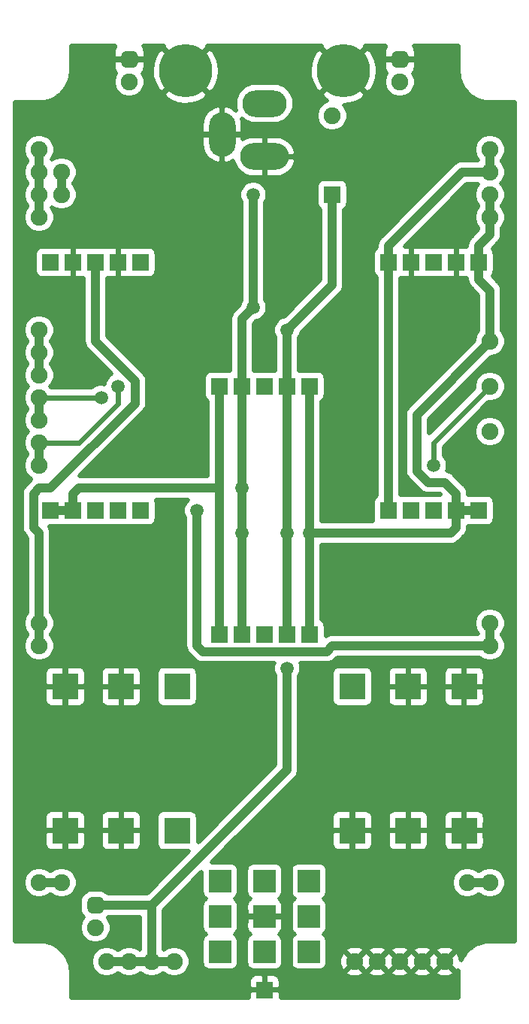
<source format=gbr>
G04 #@! TF.GenerationSoftware,KiCad,Pcbnew,5.1.6-c6e7f7d~87~ubuntu19.10.1*
G04 #@! TF.CreationDate,2023-02-06T06:58:50+06:00*
G04 #@! TF.ProjectId,____________r2a_down-tuned,3a3e3f3a-305f-4373-953c-3b385f723261,2A*
G04 #@! TF.SameCoordinates,Original*
G04 #@! TF.FileFunction,Copper,L2,Bot*
G04 #@! TF.FilePolarity,Positive*
%FSLAX46Y46*%
G04 Gerber Fmt 4.6, Leading zero omitted, Abs format (unit mm)*
G04 Created by KiCad (PCBNEW 5.1.6-c6e7f7d~87~ubuntu19.10.1) date 2023-02-06 06:58:50*
%MOMM*%
%LPD*%
G01*
G04 APERTURE LIST*
G04 #@! TA.AperFunction,ComponentPad*
%ADD10C,1.900000*%
G04 #@! TD*
G04 #@! TA.AperFunction,ComponentPad*
%ADD11R,3.000000X3.000000*%
G04 #@! TD*
G04 #@! TA.AperFunction,ComponentPad*
%ADD12O,5.500000X3.000000*%
G04 #@! TD*
G04 #@! TA.AperFunction,ComponentPad*
%ADD13O,3.000000X5.000000*%
G04 #@! TD*
G04 #@! TA.AperFunction,ComponentPad*
%ADD14O,5.000000X3.000000*%
G04 #@! TD*
G04 #@! TA.AperFunction,ComponentPad*
%ADD15R,1.900000X1.900000*%
G04 #@! TD*
G04 #@! TA.AperFunction,ComponentPad*
%ADD16R,2.500000X2.500000*%
G04 #@! TD*
G04 #@! TA.AperFunction,ComponentPad*
%ADD17C,6.000000*%
G04 #@! TD*
G04 #@! TA.AperFunction,ViaPad*
%ADD18C,1.500000*%
G04 #@! TD*
G04 #@! TA.AperFunction,Conductor*
%ADD19C,1.000000*%
G04 #@! TD*
G04 #@! TA.AperFunction,Conductor*
%ADD20C,0.600000*%
G04 #@! TD*
G04 #@! TA.AperFunction,Conductor*
%ADD21C,0.500000*%
G04 #@! TD*
G04 APERTURE END LIST*
D10*
X80010000Y-114300000D03*
X80010000Y-111760000D03*
X80010000Y-109220000D03*
X80010000Y-106680000D03*
X82550000Y-109220000D03*
X82550000Y-111760000D03*
X130810000Y-109220000D03*
X130810000Y-106680000D03*
X130810000Y-114300000D03*
X130810000Y-111760000D03*
X80010000Y-132080000D03*
X80010000Y-129540000D03*
X80010000Y-127000000D03*
X80010000Y-134620000D03*
X80010000Y-137160000D03*
X80010000Y-139700000D03*
X80010000Y-142240000D03*
X80010000Y-160020000D03*
X80010000Y-162560000D03*
X130810000Y-162560000D03*
X130810000Y-160020000D03*
X80010000Y-189230000D03*
X82550000Y-189230000D03*
X128270000Y-189230000D03*
X130810000Y-189230000D03*
X125730000Y-198120000D03*
X123190000Y-198120000D03*
X120650000Y-198120000D03*
X118110000Y-198120000D03*
X115570000Y-198120000D03*
X95250000Y-198120000D03*
X92710000Y-198120000D03*
X90170000Y-198120000D03*
X87630000Y-198120000D03*
X130810000Y-133350000D03*
X130810000Y-138430000D03*
X130810000Y-128270000D03*
D11*
X95540000Y-167160000D03*
X89240000Y-167160000D03*
X82940000Y-167160000D03*
X95540000Y-183360000D03*
X89240000Y-183360000D03*
X82940000Y-183360000D03*
X115280000Y-183360000D03*
X121580000Y-183360000D03*
X127880000Y-183360000D03*
X115280000Y-167160000D03*
X121580000Y-167160000D03*
X127880000Y-167160000D03*
D12*
X105410000Y-107480000D03*
D13*
X100610000Y-104980000D03*
D14*
X105410000Y-101480000D03*
D15*
X81280000Y-119380000D03*
X83820000Y-119380000D03*
X86360000Y-119380000D03*
X88900000Y-119380000D03*
X91440000Y-119380000D03*
X110490000Y-133350000D03*
X107950000Y-133350000D03*
X105410000Y-133350000D03*
X102870000Y-133350000D03*
X100330000Y-133350000D03*
X129540000Y-119380000D03*
X127000000Y-119380000D03*
X124460000Y-119380000D03*
X121920000Y-119380000D03*
X119380000Y-119380000D03*
X91440000Y-147320000D03*
X88900000Y-147320000D03*
X86360000Y-147320000D03*
X83820000Y-147320000D03*
X81280000Y-147320000D03*
X110490000Y-161290000D03*
X107950000Y-161290000D03*
X105410000Y-161290000D03*
X102870000Y-161290000D03*
X100330000Y-161290000D03*
X129540000Y-147320000D03*
X127000000Y-147320000D03*
X124460000Y-147320000D03*
X121920000Y-147320000D03*
X119380000Y-147320000D03*
X105410000Y-201295000D03*
D16*
X110410000Y-193040000D03*
X110410000Y-197040000D03*
X110410000Y-189040000D03*
X105410000Y-193040000D03*
X105410000Y-197040000D03*
X105410000Y-189040000D03*
X100410000Y-189040000D03*
X100410000Y-193040000D03*
X100410000Y-197040000D03*
D10*
X86360000Y-194310000D03*
G04 #@! TA.AperFunction,ComponentPad*
G36*
G01*
X86740000Y-192720000D02*
X85980000Y-192720000D01*
G75*
G02*
X85410000Y-192150000I0J570000D01*
G01*
X85410000Y-191390000D01*
G75*
G02*
X85980000Y-190820000I570000J0D01*
G01*
X86740000Y-190820000D01*
G75*
G02*
X87310000Y-191390000I0J-570000D01*
G01*
X87310000Y-192150000D01*
G75*
G02*
X86740000Y-192720000I-570000J0D01*
G01*
G37*
G04 #@! TD.AperFunction*
D17*
X96520000Y-97790000D03*
X114300000Y-97790000D03*
G04 #@! TA.AperFunction,ComponentPad*
G36*
G01*
X121030000Y-97470000D02*
X120270000Y-97470000D01*
G75*
G02*
X119700000Y-96900000I0J570000D01*
G01*
X119700000Y-96140000D01*
G75*
G02*
X120270000Y-95570000I570000J0D01*
G01*
X121030000Y-95570000D01*
G75*
G02*
X121600000Y-96140000I0J-570000D01*
G01*
X121600000Y-96900000D01*
G75*
G02*
X121030000Y-97470000I-570000J0D01*
G01*
G37*
G04 #@! TD.AperFunction*
D10*
X120650000Y-99060000D03*
G04 #@! TA.AperFunction,ComponentPad*
G36*
G01*
X90550000Y-97470000D02*
X89790000Y-97470000D01*
G75*
G02*
X89220000Y-96900000I0J570000D01*
G01*
X89220000Y-96140000D01*
G75*
G02*
X89790000Y-95570000I570000J0D01*
G01*
X90550000Y-95570000D01*
G75*
G02*
X91120000Y-96140000I0J-570000D01*
G01*
X91120000Y-96900000D01*
G75*
G02*
X90550000Y-97470000I-570000J0D01*
G01*
G37*
G04 #@! TD.AperFunction*
X90170000Y-99060000D03*
D15*
X113030000Y-111760000D03*
D10*
X113030000Y-102870000D03*
D18*
X107950000Y-149860000D03*
X107950000Y-127000000D03*
X107950000Y-165100000D03*
X102870000Y-144780000D03*
X102870000Y-149860000D03*
X104140000Y-124460000D03*
X104140000Y-111760000D03*
X110490000Y-149860000D03*
X124460000Y-142240000D03*
X97790000Y-147320000D03*
X86995000Y-134620000D03*
X88900000Y-133350000D03*
D19*
X87630000Y-198120000D02*
X90170000Y-198120000D01*
X90170000Y-198120000D02*
X92710000Y-198120000D01*
X92710000Y-198120000D02*
X95250000Y-198120000D01*
X86360000Y-191770000D02*
X92710000Y-191770000D01*
X92710000Y-191770000D02*
X92710000Y-198120000D01*
X107950000Y-165100000D02*
X107950000Y-176530000D01*
X92710000Y-191770000D02*
X107950000Y-176530000D01*
X113030000Y-121920000D02*
X107950000Y-127000000D01*
X113030000Y-111760000D02*
X113030000Y-121920000D01*
X107950000Y-127000000D02*
X107950000Y-133350000D01*
X107950000Y-133350000D02*
X107950000Y-149860000D01*
X107950000Y-149860000D02*
X107950000Y-161290000D01*
X80010000Y-106680000D02*
X80010000Y-109220000D01*
X80010000Y-109220000D02*
X80010000Y-111760000D01*
X80010000Y-111760000D02*
X80010000Y-114300000D01*
X104140000Y-111760000D02*
X104140000Y-124460000D01*
X102870000Y-125730000D02*
X102870000Y-133350000D01*
X104140000Y-124460000D02*
X102870000Y-125730000D01*
X102870000Y-133350000D02*
X102870000Y-144780000D01*
X102870000Y-144780000D02*
X102870000Y-149860000D01*
X102870000Y-149860000D02*
X102870000Y-161290000D01*
D20*
X119250000Y-119250000D02*
X119380000Y-119380000D01*
D19*
X130810000Y-106680000D02*
X130810000Y-109220000D01*
X127635000Y-109220000D02*
X130810000Y-109220000D01*
X119380000Y-117475000D02*
X127635000Y-109220000D01*
X119380000Y-119380000D02*
X119380000Y-117475000D01*
X119380000Y-119380000D02*
X119380000Y-147320000D01*
X81280000Y-147320000D02*
X83820000Y-147320000D01*
X83820000Y-147320000D02*
X83820000Y-145415000D01*
X83820000Y-145415000D02*
X84455000Y-144780000D01*
X84455000Y-144780000D02*
X100330000Y-144780000D01*
X100330000Y-133350000D02*
X100330000Y-144780000D01*
X100330000Y-144780000D02*
X100330000Y-161290000D01*
X130810000Y-111760000D02*
X130810000Y-114300000D01*
X129540000Y-119380000D02*
X129540000Y-117475000D01*
X129540000Y-117475000D02*
X130810000Y-116205000D01*
X130810000Y-116205000D02*
X130810000Y-114300000D01*
X129540000Y-119380000D02*
X129540000Y-121285000D01*
X129540000Y-121285000D02*
X130810000Y-122555000D01*
X130810000Y-122555000D02*
X130810000Y-128270000D01*
X130810000Y-128270000D02*
X122555000Y-136525000D01*
X127000000Y-147320000D02*
X129540000Y-147320000D01*
X127000000Y-147320000D02*
X127000000Y-145415000D01*
X127000000Y-145415000D02*
X125730000Y-144145000D01*
X122555000Y-142875000D02*
X123825000Y-144145000D01*
X125730000Y-144145000D02*
X123825000Y-144145000D01*
X122555000Y-142875000D02*
X122555000Y-136525000D01*
X127000000Y-147320000D02*
X127000000Y-149225000D01*
X127000000Y-149225000D02*
X126365000Y-149860000D01*
X110490000Y-149860000D02*
X126365000Y-149860000D01*
X110490000Y-133350000D02*
X110490000Y-149860000D01*
X110490000Y-149860000D02*
X110490000Y-161290000D01*
D20*
X130810000Y-133350000D02*
X124460000Y-139700000D01*
X124460000Y-139700000D02*
X124460000Y-142240000D01*
D19*
X80010000Y-127000000D02*
X80010000Y-129540000D01*
X80010000Y-129540000D02*
X80010000Y-132080000D01*
X112395000Y-163195000D02*
X113030000Y-162560000D01*
X97790000Y-162560000D02*
X98425000Y-163195000D01*
X98425000Y-163195000D02*
X112395000Y-163195000D01*
X97790000Y-147320000D02*
X97790000Y-162560000D01*
X113030000Y-162560000D02*
X130810000Y-162560000D01*
X130810000Y-160020000D02*
X130810000Y-162560000D01*
X82550000Y-109220000D02*
X82550000Y-111760000D01*
X90805000Y-135255000D02*
X81280000Y-144780000D01*
X90805000Y-132715000D02*
X90805000Y-135255000D01*
X86360000Y-128270000D02*
X90805000Y-132715000D01*
X86360000Y-119380000D02*
X86360000Y-128270000D01*
X79375000Y-145415000D02*
X80010000Y-144780000D01*
X80010000Y-144780000D02*
X81280000Y-144780000D01*
X79375000Y-145415000D02*
X79375000Y-149225000D01*
X79375000Y-149225000D02*
X80010000Y-149860000D01*
X80010000Y-149860000D02*
X80010000Y-160020000D01*
X80010000Y-160020000D02*
X80010000Y-162560000D01*
X128270000Y-189230000D02*
X130810000Y-189230000D01*
X80010000Y-189230000D02*
X82550000Y-189230000D01*
X80010000Y-134620000D02*
X80010000Y-137160000D01*
D20*
X80010000Y-134620000D02*
X86995000Y-134620000D01*
D19*
X80010000Y-139700000D02*
X80010000Y-142240000D01*
D20*
X88900000Y-133350000D02*
X88900000Y-135255000D01*
X88900000Y-135255000D02*
X84455000Y-139700000D01*
X80010000Y-139700000D02*
X84455000Y-139700000D01*
D21*
G36*
X88509831Y-95095480D02*
G01*
X88430902Y-95243145D01*
X88382299Y-95403371D01*
X88365887Y-95570000D01*
X88370000Y-96257500D01*
X88582500Y-96470000D01*
X90120000Y-96470000D01*
X90120000Y-96450000D01*
X90220000Y-96450000D01*
X90220000Y-96470000D01*
X91757500Y-96470000D01*
X91970000Y-96257500D01*
X91974113Y-95570000D01*
X91957701Y-95403371D01*
X91909098Y-95243145D01*
X91830169Y-95095480D01*
X91776431Y-95030000D01*
X94052349Y-95030000D01*
X93970324Y-95169613D01*
X96520000Y-97719289D01*
X99069676Y-95169613D01*
X98987651Y-95030000D01*
X111832349Y-95030000D01*
X111750324Y-95169613D01*
X114300000Y-97719289D01*
X116849676Y-95169613D01*
X116767651Y-95030000D01*
X119043569Y-95030000D01*
X118989831Y-95095480D01*
X118910902Y-95243145D01*
X118862299Y-95403371D01*
X118845887Y-95570000D01*
X118850000Y-96257500D01*
X119062500Y-96470000D01*
X120600000Y-96470000D01*
X120600000Y-96450000D01*
X120700000Y-96450000D01*
X120700000Y-96470000D01*
X122237500Y-96470000D01*
X122450000Y-96257500D01*
X122454113Y-95570000D01*
X122437701Y-95403371D01*
X122389098Y-95243145D01*
X122310169Y-95095480D01*
X122256431Y-95030000D01*
X127220000Y-95030000D01*
X127220001Y-97841578D01*
X127224493Y-97887184D01*
X127224383Y-97902896D01*
X127225814Y-97917487D01*
X127277631Y-98410493D01*
X127296759Y-98503679D01*
X127314599Y-98597197D01*
X127318837Y-98611232D01*
X127465426Y-99084784D01*
X127502302Y-99172510D01*
X127537954Y-99260752D01*
X127544837Y-99273696D01*
X127780614Y-99709756D01*
X127833843Y-99788671D01*
X127885939Y-99868283D01*
X127895203Y-99879642D01*
X127895206Y-99879646D01*
X127895210Y-99879650D01*
X128211189Y-100261604D01*
X128278715Y-100328661D01*
X128345302Y-100396657D01*
X128356598Y-100406002D01*
X128740754Y-100719312D01*
X128820003Y-100771965D01*
X128898544Y-100825743D01*
X128911440Y-100832715D01*
X129349136Y-101065442D01*
X129437099Y-101101697D01*
X129524593Y-101139198D01*
X129538598Y-101143533D01*
X130013163Y-101286812D01*
X130106513Y-101305296D01*
X130199603Y-101325083D01*
X130214183Y-101326615D01*
X130707538Y-101374989D01*
X130707544Y-101374989D01*
X130758422Y-101380000D01*
X133570000Y-101380000D01*
X133570001Y-195800000D01*
X130758422Y-195800000D01*
X130712807Y-195804493D01*
X130697104Y-195804383D01*
X130682514Y-195805814D01*
X130189507Y-195857631D01*
X130096321Y-195876759D01*
X130002803Y-195894599D01*
X129988769Y-195898837D01*
X129515216Y-196045426D01*
X129427506Y-196082296D01*
X129339249Y-196117954D01*
X129326304Y-196124837D01*
X128890244Y-196360614D01*
X128811329Y-196413843D01*
X128731717Y-196465939D01*
X128720358Y-196475203D01*
X128720354Y-196475206D01*
X128720350Y-196475210D01*
X128338396Y-196791189D01*
X128271339Y-196858715D01*
X128203343Y-196925302D01*
X128194004Y-196936592D01*
X128193999Y-196936597D01*
X128193995Y-196936602D01*
X127880688Y-197320754D01*
X127828025Y-197400019D01*
X127774257Y-197478544D01*
X127767285Y-197491440D01*
X127534558Y-197929136D01*
X127522698Y-197957910D01*
X127507936Y-197787779D01*
X127408961Y-197447305D01*
X127245463Y-197132682D01*
X127222107Y-197097724D01*
X126893492Y-197027219D01*
X125800711Y-198120000D01*
X126893492Y-199212781D01*
X127222107Y-199142276D01*
X127242978Y-199104298D01*
X127225011Y-199287538D01*
X127225011Y-199287545D01*
X127220000Y-199338423D01*
X127220001Y-202150000D01*
X107213545Y-202150000D01*
X107210000Y-201557500D01*
X106997500Y-201345000D01*
X105460000Y-201345000D01*
X105460000Y-201365000D01*
X105360000Y-201365000D01*
X105360000Y-201345000D01*
X103822500Y-201345000D01*
X103610000Y-201557500D01*
X103606455Y-202150000D01*
X83600000Y-202150000D01*
X83600000Y-200345000D01*
X103605887Y-200345000D01*
X103610000Y-201032500D01*
X103822500Y-201245000D01*
X105360000Y-201245000D01*
X105360000Y-199707500D01*
X105460000Y-199707500D01*
X105460000Y-201245000D01*
X106997500Y-201245000D01*
X107210000Y-201032500D01*
X107214113Y-200345000D01*
X107197701Y-200178371D01*
X107149098Y-200018145D01*
X107070169Y-199870480D01*
X106963949Y-199741051D01*
X106834520Y-199634831D01*
X106686855Y-199555902D01*
X106526629Y-199507299D01*
X106360000Y-199490887D01*
X105672500Y-199495000D01*
X105460000Y-199707500D01*
X105360000Y-199707500D01*
X105147500Y-199495000D01*
X104460000Y-199490887D01*
X104293371Y-199507299D01*
X104133145Y-199555902D01*
X103985480Y-199634831D01*
X103856051Y-199741051D01*
X103749831Y-199870480D01*
X103670902Y-200018145D01*
X103622299Y-200178371D01*
X103605887Y-200345000D01*
X83600000Y-200345000D01*
X83600000Y-199338422D01*
X83595507Y-199292807D01*
X83595617Y-199277104D01*
X83594186Y-199262514D01*
X83542369Y-198769507D01*
X83523241Y-198676321D01*
X83505401Y-198582803D01*
X83501163Y-198568769D01*
X83354574Y-198095216D01*
X83317704Y-198007506D01*
X83282046Y-197919249D01*
X83275163Y-197906304D01*
X83039386Y-197470244D01*
X82986157Y-197391329D01*
X82934061Y-197311717D01*
X82924795Y-197300356D01*
X82924794Y-197300354D01*
X82924790Y-197300350D01*
X82608811Y-196918396D01*
X82541285Y-196851339D01*
X82474698Y-196783343D01*
X82463408Y-196774004D01*
X82463403Y-196773999D01*
X82463398Y-196773995D01*
X82079246Y-196460688D01*
X81999981Y-196408025D01*
X81921456Y-196354257D01*
X81908560Y-196347285D01*
X81470864Y-196114558D01*
X81382885Y-196078295D01*
X81295407Y-196040802D01*
X81281402Y-196036467D01*
X80806838Y-195893188D01*
X80713480Y-195874703D01*
X80620397Y-195854917D01*
X80605817Y-195853385D01*
X80112462Y-195805011D01*
X80112456Y-195805011D01*
X80061578Y-195800000D01*
X77250000Y-195800000D01*
X77250000Y-189052716D01*
X78210000Y-189052716D01*
X78210000Y-189407284D01*
X78279173Y-189755041D01*
X78414861Y-190082620D01*
X78611849Y-190377433D01*
X78862567Y-190628151D01*
X79157380Y-190825139D01*
X79484959Y-190960827D01*
X79832716Y-191030000D01*
X80187284Y-191030000D01*
X80535041Y-190960827D01*
X80862620Y-190825139D01*
X81157433Y-190628151D01*
X81205584Y-190580000D01*
X81354416Y-190580000D01*
X81402567Y-190628151D01*
X81697380Y-190825139D01*
X82024959Y-190960827D01*
X82372716Y-191030000D01*
X82727284Y-191030000D01*
X83075041Y-190960827D01*
X83402620Y-190825139D01*
X83697433Y-190628151D01*
X83948151Y-190377433D01*
X84145139Y-190082620D01*
X84280827Y-189755041D01*
X84350000Y-189407284D01*
X84350000Y-189052716D01*
X84280827Y-188704959D01*
X84145139Y-188377380D01*
X83948151Y-188082567D01*
X83697433Y-187831849D01*
X83402620Y-187634861D01*
X83075041Y-187499173D01*
X82727284Y-187430000D01*
X82372716Y-187430000D01*
X82024959Y-187499173D01*
X81697380Y-187634861D01*
X81402567Y-187831849D01*
X81354416Y-187880000D01*
X81205584Y-187880000D01*
X81157433Y-187831849D01*
X80862620Y-187634861D01*
X80535041Y-187499173D01*
X80187284Y-187430000D01*
X79832716Y-187430000D01*
X79484959Y-187499173D01*
X79157380Y-187634861D01*
X78862567Y-187831849D01*
X78611849Y-188082567D01*
X78414861Y-188377380D01*
X78279173Y-188704959D01*
X78210000Y-189052716D01*
X77250000Y-189052716D01*
X77250000Y-184860000D01*
X80585887Y-184860000D01*
X80602299Y-185026629D01*
X80650902Y-185186855D01*
X80729831Y-185334520D01*
X80836051Y-185463949D01*
X80965480Y-185570169D01*
X81113145Y-185649098D01*
X81273371Y-185697701D01*
X81440000Y-185714113D01*
X82677500Y-185710000D01*
X82890000Y-185497500D01*
X82890000Y-183410000D01*
X82990000Y-183410000D01*
X82990000Y-185497500D01*
X83202500Y-185710000D01*
X84440000Y-185714113D01*
X84606629Y-185697701D01*
X84766855Y-185649098D01*
X84914520Y-185570169D01*
X85043949Y-185463949D01*
X85150169Y-185334520D01*
X85229098Y-185186855D01*
X85277701Y-185026629D01*
X85294113Y-184860000D01*
X86885887Y-184860000D01*
X86902299Y-185026629D01*
X86950902Y-185186855D01*
X87029831Y-185334520D01*
X87136051Y-185463949D01*
X87265480Y-185570169D01*
X87413145Y-185649098D01*
X87573371Y-185697701D01*
X87740000Y-185714113D01*
X88977500Y-185710000D01*
X89190000Y-185497500D01*
X89190000Y-183410000D01*
X89290000Y-183410000D01*
X89290000Y-185497500D01*
X89502500Y-185710000D01*
X90740000Y-185714113D01*
X90906629Y-185697701D01*
X91066855Y-185649098D01*
X91214520Y-185570169D01*
X91343949Y-185463949D01*
X91450169Y-185334520D01*
X91529098Y-185186855D01*
X91577701Y-185026629D01*
X91594113Y-184860000D01*
X91590000Y-183622500D01*
X91377500Y-183410000D01*
X89290000Y-183410000D01*
X89190000Y-183410000D01*
X87102500Y-183410000D01*
X86890000Y-183622500D01*
X86885887Y-184860000D01*
X85294113Y-184860000D01*
X85290000Y-183622500D01*
X85077500Y-183410000D01*
X82990000Y-183410000D01*
X82890000Y-183410000D01*
X80802500Y-183410000D01*
X80590000Y-183622500D01*
X80585887Y-184860000D01*
X77250000Y-184860000D01*
X77250000Y-181860000D01*
X80585887Y-181860000D01*
X80590000Y-183097500D01*
X80802500Y-183310000D01*
X82890000Y-183310000D01*
X82890000Y-181222500D01*
X82990000Y-181222500D01*
X82990000Y-183310000D01*
X85077500Y-183310000D01*
X85290000Y-183097500D01*
X85294113Y-181860000D01*
X86885887Y-181860000D01*
X86890000Y-183097500D01*
X87102500Y-183310000D01*
X89190000Y-183310000D01*
X89190000Y-181222500D01*
X89290000Y-181222500D01*
X89290000Y-183310000D01*
X91377500Y-183310000D01*
X91590000Y-183097500D01*
X91594113Y-181860000D01*
X91577701Y-181693371D01*
X91529098Y-181533145D01*
X91450169Y-181385480D01*
X91343949Y-181256051D01*
X91214520Y-181149831D01*
X91066855Y-181070902D01*
X90906629Y-181022299D01*
X90740000Y-181005887D01*
X89502500Y-181010000D01*
X89290000Y-181222500D01*
X89190000Y-181222500D01*
X88977500Y-181010000D01*
X87740000Y-181005887D01*
X87573371Y-181022299D01*
X87413145Y-181070902D01*
X87265480Y-181149831D01*
X87136051Y-181256051D01*
X87029831Y-181385480D01*
X86950902Y-181533145D01*
X86902299Y-181693371D01*
X86885887Y-181860000D01*
X85294113Y-181860000D01*
X85277701Y-181693371D01*
X85229098Y-181533145D01*
X85150169Y-181385480D01*
X85043949Y-181256051D01*
X84914520Y-181149831D01*
X84766855Y-181070902D01*
X84606629Y-181022299D01*
X84440000Y-181005887D01*
X83202500Y-181010000D01*
X82990000Y-181222500D01*
X82890000Y-181222500D01*
X82677500Y-181010000D01*
X81440000Y-181005887D01*
X81273371Y-181022299D01*
X81113145Y-181070902D01*
X80965480Y-181149831D01*
X80836051Y-181256051D01*
X80729831Y-181385480D01*
X80650902Y-181533145D01*
X80602299Y-181693371D01*
X80585887Y-181860000D01*
X77250000Y-181860000D01*
X77250000Y-168660000D01*
X80585887Y-168660000D01*
X80602299Y-168826629D01*
X80650902Y-168986855D01*
X80729831Y-169134520D01*
X80836051Y-169263949D01*
X80965480Y-169370169D01*
X81113145Y-169449098D01*
X81273371Y-169497701D01*
X81440000Y-169514113D01*
X82677500Y-169510000D01*
X82890000Y-169297500D01*
X82890000Y-167210000D01*
X82990000Y-167210000D01*
X82990000Y-169297500D01*
X83202500Y-169510000D01*
X84440000Y-169514113D01*
X84606629Y-169497701D01*
X84766855Y-169449098D01*
X84914520Y-169370169D01*
X85043949Y-169263949D01*
X85150169Y-169134520D01*
X85229098Y-168986855D01*
X85277701Y-168826629D01*
X85294113Y-168660000D01*
X86885887Y-168660000D01*
X86902299Y-168826629D01*
X86950902Y-168986855D01*
X87029831Y-169134520D01*
X87136051Y-169263949D01*
X87265480Y-169370169D01*
X87413145Y-169449098D01*
X87573371Y-169497701D01*
X87740000Y-169514113D01*
X88977500Y-169510000D01*
X89190000Y-169297500D01*
X89190000Y-167210000D01*
X89290000Y-167210000D01*
X89290000Y-169297500D01*
X89502500Y-169510000D01*
X90740000Y-169514113D01*
X90906629Y-169497701D01*
X91066855Y-169449098D01*
X91214520Y-169370169D01*
X91343949Y-169263949D01*
X91450169Y-169134520D01*
X91529098Y-168986855D01*
X91577701Y-168826629D01*
X91594113Y-168660000D01*
X91590000Y-167422500D01*
X91377500Y-167210000D01*
X89290000Y-167210000D01*
X89190000Y-167210000D01*
X87102500Y-167210000D01*
X86890000Y-167422500D01*
X86885887Y-168660000D01*
X85294113Y-168660000D01*
X85290000Y-167422500D01*
X85077500Y-167210000D01*
X82990000Y-167210000D01*
X82890000Y-167210000D01*
X80802500Y-167210000D01*
X80590000Y-167422500D01*
X80585887Y-168660000D01*
X77250000Y-168660000D01*
X77250000Y-165660000D01*
X80585887Y-165660000D01*
X80590000Y-166897500D01*
X80802500Y-167110000D01*
X82890000Y-167110000D01*
X82890000Y-165022500D01*
X82990000Y-165022500D01*
X82990000Y-167110000D01*
X85077500Y-167110000D01*
X85290000Y-166897500D01*
X85294113Y-165660000D01*
X86885887Y-165660000D01*
X86890000Y-166897500D01*
X87102500Y-167110000D01*
X89190000Y-167110000D01*
X89190000Y-165022500D01*
X89290000Y-165022500D01*
X89290000Y-167110000D01*
X91377500Y-167110000D01*
X91590000Y-166897500D01*
X91594113Y-165660000D01*
X93185888Y-165660000D01*
X93185888Y-168660000D01*
X93202300Y-168826629D01*
X93250903Y-168986855D01*
X93329832Y-169134519D01*
X93436052Y-169263948D01*
X93565481Y-169370168D01*
X93713145Y-169449097D01*
X93873371Y-169497700D01*
X94040000Y-169514112D01*
X97040000Y-169514112D01*
X97206629Y-169497700D01*
X97366855Y-169449097D01*
X97514519Y-169370168D01*
X97643948Y-169263948D01*
X97750168Y-169134519D01*
X97829097Y-168986855D01*
X97877700Y-168826629D01*
X97894112Y-168660000D01*
X97894112Y-165660000D01*
X97877700Y-165493371D01*
X97829097Y-165333145D01*
X97750168Y-165185481D01*
X97643948Y-165056052D01*
X97514519Y-164949832D01*
X97366855Y-164870903D01*
X97206629Y-164822300D01*
X97040000Y-164805888D01*
X94040000Y-164805888D01*
X93873371Y-164822300D01*
X93713145Y-164870903D01*
X93565481Y-164949832D01*
X93436052Y-165056052D01*
X93329832Y-165185481D01*
X93250903Y-165333145D01*
X93202300Y-165493371D01*
X93185888Y-165660000D01*
X91594113Y-165660000D01*
X91577701Y-165493371D01*
X91529098Y-165333145D01*
X91450169Y-165185480D01*
X91343949Y-165056051D01*
X91214520Y-164949831D01*
X91066855Y-164870902D01*
X90906629Y-164822299D01*
X90740000Y-164805887D01*
X89502500Y-164810000D01*
X89290000Y-165022500D01*
X89190000Y-165022500D01*
X88977500Y-164810000D01*
X87740000Y-164805887D01*
X87573371Y-164822299D01*
X87413145Y-164870902D01*
X87265480Y-164949831D01*
X87136051Y-165056051D01*
X87029831Y-165185480D01*
X86950902Y-165333145D01*
X86902299Y-165493371D01*
X86885887Y-165660000D01*
X85294113Y-165660000D01*
X85277701Y-165493371D01*
X85229098Y-165333145D01*
X85150169Y-165185480D01*
X85043949Y-165056051D01*
X84914520Y-164949831D01*
X84766855Y-164870902D01*
X84606629Y-164822299D01*
X84440000Y-164805887D01*
X83202500Y-164810000D01*
X82990000Y-165022500D01*
X82890000Y-165022500D01*
X82677500Y-164810000D01*
X81440000Y-164805887D01*
X81273371Y-164822299D01*
X81113145Y-164870902D01*
X80965480Y-164949831D01*
X80836051Y-165056051D01*
X80729831Y-165185480D01*
X80650902Y-165333145D01*
X80602299Y-165493371D01*
X80585887Y-165660000D01*
X77250000Y-165660000D01*
X77250000Y-145415000D01*
X78018468Y-145415000D01*
X78025000Y-145481319D01*
X78025001Y-149158671D01*
X78018468Y-149225000D01*
X78044534Y-149489646D01*
X78121729Y-149744122D01*
X78247085Y-149978649D01*
X78373510Y-150132698D01*
X78373514Y-150132702D01*
X78415788Y-150184213D01*
X78467300Y-150226487D01*
X78660000Y-150419188D01*
X78660001Y-158824415D01*
X78611849Y-158872567D01*
X78414861Y-159167380D01*
X78279173Y-159494959D01*
X78210000Y-159842716D01*
X78210000Y-160197284D01*
X78279173Y-160545041D01*
X78414861Y-160872620D01*
X78611849Y-161167433D01*
X78660000Y-161215584D01*
X78660001Y-161364415D01*
X78611849Y-161412567D01*
X78414861Y-161707380D01*
X78279173Y-162034959D01*
X78210000Y-162382716D01*
X78210000Y-162737284D01*
X78279173Y-163085041D01*
X78414861Y-163412620D01*
X78611849Y-163707433D01*
X78862567Y-163958151D01*
X79157380Y-164155139D01*
X79484959Y-164290827D01*
X79832716Y-164360000D01*
X80187284Y-164360000D01*
X80535041Y-164290827D01*
X80862620Y-164155139D01*
X81157433Y-163958151D01*
X81408151Y-163707433D01*
X81605139Y-163412620D01*
X81740827Y-163085041D01*
X81810000Y-162737284D01*
X81810000Y-162382716D01*
X81740827Y-162034959D01*
X81605139Y-161707380D01*
X81408151Y-161412567D01*
X81360000Y-161364416D01*
X81360000Y-161215584D01*
X81408151Y-161167433D01*
X81605139Y-160872620D01*
X81740827Y-160545041D01*
X81810000Y-160197284D01*
X81810000Y-159842716D01*
X81740827Y-159494959D01*
X81605139Y-159167380D01*
X81408151Y-158872567D01*
X81360000Y-158824416D01*
X81360000Y-149926319D01*
X81366532Y-149860000D01*
X81351011Y-149702414D01*
X81340467Y-149595354D01*
X81279173Y-149393297D01*
X81263272Y-149340877D01*
X81147408Y-149124112D01*
X82230000Y-149124112D01*
X82396629Y-149107700D01*
X82550000Y-149061176D01*
X82703371Y-149107700D01*
X82870000Y-149124112D01*
X84770000Y-149124112D01*
X84936629Y-149107700D01*
X85090000Y-149061176D01*
X85243371Y-149107700D01*
X85410000Y-149124112D01*
X87310000Y-149124112D01*
X87476629Y-149107700D01*
X87630000Y-149061176D01*
X87783371Y-149107700D01*
X87950000Y-149124112D01*
X89850000Y-149124112D01*
X90016629Y-149107700D01*
X90170000Y-149061176D01*
X90323371Y-149107700D01*
X90490000Y-149124112D01*
X92390000Y-149124112D01*
X92556629Y-149107700D01*
X92716855Y-149059097D01*
X92864519Y-148980168D01*
X92993948Y-148873948D01*
X93100168Y-148744519D01*
X93179097Y-148596855D01*
X93227700Y-148436629D01*
X93244112Y-148270000D01*
X93244112Y-146370000D01*
X93227700Y-146203371D01*
X93205444Y-146130000D01*
X96717258Y-146130000D01*
X96547199Y-146300059D01*
X96372098Y-146562116D01*
X96251487Y-146853297D01*
X96190000Y-147162414D01*
X96190000Y-147477586D01*
X96251487Y-147786703D01*
X96372098Y-148077884D01*
X96440000Y-148179507D01*
X96440001Y-162493671D01*
X96433468Y-162560000D01*
X96459534Y-162824646D01*
X96536729Y-163079122D01*
X96662085Y-163313649D01*
X96788510Y-163467698D01*
X96788514Y-163467702D01*
X96830788Y-163519213D01*
X96882300Y-163561487D01*
X97423505Y-164102692D01*
X97465787Y-164154213D01*
X97671351Y-164322915D01*
X97788615Y-164385594D01*
X97905877Y-164448272D01*
X97965105Y-164466239D01*
X98160354Y-164525467D01*
X98358679Y-164545000D01*
X98358681Y-164545000D01*
X98425000Y-164551532D01*
X98491319Y-164545000D01*
X106448061Y-164545000D01*
X106411487Y-164633297D01*
X106350000Y-164942414D01*
X106350000Y-165257586D01*
X106411487Y-165566703D01*
X106532098Y-165857884D01*
X106600000Y-165959507D01*
X106600001Y-175970811D01*
X97894112Y-184676700D01*
X97894112Y-181860000D01*
X97877700Y-181693371D01*
X97829097Y-181533145D01*
X97750168Y-181385481D01*
X97643948Y-181256052D01*
X97514519Y-181149832D01*
X97366855Y-181070903D01*
X97206629Y-181022300D01*
X97040000Y-181005888D01*
X94040000Y-181005888D01*
X93873371Y-181022300D01*
X93713145Y-181070903D01*
X93565481Y-181149832D01*
X93436052Y-181256052D01*
X93329832Y-181385481D01*
X93250903Y-181533145D01*
X93202300Y-181693371D01*
X93185888Y-181860000D01*
X93185888Y-184860000D01*
X93202300Y-185026629D01*
X93250903Y-185186855D01*
X93329832Y-185334519D01*
X93436052Y-185463948D01*
X93565481Y-185570168D01*
X93713145Y-185649097D01*
X93873371Y-185697700D01*
X94040000Y-185714112D01*
X96856700Y-185714112D01*
X92150812Y-190420000D01*
X87777363Y-190420000D01*
X87746999Y-190383001D01*
X87531194Y-190205894D01*
X87284984Y-190074292D01*
X87017830Y-189993252D01*
X86740000Y-189965888D01*
X85980000Y-189965888D01*
X85702170Y-189993252D01*
X85435016Y-190074292D01*
X85188806Y-190205894D01*
X84973001Y-190383001D01*
X84795894Y-190598806D01*
X84664292Y-190845016D01*
X84583252Y-191112170D01*
X84555888Y-191390000D01*
X84555888Y-192150000D01*
X84583252Y-192427830D01*
X84664292Y-192694984D01*
X84795894Y-192941194D01*
X84970484Y-193153932D01*
X84961849Y-193162567D01*
X84764861Y-193457380D01*
X84629173Y-193784959D01*
X84560000Y-194132716D01*
X84560000Y-194487284D01*
X84629173Y-194835041D01*
X84764861Y-195162620D01*
X84961849Y-195457433D01*
X85212567Y-195708151D01*
X85507380Y-195905139D01*
X85834959Y-196040827D01*
X86182716Y-196110000D01*
X86537284Y-196110000D01*
X86885041Y-196040827D01*
X87212620Y-195905139D01*
X87507433Y-195708151D01*
X87758151Y-195457433D01*
X87955139Y-195162620D01*
X88090827Y-194835041D01*
X88160000Y-194487284D01*
X88160000Y-194132716D01*
X88090827Y-193784959D01*
X87955139Y-193457380D01*
X87758151Y-193162567D01*
X87749516Y-193153932D01*
X87777363Y-193120000D01*
X91360000Y-193120000D01*
X91360001Y-196764417D01*
X91317433Y-196721849D01*
X91022620Y-196524861D01*
X90695041Y-196389173D01*
X90347284Y-196320000D01*
X89992716Y-196320000D01*
X89644959Y-196389173D01*
X89317380Y-196524861D01*
X89022567Y-196721849D01*
X88974416Y-196770000D01*
X88825584Y-196770000D01*
X88777433Y-196721849D01*
X88482620Y-196524861D01*
X88155041Y-196389173D01*
X87807284Y-196320000D01*
X87452716Y-196320000D01*
X87104959Y-196389173D01*
X86777380Y-196524861D01*
X86482567Y-196721849D01*
X86231849Y-196972567D01*
X86034861Y-197267380D01*
X85899173Y-197594959D01*
X85830000Y-197942716D01*
X85830000Y-198297284D01*
X85899173Y-198645041D01*
X86034861Y-198972620D01*
X86231849Y-199267433D01*
X86482567Y-199518151D01*
X86777380Y-199715139D01*
X87104959Y-199850827D01*
X87452716Y-199920000D01*
X87807284Y-199920000D01*
X88155041Y-199850827D01*
X88482620Y-199715139D01*
X88777433Y-199518151D01*
X88825584Y-199470000D01*
X88974416Y-199470000D01*
X89022567Y-199518151D01*
X89317380Y-199715139D01*
X89644959Y-199850827D01*
X89992716Y-199920000D01*
X90347284Y-199920000D01*
X90695041Y-199850827D01*
X91022620Y-199715139D01*
X91317433Y-199518151D01*
X91365584Y-199470000D01*
X91514416Y-199470000D01*
X91562567Y-199518151D01*
X91857380Y-199715139D01*
X92184959Y-199850827D01*
X92532716Y-199920000D01*
X92887284Y-199920000D01*
X93235041Y-199850827D01*
X93562620Y-199715139D01*
X93857433Y-199518151D01*
X93905584Y-199470000D01*
X94054416Y-199470000D01*
X94102567Y-199518151D01*
X94397380Y-199715139D01*
X94724959Y-199850827D01*
X95072716Y-199920000D01*
X95427284Y-199920000D01*
X95775041Y-199850827D01*
X96102620Y-199715139D01*
X96397433Y-199518151D01*
X96632092Y-199283492D01*
X114477219Y-199283492D01*
X114547724Y-199612107D01*
X114858463Y-199782873D01*
X115196545Y-199889735D01*
X115548979Y-199928587D01*
X115902221Y-199897936D01*
X116242695Y-199798961D01*
X116557318Y-199635463D01*
X116592276Y-199612107D01*
X116662781Y-199283492D01*
X117017219Y-199283492D01*
X117087724Y-199612107D01*
X117398463Y-199782873D01*
X117736545Y-199889735D01*
X118088979Y-199928587D01*
X118442221Y-199897936D01*
X118782695Y-199798961D01*
X119097318Y-199635463D01*
X119132276Y-199612107D01*
X119202781Y-199283492D01*
X119557219Y-199283492D01*
X119627724Y-199612107D01*
X119938463Y-199782873D01*
X120276545Y-199889735D01*
X120628979Y-199928587D01*
X120982221Y-199897936D01*
X121322695Y-199798961D01*
X121637318Y-199635463D01*
X121672276Y-199612107D01*
X121742781Y-199283492D01*
X122097219Y-199283492D01*
X122167724Y-199612107D01*
X122478463Y-199782873D01*
X122816545Y-199889735D01*
X123168979Y-199928587D01*
X123522221Y-199897936D01*
X123862695Y-199798961D01*
X124177318Y-199635463D01*
X124212276Y-199612107D01*
X124282781Y-199283492D01*
X124637219Y-199283492D01*
X124707724Y-199612107D01*
X125018463Y-199782873D01*
X125356545Y-199889735D01*
X125708979Y-199928587D01*
X126062221Y-199897936D01*
X126402695Y-199798961D01*
X126717318Y-199635463D01*
X126752276Y-199612107D01*
X126822781Y-199283492D01*
X125730000Y-198190711D01*
X124637219Y-199283492D01*
X124282781Y-199283492D01*
X123190000Y-198190711D01*
X122097219Y-199283492D01*
X121742781Y-199283492D01*
X120650000Y-198190711D01*
X119557219Y-199283492D01*
X119202781Y-199283492D01*
X118110000Y-198190711D01*
X117017219Y-199283492D01*
X116662781Y-199283492D01*
X115570000Y-198190711D01*
X114477219Y-199283492D01*
X96632092Y-199283492D01*
X96648151Y-199267433D01*
X96845139Y-198972620D01*
X96980827Y-198645041D01*
X97050000Y-198297284D01*
X97050000Y-197942716D01*
X96980827Y-197594959D01*
X96845139Y-197267380D01*
X96648151Y-196972567D01*
X96397433Y-196721849D01*
X96102620Y-196524861D01*
X95775041Y-196389173D01*
X95427284Y-196320000D01*
X95072716Y-196320000D01*
X94724959Y-196389173D01*
X94397380Y-196524861D01*
X94102567Y-196721849D01*
X94060000Y-196764416D01*
X94060000Y-192329188D01*
X98305888Y-188083300D01*
X98305888Y-190290000D01*
X98322300Y-190456629D01*
X98370903Y-190616855D01*
X98449832Y-190764519D01*
X98556052Y-190893948D01*
X98685481Y-191000168D01*
X98760001Y-191040000D01*
X98685481Y-191079832D01*
X98556052Y-191186052D01*
X98449832Y-191315481D01*
X98370903Y-191463145D01*
X98322300Y-191623371D01*
X98305888Y-191790000D01*
X98305888Y-194290000D01*
X98322300Y-194456629D01*
X98370903Y-194616855D01*
X98449832Y-194764519D01*
X98556052Y-194893948D01*
X98685481Y-195000168D01*
X98760001Y-195040000D01*
X98685481Y-195079832D01*
X98556052Y-195186052D01*
X98449832Y-195315481D01*
X98370903Y-195463145D01*
X98322300Y-195623371D01*
X98305888Y-195790000D01*
X98305888Y-198290000D01*
X98322300Y-198456629D01*
X98370903Y-198616855D01*
X98449832Y-198764519D01*
X98556052Y-198893948D01*
X98685481Y-199000168D01*
X98833145Y-199079097D01*
X98993371Y-199127700D01*
X99160000Y-199144112D01*
X101660000Y-199144112D01*
X101826629Y-199127700D01*
X101986855Y-199079097D01*
X102134519Y-199000168D01*
X102263948Y-198893948D01*
X102370168Y-198764519D01*
X102449097Y-198616855D01*
X102497700Y-198456629D01*
X102514112Y-198290000D01*
X102514112Y-195790000D01*
X102497700Y-195623371D01*
X102449097Y-195463145D01*
X102370168Y-195315481D01*
X102263948Y-195186052D01*
X102134519Y-195079832D01*
X102059999Y-195040000D01*
X102134519Y-195000168D01*
X102263948Y-194893948D01*
X102370168Y-194764519D01*
X102449097Y-194616855D01*
X102497700Y-194456629D01*
X102514112Y-194290000D01*
X103305887Y-194290000D01*
X103322299Y-194456629D01*
X103370902Y-194616855D01*
X103449831Y-194764520D01*
X103556051Y-194893949D01*
X103685480Y-195000169D01*
X103759999Y-195040001D01*
X103685481Y-195079832D01*
X103556052Y-195186052D01*
X103449832Y-195315481D01*
X103370903Y-195463145D01*
X103322300Y-195623371D01*
X103305888Y-195790000D01*
X103305888Y-198290000D01*
X103322300Y-198456629D01*
X103370903Y-198616855D01*
X103449832Y-198764519D01*
X103556052Y-198893948D01*
X103685481Y-199000168D01*
X103833145Y-199079097D01*
X103993371Y-199127700D01*
X104160000Y-199144112D01*
X106660000Y-199144112D01*
X106826629Y-199127700D01*
X106986855Y-199079097D01*
X107134519Y-199000168D01*
X107263948Y-198893948D01*
X107370168Y-198764519D01*
X107449097Y-198616855D01*
X107497700Y-198456629D01*
X107514112Y-198290000D01*
X107514112Y-195790000D01*
X107497700Y-195623371D01*
X107449097Y-195463145D01*
X107370168Y-195315481D01*
X107263948Y-195186052D01*
X107134519Y-195079832D01*
X107060001Y-195040001D01*
X107134520Y-195000169D01*
X107263949Y-194893949D01*
X107370169Y-194764520D01*
X107449098Y-194616855D01*
X107497701Y-194456629D01*
X107514113Y-194290000D01*
X107510000Y-193302500D01*
X107297500Y-193090000D01*
X105460000Y-193090000D01*
X105460000Y-193110000D01*
X105360000Y-193110000D01*
X105360000Y-193090000D01*
X103522500Y-193090000D01*
X103310000Y-193302500D01*
X103305887Y-194290000D01*
X102514112Y-194290000D01*
X102514112Y-191790000D01*
X103305887Y-191790000D01*
X103310000Y-192777500D01*
X103522500Y-192990000D01*
X105360000Y-192990000D01*
X105360000Y-192970000D01*
X105460000Y-192970000D01*
X105460000Y-192990000D01*
X107297500Y-192990000D01*
X107510000Y-192777500D01*
X107514113Y-191790000D01*
X107497701Y-191623371D01*
X107449098Y-191463145D01*
X107370169Y-191315480D01*
X107263949Y-191186051D01*
X107134520Y-191079831D01*
X107060001Y-191039999D01*
X107134519Y-191000168D01*
X107263948Y-190893948D01*
X107370168Y-190764519D01*
X107449097Y-190616855D01*
X107497700Y-190456629D01*
X107514112Y-190290000D01*
X107514112Y-187790000D01*
X108305888Y-187790000D01*
X108305888Y-190290000D01*
X108322300Y-190456629D01*
X108370903Y-190616855D01*
X108449832Y-190764519D01*
X108556052Y-190893948D01*
X108685481Y-191000168D01*
X108760001Y-191040000D01*
X108685481Y-191079832D01*
X108556052Y-191186052D01*
X108449832Y-191315481D01*
X108370903Y-191463145D01*
X108322300Y-191623371D01*
X108305888Y-191790000D01*
X108305888Y-194290000D01*
X108322300Y-194456629D01*
X108370903Y-194616855D01*
X108449832Y-194764519D01*
X108556052Y-194893948D01*
X108685481Y-195000168D01*
X108760001Y-195040000D01*
X108685481Y-195079832D01*
X108556052Y-195186052D01*
X108449832Y-195315481D01*
X108370903Y-195463145D01*
X108322300Y-195623371D01*
X108305888Y-195790000D01*
X108305888Y-198290000D01*
X108322300Y-198456629D01*
X108370903Y-198616855D01*
X108449832Y-198764519D01*
X108556052Y-198893948D01*
X108685481Y-199000168D01*
X108833145Y-199079097D01*
X108993371Y-199127700D01*
X109160000Y-199144112D01*
X111660000Y-199144112D01*
X111826629Y-199127700D01*
X111986855Y-199079097D01*
X112134519Y-199000168D01*
X112263948Y-198893948D01*
X112370168Y-198764519D01*
X112449097Y-198616855D01*
X112497700Y-198456629D01*
X112514112Y-198290000D01*
X112514112Y-198098979D01*
X113761413Y-198098979D01*
X113792064Y-198452221D01*
X113891039Y-198792695D01*
X114054537Y-199107318D01*
X114077893Y-199142276D01*
X114406508Y-199212781D01*
X115499289Y-198120000D01*
X115640711Y-198120000D01*
X116558303Y-199037592D01*
X116594537Y-199107318D01*
X116617893Y-199142276D01*
X116675305Y-199154594D01*
X116733492Y-199212781D01*
X116840000Y-199189929D01*
X116946508Y-199212781D01*
X117004695Y-199154594D01*
X117062107Y-199142276D01*
X117117121Y-199042168D01*
X118039289Y-198120000D01*
X118180711Y-198120000D01*
X119098303Y-199037592D01*
X119134537Y-199107318D01*
X119157893Y-199142276D01*
X119215305Y-199154594D01*
X119273492Y-199212781D01*
X119380000Y-199189929D01*
X119486508Y-199212781D01*
X119544695Y-199154594D01*
X119602107Y-199142276D01*
X119657121Y-199042168D01*
X120579289Y-198120000D01*
X120720711Y-198120000D01*
X121638303Y-199037592D01*
X121674537Y-199107318D01*
X121697893Y-199142276D01*
X121755305Y-199154594D01*
X121813492Y-199212781D01*
X121920000Y-199189929D01*
X122026508Y-199212781D01*
X122084695Y-199154594D01*
X122142107Y-199142276D01*
X122197121Y-199042168D01*
X123119289Y-198120000D01*
X123260711Y-198120000D01*
X124178303Y-199037592D01*
X124214537Y-199107318D01*
X124237893Y-199142276D01*
X124295305Y-199154594D01*
X124353492Y-199212781D01*
X124460000Y-199189929D01*
X124566508Y-199212781D01*
X124624695Y-199154594D01*
X124682107Y-199142276D01*
X124737121Y-199042168D01*
X125659289Y-198120000D01*
X124741697Y-197202408D01*
X124705463Y-197132682D01*
X124682107Y-197097724D01*
X124624695Y-197085406D01*
X124566508Y-197027219D01*
X124460000Y-197050071D01*
X124353492Y-197027219D01*
X124295305Y-197085406D01*
X124237893Y-197097724D01*
X124182879Y-197197832D01*
X123260711Y-198120000D01*
X123119289Y-198120000D01*
X122201697Y-197202408D01*
X122165463Y-197132682D01*
X122142107Y-197097724D01*
X122084695Y-197085406D01*
X122026508Y-197027219D01*
X121920000Y-197050071D01*
X121813492Y-197027219D01*
X121755305Y-197085406D01*
X121697893Y-197097724D01*
X121642879Y-197197832D01*
X120720711Y-198120000D01*
X120579289Y-198120000D01*
X119661697Y-197202408D01*
X119625463Y-197132682D01*
X119602107Y-197097724D01*
X119544695Y-197085406D01*
X119486508Y-197027219D01*
X119380000Y-197050071D01*
X119273492Y-197027219D01*
X119215305Y-197085406D01*
X119157893Y-197097724D01*
X119102879Y-197197832D01*
X118180711Y-198120000D01*
X118039289Y-198120000D01*
X117121697Y-197202408D01*
X117085463Y-197132682D01*
X117062107Y-197097724D01*
X117004695Y-197085406D01*
X116946508Y-197027219D01*
X116840000Y-197050071D01*
X116733492Y-197027219D01*
X116675305Y-197085406D01*
X116617893Y-197097724D01*
X116562879Y-197197832D01*
X115640711Y-198120000D01*
X115499289Y-198120000D01*
X114406508Y-197027219D01*
X114077893Y-197097724D01*
X113907127Y-197408463D01*
X113800265Y-197746545D01*
X113761413Y-198098979D01*
X112514112Y-198098979D01*
X112514112Y-196956508D01*
X114477219Y-196956508D01*
X115570000Y-198049289D01*
X116662781Y-196956508D01*
X117017219Y-196956508D01*
X118110000Y-198049289D01*
X119202781Y-196956508D01*
X119557219Y-196956508D01*
X120650000Y-198049289D01*
X121742781Y-196956508D01*
X122097219Y-196956508D01*
X123190000Y-198049289D01*
X124282781Y-196956508D01*
X124637219Y-196956508D01*
X125730000Y-198049289D01*
X126822781Y-196956508D01*
X126752276Y-196627893D01*
X126441537Y-196457127D01*
X126103455Y-196350265D01*
X125751021Y-196311413D01*
X125397779Y-196342064D01*
X125057305Y-196441039D01*
X124742682Y-196604537D01*
X124707724Y-196627893D01*
X124637219Y-196956508D01*
X124282781Y-196956508D01*
X124212276Y-196627893D01*
X123901537Y-196457127D01*
X123563455Y-196350265D01*
X123211021Y-196311413D01*
X122857779Y-196342064D01*
X122517305Y-196441039D01*
X122202682Y-196604537D01*
X122167724Y-196627893D01*
X122097219Y-196956508D01*
X121742781Y-196956508D01*
X121672276Y-196627893D01*
X121361537Y-196457127D01*
X121023455Y-196350265D01*
X120671021Y-196311413D01*
X120317779Y-196342064D01*
X119977305Y-196441039D01*
X119662682Y-196604537D01*
X119627724Y-196627893D01*
X119557219Y-196956508D01*
X119202781Y-196956508D01*
X119132276Y-196627893D01*
X118821537Y-196457127D01*
X118483455Y-196350265D01*
X118131021Y-196311413D01*
X117777779Y-196342064D01*
X117437305Y-196441039D01*
X117122682Y-196604537D01*
X117087724Y-196627893D01*
X117017219Y-196956508D01*
X116662781Y-196956508D01*
X116592276Y-196627893D01*
X116281537Y-196457127D01*
X115943455Y-196350265D01*
X115591021Y-196311413D01*
X115237779Y-196342064D01*
X114897305Y-196441039D01*
X114582682Y-196604537D01*
X114547724Y-196627893D01*
X114477219Y-196956508D01*
X112514112Y-196956508D01*
X112514112Y-195790000D01*
X112497700Y-195623371D01*
X112449097Y-195463145D01*
X112370168Y-195315481D01*
X112263948Y-195186052D01*
X112134519Y-195079832D01*
X112059999Y-195040000D01*
X112134519Y-195000168D01*
X112263948Y-194893948D01*
X112370168Y-194764519D01*
X112449097Y-194616855D01*
X112497700Y-194456629D01*
X112514112Y-194290000D01*
X112514112Y-191790000D01*
X112497700Y-191623371D01*
X112449097Y-191463145D01*
X112370168Y-191315481D01*
X112263948Y-191186052D01*
X112134519Y-191079832D01*
X112059999Y-191040000D01*
X112134519Y-191000168D01*
X112263948Y-190893948D01*
X112370168Y-190764519D01*
X112449097Y-190616855D01*
X112497700Y-190456629D01*
X112514112Y-190290000D01*
X112514112Y-189052716D01*
X126470000Y-189052716D01*
X126470000Y-189407284D01*
X126539173Y-189755041D01*
X126674861Y-190082620D01*
X126871849Y-190377433D01*
X127122567Y-190628151D01*
X127417380Y-190825139D01*
X127744959Y-190960827D01*
X128092716Y-191030000D01*
X128447284Y-191030000D01*
X128795041Y-190960827D01*
X129122620Y-190825139D01*
X129417433Y-190628151D01*
X129465584Y-190580000D01*
X129614416Y-190580000D01*
X129662567Y-190628151D01*
X129957380Y-190825139D01*
X130284959Y-190960827D01*
X130632716Y-191030000D01*
X130987284Y-191030000D01*
X131335041Y-190960827D01*
X131662620Y-190825139D01*
X131957433Y-190628151D01*
X132208151Y-190377433D01*
X132405139Y-190082620D01*
X132540827Y-189755041D01*
X132610000Y-189407284D01*
X132610000Y-189052716D01*
X132540827Y-188704959D01*
X132405139Y-188377380D01*
X132208151Y-188082567D01*
X131957433Y-187831849D01*
X131662620Y-187634861D01*
X131335041Y-187499173D01*
X130987284Y-187430000D01*
X130632716Y-187430000D01*
X130284959Y-187499173D01*
X129957380Y-187634861D01*
X129662567Y-187831849D01*
X129614416Y-187880000D01*
X129465584Y-187880000D01*
X129417433Y-187831849D01*
X129122620Y-187634861D01*
X128795041Y-187499173D01*
X128447284Y-187430000D01*
X128092716Y-187430000D01*
X127744959Y-187499173D01*
X127417380Y-187634861D01*
X127122567Y-187831849D01*
X126871849Y-188082567D01*
X126674861Y-188377380D01*
X126539173Y-188704959D01*
X126470000Y-189052716D01*
X112514112Y-189052716D01*
X112514112Y-187790000D01*
X112497700Y-187623371D01*
X112449097Y-187463145D01*
X112370168Y-187315481D01*
X112263948Y-187186052D01*
X112134519Y-187079832D01*
X111986855Y-187000903D01*
X111826629Y-186952300D01*
X111660000Y-186935888D01*
X109160000Y-186935888D01*
X108993371Y-186952300D01*
X108833145Y-187000903D01*
X108685481Y-187079832D01*
X108556052Y-187186052D01*
X108449832Y-187315481D01*
X108370903Y-187463145D01*
X108322300Y-187623371D01*
X108305888Y-187790000D01*
X107514112Y-187790000D01*
X107497700Y-187623371D01*
X107449097Y-187463145D01*
X107370168Y-187315481D01*
X107263948Y-187186052D01*
X107134519Y-187079832D01*
X106986855Y-187000903D01*
X106826629Y-186952300D01*
X106660000Y-186935888D01*
X104160000Y-186935888D01*
X103993371Y-186952300D01*
X103833145Y-187000903D01*
X103685481Y-187079832D01*
X103556052Y-187186052D01*
X103449832Y-187315481D01*
X103370903Y-187463145D01*
X103322300Y-187623371D01*
X103305888Y-187790000D01*
X103305888Y-190290000D01*
X103322300Y-190456629D01*
X103370903Y-190616855D01*
X103449832Y-190764519D01*
X103556052Y-190893948D01*
X103685481Y-191000168D01*
X103759999Y-191039999D01*
X103685480Y-191079831D01*
X103556051Y-191186051D01*
X103449831Y-191315480D01*
X103370902Y-191463145D01*
X103322299Y-191623371D01*
X103305887Y-191790000D01*
X102514112Y-191790000D01*
X102497700Y-191623371D01*
X102449097Y-191463145D01*
X102370168Y-191315481D01*
X102263948Y-191186052D01*
X102134519Y-191079832D01*
X102059999Y-191040000D01*
X102134519Y-191000168D01*
X102263948Y-190893948D01*
X102370168Y-190764519D01*
X102449097Y-190616855D01*
X102497700Y-190456629D01*
X102514112Y-190290000D01*
X102514112Y-187790000D01*
X102497700Y-187623371D01*
X102449097Y-187463145D01*
X102370168Y-187315481D01*
X102263948Y-187186052D01*
X102134519Y-187079832D01*
X101986855Y-187000903D01*
X101826629Y-186952300D01*
X101660000Y-186935888D01*
X99453300Y-186935888D01*
X101529188Y-184860000D01*
X112925887Y-184860000D01*
X112942299Y-185026629D01*
X112990902Y-185186855D01*
X113069831Y-185334520D01*
X113176051Y-185463949D01*
X113305480Y-185570169D01*
X113453145Y-185649098D01*
X113613371Y-185697701D01*
X113780000Y-185714113D01*
X115017500Y-185710000D01*
X115230000Y-185497500D01*
X115230000Y-183410000D01*
X115330000Y-183410000D01*
X115330000Y-185497500D01*
X115542500Y-185710000D01*
X116780000Y-185714113D01*
X116946629Y-185697701D01*
X117106855Y-185649098D01*
X117254520Y-185570169D01*
X117383949Y-185463949D01*
X117490169Y-185334520D01*
X117569098Y-185186855D01*
X117617701Y-185026629D01*
X117634113Y-184860000D01*
X119225887Y-184860000D01*
X119242299Y-185026629D01*
X119290902Y-185186855D01*
X119369831Y-185334520D01*
X119476051Y-185463949D01*
X119605480Y-185570169D01*
X119753145Y-185649098D01*
X119913371Y-185697701D01*
X120080000Y-185714113D01*
X121317500Y-185710000D01*
X121530000Y-185497500D01*
X121530000Y-183410000D01*
X121630000Y-183410000D01*
X121630000Y-185497500D01*
X121842500Y-185710000D01*
X123080000Y-185714113D01*
X123246629Y-185697701D01*
X123406855Y-185649098D01*
X123554520Y-185570169D01*
X123683949Y-185463949D01*
X123790169Y-185334520D01*
X123869098Y-185186855D01*
X123917701Y-185026629D01*
X123934113Y-184860000D01*
X125525887Y-184860000D01*
X125542299Y-185026629D01*
X125590902Y-185186855D01*
X125669831Y-185334520D01*
X125776051Y-185463949D01*
X125905480Y-185570169D01*
X126053145Y-185649098D01*
X126213371Y-185697701D01*
X126380000Y-185714113D01*
X127617500Y-185710000D01*
X127830000Y-185497500D01*
X127830000Y-183410000D01*
X127930000Y-183410000D01*
X127930000Y-185497500D01*
X128142500Y-185710000D01*
X129380000Y-185714113D01*
X129546629Y-185697701D01*
X129706855Y-185649098D01*
X129854520Y-185570169D01*
X129983949Y-185463949D01*
X130090169Y-185334520D01*
X130169098Y-185186855D01*
X130217701Y-185026629D01*
X130234113Y-184860000D01*
X130230000Y-183622500D01*
X130017500Y-183410000D01*
X127930000Y-183410000D01*
X127830000Y-183410000D01*
X125742500Y-183410000D01*
X125530000Y-183622500D01*
X125525887Y-184860000D01*
X123934113Y-184860000D01*
X123930000Y-183622500D01*
X123717500Y-183410000D01*
X121630000Y-183410000D01*
X121530000Y-183410000D01*
X119442500Y-183410000D01*
X119230000Y-183622500D01*
X119225887Y-184860000D01*
X117634113Y-184860000D01*
X117630000Y-183622500D01*
X117417500Y-183410000D01*
X115330000Y-183410000D01*
X115230000Y-183410000D01*
X113142500Y-183410000D01*
X112930000Y-183622500D01*
X112925887Y-184860000D01*
X101529188Y-184860000D01*
X104529188Y-181860000D01*
X112925887Y-181860000D01*
X112930000Y-183097500D01*
X113142500Y-183310000D01*
X115230000Y-183310000D01*
X115230000Y-181222500D01*
X115330000Y-181222500D01*
X115330000Y-183310000D01*
X117417500Y-183310000D01*
X117630000Y-183097500D01*
X117634113Y-181860000D01*
X119225887Y-181860000D01*
X119230000Y-183097500D01*
X119442500Y-183310000D01*
X121530000Y-183310000D01*
X121530000Y-181222500D01*
X121630000Y-181222500D01*
X121630000Y-183310000D01*
X123717500Y-183310000D01*
X123930000Y-183097500D01*
X123934113Y-181860000D01*
X125525887Y-181860000D01*
X125530000Y-183097500D01*
X125742500Y-183310000D01*
X127830000Y-183310000D01*
X127830000Y-181222500D01*
X127930000Y-181222500D01*
X127930000Y-183310000D01*
X130017500Y-183310000D01*
X130230000Y-183097500D01*
X130234113Y-181860000D01*
X130217701Y-181693371D01*
X130169098Y-181533145D01*
X130090169Y-181385480D01*
X129983949Y-181256051D01*
X129854520Y-181149831D01*
X129706855Y-181070902D01*
X129546629Y-181022299D01*
X129380000Y-181005887D01*
X128142500Y-181010000D01*
X127930000Y-181222500D01*
X127830000Y-181222500D01*
X127617500Y-181010000D01*
X126380000Y-181005887D01*
X126213371Y-181022299D01*
X126053145Y-181070902D01*
X125905480Y-181149831D01*
X125776051Y-181256051D01*
X125669831Y-181385480D01*
X125590902Y-181533145D01*
X125542299Y-181693371D01*
X125525887Y-181860000D01*
X123934113Y-181860000D01*
X123917701Y-181693371D01*
X123869098Y-181533145D01*
X123790169Y-181385480D01*
X123683949Y-181256051D01*
X123554520Y-181149831D01*
X123406855Y-181070902D01*
X123246629Y-181022299D01*
X123080000Y-181005887D01*
X121842500Y-181010000D01*
X121630000Y-181222500D01*
X121530000Y-181222500D01*
X121317500Y-181010000D01*
X120080000Y-181005887D01*
X119913371Y-181022299D01*
X119753145Y-181070902D01*
X119605480Y-181149831D01*
X119476051Y-181256051D01*
X119369831Y-181385480D01*
X119290902Y-181533145D01*
X119242299Y-181693371D01*
X119225887Y-181860000D01*
X117634113Y-181860000D01*
X117617701Y-181693371D01*
X117569098Y-181533145D01*
X117490169Y-181385480D01*
X117383949Y-181256051D01*
X117254520Y-181149831D01*
X117106855Y-181070902D01*
X116946629Y-181022299D01*
X116780000Y-181005887D01*
X115542500Y-181010000D01*
X115330000Y-181222500D01*
X115230000Y-181222500D01*
X115017500Y-181010000D01*
X113780000Y-181005887D01*
X113613371Y-181022299D01*
X113453145Y-181070902D01*
X113305480Y-181149831D01*
X113176051Y-181256051D01*
X113069831Y-181385480D01*
X112990902Y-181533145D01*
X112942299Y-181693371D01*
X112925887Y-181860000D01*
X104529188Y-181860000D01*
X108857697Y-177531491D01*
X108909213Y-177489213D01*
X108982275Y-177400187D01*
X109077915Y-177283650D01*
X109203272Y-177049123D01*
X109221239Y-176989895D01*
X109280467Y-176794646D01*
X109300000Y-176596321D01*
X109300000Y-176596319D01*
X109306532Y-176530000D01*
X109300000Y-176463681D01*
X109300000Y-165959506D01*
X109367902Y-165857884D01*
X109449868Y-165660000D01*
X112925888Y-165660000D01*
X112925888Y-168660000D01*
X112942300Y-168826629D01*
X112990903Y-168986855D01*
X113069832Y-169134519D01*
X113176052Y-169263948D01*
X113305481Y-169370168D01*
X113453145Y-169449097D01*
X113613371Y-169497700D01*
X113780000Y-169514112D01*
X116780000Y-169514112D01*
X116946629Y-169497700D01*
X117106855Y-169449097D01*
X117254519Y-169370168D01*
X117383948Y-169263948D01*
X117490168Y-169134519D01*
X117569097Y-168986855D01*
X117617700Y-168826629D01*
X117634112Y-168660000D01*
X119225887Y-168660000D01*
X119242299Y-168826629D01*
X119290902Y-168986855D01*
X119369831Y-169134520D01*
X119476051Y-169263949D01*
X119605480Y-169370169D01*
X119753145Y-169449098D01*
X119913371Y-169497701D01*
X120080000Y-169514113D01*
X121317500Y-169510000D01*
X121530000Y-169297500D01*
X121530000Y-167210000D01*
X121630000Y-167210000D01*
X121630000Y-169297500D01*
X121842500Y-169510000D01*
X123080000Y-169514113D01*
X123246629Y-169497701D01*
X123406855Y-169449098D01*
X123554520Y-169370169D01*
X123683949Y-169263949D01*
X123790169Y-169134520D01*
X123869098Y-168986855D01*
X123917701Y-168826629D01*
X123934113Y-168660000D01*
X125525887Y-168660000D01*
X125542299Y-168826629D01*
X125590902Y-168986855D01*
X125669831Y-169134520D01*
X125776051Y-169263949D01*
X125905480Y-169370169D01*
X126053145Y-169449098D01*
X126213371Y-169497701D01*
X126380000Y-169514113D01*
X127617500Y-169510000D01*
X127830000Y-169297500D01*
X127830000Y-167210000D01*
X127930000Y-167210000D01*
X127930000Y-169297500D01*
X128142500Y-169510000D01*
X129380000Y-169514113D01*
X129546629Y-169497701D01*
X129706855Y-169449098D01*
X129854520Y-169370169D01*
X129983949Y-169263949D01*
X130090169Y-169134520D01*
X130169098Y-168986855D01*
X130217701Y-168826629D01*
X130234113Y-168660000D01*
X130230000Y-167422500D01*
X130017500Y-167210000D01*
X127930000Y-167210000D01*
X127830000Y-167210000D01*
X125742500Y-167210000D01*
X125530000Y-167422500D01*
X125525887Y-168660000D01*
X123934113Y-168660000D01*
X123930000Y-167422500D01*
X123717500Y-167210000D01*
X121630000Y-167210000D01*
X121530000Y-167210000D01*
X119442500Y-167210000D01*
X119230000Y-167422500D01*
X119225887Y-168660000D01*
X117634112Y-168660000D01*
X117634112Y-165660000D01*
X119225887Y-165660000D01*
X119230000Y-166897500D01*
X119442500Y-167110000D01*
X121530000Y-167110000D01*
X121530000Y-165022500D01*
X121630000Y-165022500D01*
X121630000Y-167110000D01*
X123717500Y-167110000D01*
X123930000Y-166897500D01*
X123934113Y-165660000D01*
X125525887Y-165660000D01*
X125530000Y-166897500D01*
X125742500Y-167110000D01*
X127830000Y-167110000D01*
X127830000Y-165022500D01*
X127930000Y-165022500D01*
X127930000Y-167110000D01*
X130017500Y-167110000D01*
X130230000Y-166897500D01*
X130234113Y-165660000D01*
X130217701Y-165493371D01*
X130169098Y-165333145D01*
X130090169Y-165185480D01*
X129983949Y-165056051D01*
X129854520Y-164949831D01*
X129706855Y-164870902D01*
X129546629Y-164822299D01*
X129380000Y-164805887D01*
X128142500Y-164810000D01*
X127930000Y-165022500D01*
X127830000Y-165022500D01*
X127617500Y-164810000D01*
X126380000Y-164805887D01*
X126213371Y-164822299D01*
X126053145Y-164870902D01*
X125905480Y-164949831D01*
X125776051Y-165056051D01*
X125669831Y-165185480D01*
X125590902Y-165333145D01*
X125542299Y-165493371D01*
X125525887Y-165660000D01*
X123934113Y-165660000D01*
X123917701Y-165493371D01*
X123869098Y-165333145D01*
X123790169Y-165185480D01*
X123683949Y-165056051D01*
X123554520Y-164949831D01*
X123406855Y-164870902D01*
X123246629Y-164822299D01*
X123080000Y-164805887D01*
X121842500Y-164810000D01*
X121630000Y-165022500D01*
X121530000Y-165022500D01*
X121317500Y-164810000D01*
X120080000Y-164805887D01*
X119913371Y-164822299D01*
X119753145Y-164870902D01*
X119605480Y-164949831D01*
X119476051Y-165056051D01*
X119369831Y-165185480D01*
X119290902Y-165333145D01*
X119242299Y-165493371D01*
X119225887Y-165660000D01*
X117634112Y-165660000D01*
X117617700Y-165493371D01*
X117569097Y-165333145D01*
X117490168Y-165185481D01*
X117383948Y-165056052D01*
X117254519Y-164949832D01*
X117106855Y-164870903D01*
X116946629Y-164822300D01*
X116780000Y-164805888D01*
X113780000Y-164805888D01*
X113613371Y-164822300D01*
X113453145Y-164870903D01*
X113305481Y-164949832D01*
X113176052Y-165056052D01*
X113069832Y-165185481D01*
X112990903Y-165333145D01*
X112942300Y-165493371D01*
X112925888Y-165660000D01*
X109449868Y-165660000D01*
X109488513Y-165566703D01*
X109550000Y-165257586D01*
X109550000Y-164942414D01*
X109488513Y-164633297D01*
X109451939Y-164545000D01*
X112328681Y-164545000D01*
X112395000Y-164551532D01*
X112461319Y-164545000D01*
X112461321Y-164545000D01*
X112659646Y-164525467D01*
X112914122Y-164448272D01*
X113148649Y-164322915D01*
X113354213Y-164154213D01*
X113396492Y-164102696D01*
X113589188Y-163910000D01*
X129614416Y-163910000D01*
X129662567Y-163958151D01*
X129957380Y-164155139D01*
X130284959Y-164290827D01*
X130632716Y-164360000D01*
X130987284Y-164360000D01*
X131335041Y-164290827D01*
X131662620Y-164155139D01*
X131957433Y-163958151D01*
X132208151Y-163707433D01*
X132405139Y-163412620D01*
X132540827Y-163085041D01*
X132610000Y-162737284D01*
X132610000Y-162382716D01*
X132540827Y-162034959D01*
X132405139Y-161707380D01*
X132208151Y-161412567D01*
X132160000Y-161364416D01*
X132160000Y-161215584D01*
X132208151Y-161167433D01*
X132405139Y-160872620D01*
X132540827Y-160545041D01*
X132610000Y-160197284D01*
X132610000Y-159842716D01*
X132540827Y-159494959D01*
X132405139Y-159167380D01*
X132208151Y-158872567D01*
X131957433Y-158621849D01*
X131662620Y-158424861D01*
X131335041Y-158289173D01*
X130987284Y-158220000D01*
X130632716Y-158220000D01*
X130284959Y-158289173D01*
X129957380Y-158424861D01*
X129662567Y-158621849D01*
X129411849Y-158872567D01*
X129214861Y-159167380D01*
X129079173Y-159494959D01*
X129010000Y-159842716D01*
X129010000Y-160197284D01*
X129079173Y-160545041D01*
X129214861Y-160872620D01*
X129411849Y-161167433D01*
X129454416Y-161210000D01*
X113096319Y-161210000D01*
X113030000Y-161203468D01*
X112963681Y-161210000D01*
X112963679Y-161210000D01*
X112765354Y-161229533D01*
X112570105Y-161288761D01*
X112510877Y-161306728D01*
X112429048Y-161350467D01*
X112294112Y-161422592D01*
X112294112Y-160340000D01*
X112277700Y-160173371D01*
X112229097Y-160013145D01*
X112150168Y-159865481D01*
X112043948Y-159736052D01*
X111914519Y-159629832D01*
X111840000Y-159590000D01*
X111840000Y-151210000D01*
X126298681Y-151210000D01*
X126365000Y-151216532D01*
X126431319Y-151210000D01*
X126431321Y-151210000D01*
X126629646Y-151190467D01*
X126884122Y-151113272D01*
X127118649Y-150987915D01*
X127324213Y-150819213D01*
X127366492Y-150767696D01*
X127907692Y-150226495D01*
X127959213Y-150184213D01*
X128127915Y-149978649D01*
X128226783Y-149793680D01*
X128253272Y-149744123D01*
X128298400Y-149595355D01*
X128330467Y-149489646D01*
X128350000Y-149291321D01*
X128350000Y-149291319D01*
X128356532Y-149225000D01*
X128350000Y-149158681D01*
X128350000Y-149085444D01*
X128423371Y-149107700D01*
X128590000Y-149124112D01*
X130490000Y-149124112D01*
X130656629Y-149107700D01*
X130816855Y-149059097D01*
X130964519Y-148980168D01*
X131093948Y-148873948D01*
X131200168Y-148744519D01*
X131279097Y-148596855D01*
X131327700Y-148436629D01*
X131344112Y-148270000D01*
X131344112Y-146370000D01*
X131327700Y-146203371D01*
X131279097Y-146043145D01*
X131200168Y-145895481D01*
X131093948Y-145766052D01*
X130964519Y-145659832D01*
X130816855Y-145580903D01*
X130656629Y-145532300D01*
X130490000Y-145515888D01*
X128590000Y-145515888D01*
X128423371Y-145532300D01*
X128350000Y-145554556D01*
X128350000Y-145481310D01*
X128356531Y-145414999D01*
X128350000Y-145348688D01*
X128350000Y-145348679D01*
X128330467Y-145150354D01*
X128253272Y-144895878D01*
X128191334Y-144780000D01*
X128127915Y-144661350D01*
X128001490Y-144507301D01*
X128001487Y-144507298D01*
X127959213Y-144455787D01*
X127907702Y-144413513D01*
X126731489Y-143237301D01*
X126689213Y-143185787D01*
X126483649Y-143017085D01*
X126249122Y-142891728D01*
X125994646Y-142814533D01*
X125955448Y-142810672D01*
X125998513Y-142706703D01*
X126060000Y-142397586D01*
X126060000Y-142082414D01*
X125998513Y-141773297D01*
X125877902Y-141482116D01*
X125702801Y-141220059D01*
X125610000Y-141127258D01*
X125610000Y-140176344D01*
X127533628Y-138252716D01*
X129010000Y-138252716D01*
X129010000Y-138607284D01*
X129079173Y-138955041D01*
X129214861Y-139282620D01*
X129411849Y-139577433D01*
X129662567Y-139828151D01*
X129957380Y-140025139D01*
X130284959Y-140160827D01*
X130632716Y-140230000D01*
X130987284Y-140230000D01*
X131335041Y-140160827D01*
X131662620Y-140025139D01*
X131957433Y-139828151D01*
X132208151Y-139577433D01*
X132405139Y-139282620D01*
X132540827Y-138955041D01*
X132610000Y-138607284D01*
X132610000Y-138252716D01*
X132540827Y-137904959D01*
X132405139Y-137577380D01*
X132208151Y-137282567D01*
X131957433Y-137031849D01*
X131662620Y-136834861D01*
X131335041Y-136699173D01*
X130987284Y-136630000D01*
X130632716Y-136630000D01*
X130284959Y-136699173D01*
X129957380Y-136834861D01*
X129662567Y-137031849D01*
X129411849Y-137282567D01*
X129214861Y-137577380D01*
X129079173Y-137904959D01*
X129010000Y-138252716D01*
X127533628Y-138252716D01*
X130636346Y-135150000D01*
X130987284Y-135150000D01*
X131335041Y-135080827D01*
X131662620Y-134945139D01*
X131957433Y-134748151D01*
X132208151Y-134497433D01*
X132405139Y-134202620D01*
X132540827Y-133875041D01*
X132610000Y-133527284D01*
X132610000Y-133172716D01*
X132540827Y-132824959D01*
X132405139Y-132497380D01*
X132208151Y-132202567D01*
X131957433Y-131951849D01*
X131662620Y-131754861D01*
X131335041Y-131619173D01*
X130987284Y-131550000D01*
X130632716Y-131550000D01*
X130284959Y-131619173D01*
X129957380Y-131754861D01*
X129662567Y-131951849D01*
X129411849Y-132202567D01*
X129214861Y-132497380D01*
X129079173Y-132824959D01*
X129010000Y-133172716D01*
X129010000Y-133523654D01*
X123905000Y-138628656D01*
X123905000Y-137084188D01*
X130919189Y-130070000D01*
X130987284Y-130070000D01*
X131335041Y-130000827D01*
X131662620Y-129865139D01*
X131957433Y-129668151D01*
X132208151Y-129417433D01*
X132405139Y-129122620D01*
X132540827Y-128795041D01*
X132610000Y-128447284D01*
X132610000Y-128092716D01*
X132540827Y-127744959D01*
X132405139Y-127417380D01*
X132208151Y-127122567D01*
X132160000Y-127074416D01*
X132160000Y-122621310D01*
X132166531Y-122554999D01*
X132160000Y-122488688D01*
X132160000Y-122488679D01*
X132140467Y-122290354D01*
X132063272Y-122035878D01*
X132001334Y-121920000D01*
X131937915Y-121801350D01*
X131811490Y-121647301D01*
X131811483Y-121647294D01*
X131769212Y-121595787D01*
X131717706Y-121553517D01*
X131095836Y-120931648D01*
X131200168Y-120804519D01*
X131279097Y-120656855D01*
X131327700Y-120496629D01*
X131344112Y-120330000D01*
X131344112Y-118430000D01*
X131327700Y-118263371D01*
X131279097Y-118103145D01*
X131200168Y-117955481D01*
X131095836Y-117828352D01*
X131717706Y-117206483D01*
X131769212Y-117164213D01*
X131811483Y-117112706D01*
X131811490Y-117112699D01*
X131937915Y-116958650D01*
X132063271Y-116724123D01*
X132063272Y-116724122D01*
X132140467Y-116469646D01*
X132160000Y-116271321D01*
X132160000Y-116271312D01*
X132166531Y-116205001D01*
X132160000Y-116138690D01*
X132160000Y-115495584D01*
X132208151Y-115447433D01*
X132405139Y-115152620D01*
X132540827Y-114825041D01*
X132610000Y-114477284D01*
X132610000Y-114122716D01*
X132540827Y-113774959D01*
X132405139Y-113447380D01*
X132208151Y-113152567D01*
X132160000Y-113104416D01*
X132160000Y-112955584D01*
X132208151Y-112907433D01*
X132405139Y-112612620D01*
X132540827Y-112285041D01*
X132610000Y-111937284D01*
X132610000Y-111582716D01*
X132540827Y-111234959D01*
X132405139Y-110907380D01*
X132208151Y-110612567D01*
X132085584Y-110490000D01*
X132208151Y-110367433D01*
X132405139Y-110072620D01*
X132540827Y-109745041D01*
X132610000Y-109397284D01*
X132610000Y-109042716D01*
X132540827Y-108694959D01*
X132405139Y-108367380D01*
X132208151Y-108072567D01*
X132160000Y-108024416D01*
X132160000Y-107875584D01*
X132208151Y-107827433D01*
X132405139Y-107532620D01*
X132540827Y-107205041D01*
X132610000Y-106857284D01*
X132610000Y-106502716D01*
X132540827Y-106154959D01*
X132405139Y-105827380D01*
X132208151Y-105532567D01*
X131957433Y-105281849D01*
X131662620Y-105084861D01*
X131335041Y-104949173D01*
X130987284Y-104880000D01*
X130632716Y-104880000D01*
X130284959Y-104949173D01*
X129957380Y-105084861D01*
X129662567Y-105281849D01*
X129411849Y-105532567D01*
X129214861Y-105827380D01*
X129079173Y-106154959D01*
X129010000Y-106502716D01*
X129010000Y-106857284D01*
X129079173Y-107205041D01*
X129214861Y-107532620D01*
X129411849Y-107827433D01*
X129454416Y-107870000D01*
X127701319Y-107870000D01*
X127635000Y-107863468D01*
X127568681Y-107870000D01*
X127568679Y-107870000D01*
X127370354Y-107889533D01*
X127115878Y-107966728D01*
X127006707Y-108025081D01*
X126881350Y-108092085D01*
X126727301Y-108218510D01*
X126727298Y-108218513D01*
X126675787Y-108260787D01*
X126633513Y-108312298D01*
X118472299Y-116473513D01*
X118420788Y-116515787D01*
X118378514Y-116567298D01*
X118378510Y-116567302D01*
X118252085Y-116721351D01*
X118126729Y-116955878D01*
X118049534Y-117210354D01*
X118023468Y-117475000D01*
X118030001Y-117541328D01*
X118030001Y-117680000D01*
X117955481Y-117719832D01*
X117826052Y-117826052D01*
X117719832Y-117955481D01*
X117640903Y-118103145D01*
X117592300Y-118263371D01*
X117575888Y-118430000D01*
X117575888Y-120330000D01*
X117592300Y-120496629D01*
X117640903Y-120656855D01*
X117719832Y-120804519D01*
X117826052Y-120933948D01*
X117955481Y-121040168D01*
X118030000Y-121080000D01*
X118030001Y-145620000D01*
X117955481Y-145659832D01*
X117826052Y-145766052D01*
X117719832Y-145895481D01*
X117640903Y-146043145D01*
X117592300Y-146203371D01*
X117575888Y-146370000D01*
X117575888Y-148270000D01*
X117592300Y-148436629D01*
X117614556Y-148510000D01*
X111840000Y-148510000D01*
X111840000Y-135050000D01*
X111914519Y-135010168D01*
X112043948Y-134903948D01*
X112150168Y-134774519D01*
X112229097Y-134626855D01*
X112277700Y-134466629D01*
X112294112Y-134300000D01*
X112294112Y-132400000D01*
X112277700Y-132233371D01*
X112229097Y-132073145D01*
X112150168Y-131925481D01*
X112043948Y-131796052D01*
X111914519Y-131689832D01*
X111766855Y-131610903D01*
X111606629Y-131562300D01*
X111440000Y-131545888D01*
X109540000Y-131545888D01*
X109373371Y-131562300D01*
X109300000Y-131584556D01*
X109300000Y-127859506D01*
X109367902Y-127757884D01*
X109488513Y-127466703D01*
X109512357Y-127346831D01*
X113937702Y-122921487D01*
X113989213Y-122879213D01*
X114031487Y-122827702D01*
X114031490Y-122827699D01*
X114157915Y-122673650D01*
X114283271Y-122439123D01*
X114283272Y-122439122D01*
X114360467Y-122184646D01*
X114380000Y-121986321D01*
X114380000Y-121986319D01*
X114386532Y-121920000D01*
X114380000Y-121853681D01*
X114380000Y-113460000D01*
X114454519Y-113420168D01*
X114583948Y-113313948D01*
X114690168Y-113184519D01*
X114769097Y-113036855D01*
X114817700Y-112876629D01*
X114834112Y-112710000D01*
X114834112Y-110810000D01*
X114817700Y-110643371D01*
X114769097Y-110483145D01*
X114690168Y-110335481D01*
X114583948Y-110206052D01*
X114454519Y-110099832D01*
X114306855Y-110020903D01*
X114146629Y-109972300D01*
X113980000Y-109955888D01*
X112080000Y-109955888D01*
X111913371Y-109972300D01*
X111753145Y-110020903D01*
X111605481Y-110099832D01*
X111476052Y-110206052D01*
X111369832Y-110335481D01*
X111290903Y-110483145D01*
X111242300Y-110643371D01*
X111225888Y-110810000D01*
X111225888Y-112710000D01*
X111242300Y-112876629D01*
X111290903Y-113036855D01*
X111369832Y-113184519D01*
X111476052Y-113313948D01*
X111605481Y-113420168D01*
X111680000Y-113460000D01*
X111680001Y-121360810D01*
X107603169Y-125437643D01*
X107483297Y-125461487D01*
X107192116Y-125582098D01*
X106930059Y-125757199D01*
X106707199Y-125980059D01*
X106532098Y-126242116D01*
X106411487Y-126533297D01*
X106350000Y-126842414D01*
X106350000Y-127157586D01*
X106411487Y-127466703D01*
X106532098Y-127757884D01*
X106600000Y-127859507D01*
X106600001Y-131584557D01*
X106526629Y-131562300D01*
X106360000Y-131545888D01*
X104460000Y-131545888D01*
X104293371Y-131562300D01*
X104220000Y-131584556D01*
X104220000Y-126289188D01*
X104486832Y-126022357D01*
X104606703Y-125998513D01*
X104897884Y-125877902D01*
X105159941Y-125702801D01*
X105382801Y-125479941D01*
X105557902Y-125217884D01*
X105678513Y-124926703D01*
X105740000Y-124617586D01*
X105740000Y-124302414D01*
X105678513Y-123993297D01*
X105557902Y-123702116D01*
X105490000Y-123600494D01*
X105490000Y-112619506D01*
X105557902Y-112517884D01*
X105678513Y-112226703D01*
X105740000Y-111917586D01*
X105740000Y-111602414D01*
X105678513Y-111293297D01*
X105557902Y-111002116D01*
X105382801Y-110740059D01*
X105159941Y-110517199D01*
X104897884Y-110342098D01*
X104606703Y-110221487D01*
X104297586Y-110160000D01*
X103982414Y-110160000D01*
X103673297Y-110221487D01*
X103382116Y-110342098D01*
X103120059Y-110517199D01*
X102897199Y-110740059D01*
X102722098Y-111002116D01*
X102601487Y-111293297D01*
X102540000Y-111602414D01*
X102540000Y-111917586D01*
X102601487Y-112226703D01*
X102722098Y-112517884D01*
X102790000Y-112619507D01*
X102790001Y-123600492D01*
X102722098Y-123702116D01*
X102601487Y-123993297D01*
X102577643Y-124113168D01*
X101962299Y-124728513D01*
X101910787Y-124770788D01*
X101868513Y-124822299D01*
X101868510Y-124822302D01*
X101742085Y-124976351D01*
X101675081Y-125101708D01*
X101616728Y-125210879D01*
X101539533Y-125465355D01*
X101528035Y-125582098D01*
X101513468Y-125730000D01*
X101520000Y-125796319D01*
X101520001Y-131584557D01*
X101446629Y-131562300D01*
X101280000Y-131545888D01*
X99380000Y-131545888D01*
X99213371Y-131562300D01*
X99053145Y-131610903D01*
X98905481Y-131689832D01*
X98776052Y-131796052D01*
X98669832Y-131925481D01*
X98590903Y-132073145D01*
X98542300Y-132233371D01*
X98525888Y-132400000D01*
X98525888Y-134300000D01*
X98542300Y-134466629D01*
X98590903Y-134626855D01*
X98669832Y-134774519D01*
X98776052Y-134903948D01*
X98905481Y-135010168D01*
X98980000Y-135050000D01*
X98980001Y-143430000D01*
X84539188Y-143430000D01*
X91712702Y-136256487D01*
X91764213Y-136214213D01*
X91806487Y-136162702D01*
X91806490Y-136162699D01*
X91932915Y-136008650D01*
X92058271Y-135774123D01*
X92058272Y-135774122D01*
X92135467Y-135519646D01*
X92155000Y-135321321D01*
X92155000Y-135321312D01*
X92161531Y-135255001D01*
X92155000Y-135188690D01*
X92155000Y-132781310D01*
X92161531Y-132714999D01*
X92155000Y-132648688D01*
X92155000Y-132648679D01*
X92135467Y-132450354D01*
X92058272Y-132195878D01*
X91932916Y-131961352D01*
X91932915Y-131961350D01*
X91806489Y-131807301D01*
X91806487Y-131807299D01*
X91764212Y-131755787D01*
X91712701Y-131713513D01*
X87710000Y-127710812D01*
X87710000Y-121145445D01*
X87783371Y-121167701D01*
X87950000Y-121184113D01*
X88637500Y-121180000D01*
X88850000Y-120967500D01*
X88850000Y-119430000D01*
X88830000Y-119430000D01*
X88830000Y-119330000D01*
X88850000Y-119330000D01*
X88850000Y-117792500D01*
X88950000Y-117792500D01*
X88950000Y-119330000D01*
X88970000Y-119330000D01*
X88970000Y-119430000D01*
X88950000Y-119430000D01*
X88950000Y-120967500D01*
X89162500Y-121180000D01*
X89850000Y-121184113D01*
X90016629Y-121167701D01*
X90170002Y-121121177D01*
X90323371Y-121167700D01*
X90490000Y-121184112D01*
X92390000Y-121184112D01*
X92556629Y-121167700D01*
X92716855Y-121119097D01*
X92864519Y-121040168D01*
X92993948Y-120933948D01*
X93100168Y-120804519D01*
X93179097Y-120656855D01*
X93227700Y-120496629D01*
X93244112Y-120330000D01*
X93244112Y-118430000D01*
X93227700Y-118263371D01*
X93179097Y-118103145D01*
X93100168Y-117955481D01*
X92993948Y-117826052D01*
X92864519Y-117719832D01*
X92716855Y-117640903D01*
X92556629Y-117592300D01*
X92390000Y-117575888D01*
X90490000Y-117575888D01*
X90323371Y-117592300D01*
X90170002Y-117638823D01*
X90016629Y-117592299D01*
X89850000Y-117575887D01*
X89162500Y-117580000D01*
X88950000Y-117792500D01*
X88850000Y-117792500D01*
X88637500Y-117580000D01*
X87950000Y-117575887D01*
X87783371Y-117592299D01*
X87629998Y-117638823D01*
X87476629Y-117592300D01*
X87310000Y-117575888D01*
X85410000Y-117575888D01*
X85243371Y-117592300D01*
X85090002Y-117638823D01*
X84936629Y-117592299D01*
X84770000Y-117575887D01*
X84082500Y-117580000D01*
X83870000Y-117792500D01*
X83870000Y-119330000D01*
X83890000Y-119330000D01*
X83890000Y-119430000D01*
X83870000Y-119430000D01*
X83870000Y-120967500D01*
X84082500Y-121180000D01*
X84770000Y-121184113D01*
X84936629Y-121167701D01*
X85010000Y-121145445D01*
X85010001Y-128203671D01*
X85003468Y-128270000D01*
X85029534Y-128534646D01*
X85106729Y-128789122D01*
X85232085Y-129023649D01*
X85358510Y-129177698D01*
X85358514Y-129177702D01*
X85400788Y-129229213D01*
X85452299Y-129271487D01*
X88124608Y-131943796D01*
X87880059Y-132107199D01*
X87657199Y-132330059D01*
X87482098Y-132592116D01*
X87361487Y-132883297D01*
X87327379Y-133054768D01*
X87152586Y-133020000D01*
X86837414Y-133020000D01*
X86528297Y-133081487D01*
X86237116Y-133202098D01*
X85975059Y-133377199D01*
X85882258Y-133470000D01*
X81405584Y-133470000D01*
X81285584Y-133350000D01*
X81408151Y-133227433D01*
X81605139Y-132932620D01*
X81740827Y-132605041D01*
X81810000Y-132257284D01*
X81810000Y-131902716D01*
X81740827Y-131554959D01*
X81605139Y-131227380D01*
X81408151Y-130932567D01*
X81360000Y-130884416D01*
X81360000Y-130735584D01*
X81408151Y-130687433D01*
X81605139Y-130392620D01*
X81740827Y-130065041D01*
X81810000Y-129717284D01*
X81810000Y-129362716D01*
X81740827Y-129014959D01*
X81605139Y-128687380D01*
X81408151Y-128392567D01*
X81360000Y-128344416D01*
X81360000Y-128195584D01*
X81408151Y-128147433D01*
X81605139Y-127852620D01*
X81740827Y-127525041D01*
X81810000Y-127177284D01*
X81810000Y-126822716D01*
X81740827Y-126474959D01*
X81605139Y-126147380D01*
X81408151Y-125852567D01*
X81157433Y-125601849D01*
X80862620Y-125404861D01*
X80535041Y-125269173D01*
X80187284Y-125200000D01*
X79832716Y-125200000D01*
X79484959Y-125269173D01*
X79157380Y-125404861D01*
X78862567Y-125601849D01*
X78611849Y-125852567D01*
X78414861Y-126147380D01*
X78279173Y-126474959D01*
X78210000Y-126822716D01*
X78210000Y-127177284D01*
X78279173Y-127525041D01*
X78414861Y-127852620D01*
X78611849Y-128147433D01*
X78660000Y-128195584D01*
X78660001Y-128344415D01*
X78611849Y-128392567D01*
X78414861Y-128687380D01*
X78279173Y-129014959D01*
X78210000Y-129362716D01*
X78210000Y-129717284D01*
X78279173Y-130065041D01*
X78414861Y-130392620D01*
X78611849Y-130687433D01*
X78660000Y-130735584D01*
X78660001Y-130884415D01*
X78611849Y-130932567D01*
X78414861Y-131227380D01*
X78279173Y-131554959D01*
X78210000Y-131902716D01*
X78210000Y-132257284D01*
X78279173Y-132605041D01*
X78414861Y-132932620D01*
X78611849Y-133227433D01*
X78734416Y-133350000D01*
X78611849Y-133472567D01*
X78414861Y-133767380D01*
X78279173Y-134094959D01*
X78210000Y-134442716D01*
X78210000Y-134797284D01*
X78279173Y-135145041D01*
X78414861Y-135472620D01*
X78611849Y-135767433D01*
X78660000Y-135815584D01*
X78660001Y-135964415D01*
X78611849Y-136012567D01*
X78414861Y-136307380D01*
X78279173Y-136634959D01*
X78210000Y-136982716D01*
X78210000Y-137337284D01*
X78279173Y-137685041D01*
X78414861Y-138012620D01*
X78611849Y-138307433D01*
X78734416Y-138430000D01*
X78611849Y-138552567D01*
X78414861Y-138847380D01*
X78279173Y-139174959D01*
X78210000Y-139522716D01*
X78210000Y-139877284D01*
X78279173Y-140225041D01*
X78414861Y-140552620D01*
X78611849Y-140847433D01*
X78660000Y-140895584D01*
X78660001Y-141044415D01*
X78611849Y-141092567D01*
X78414861Y-141387380D01*
X78279173Y-141714959D01*
X78210000Y-142062716D01*
X78210000Y-142417284D01*
X78279173Y-142765041D01*
X78414861Y-143092620D01*
X78611849Y-143387433D01*
X78862567Y-143638151D01*
X79088985Y-143789439D01*
X79050787Y-143820787D01*
X79008505Y-143872308D01*
X78467300Y-144413512D01*
X78415787Y-144455788D01*
X78373513Y-144507299D01*
X78373510Y-144507302D01*
X78247085Y-144661351D01*
X78219115Y-144713680D01*
X78121728Y-144895879D01*
X78044533Y-145150355D01*
X78035044Y-145246703D01*
X78018468Y-145415000D01*
X77250000Y-145415000D01*
X77250000Y-118430000D01*
X79475888Y-118430000D01*
X79475888Y-120330000D01*
X79492300Y-120496629D01*
X79540903Y-120656855D01*
X79619832Y-120804519D01*
X79726052Y-120933948D01*
X79855481Y-121040168D01*
X80003145Y-121119097D01*
X80163371Y-121167700D01*
X80330000Y-121184112D01*
X82230000Y-121184112D01*
X82396629Y-121167700D01*
X82549998Y-121121177D01*
X82703371Y-121167701D01*
X82870000Y-121184113D01*
X83557500Y-121180000D01*
X83770000Y-120967500D01*
X83770000Y-119430000D01*
X83750000Y-119430000D01*
X83750000Y-119330000D01*
X83770000Y-119330000D01*
X83770000Y-117792500D01*
X83557500Y-117580000D01*
X82870000Y-117575887D01*
X82703371Y-117592299D01*
X82549998Y-117638823D01*
X82396629Y-117592300D01*
X82230000Y-117575888D01*
X80330000Y-117575888D01*
X80163371Y-117592300D01*
X80003145Y-117640903D01*
X79855481Y-117719832D01*
X79726052Y-117826052D01*
X79619832Y-117955481D01*
X79540903Y-118103145D01*
X79492300Y-118263371D01*
X79475888Y-118430000D01*
X77250000Y-118430000D01*
X77250000Y-106502716D01*
X78210000Y-106502716D01*
X78210000Y-106857284D01*
X78279173Y-107205041D01*
X78414861Y-107532620D01*
X78611849Y-107827433D01*
X78660000Y-107875584D01*
X78660001Y-108024415D01*
X78611849Y-108072567D01*
X78414861Y-108367380D01*
X78279173Y-108694959D01*
X78210000Y-109042716D01*
X78210000Y-109397284D01*
X78279173Y-109745041D01*
X78414861Y-110072620D01*
X78611849Y-110367433D01*
X78660000Y-110415584D01*
X78660001Y-110564415D01*
X78611849Y-110612567D01*
X78414861Y-110907380D01*
X78279173Y-111234959D01*
X78210000Y-111582716D01*
X78210000Y-111937284D01*
X78279173Y-112285041D01*
X78414861Y-112612620D01*
X78611849Y-112907433D01*
X78660000Y-112955584D01*
X78660001Y-113104415D01*
X78611849Y-113152567D01*
X78414861Y-113447380D01*
X78279173Y-113774959D01*
X78210000Y-114122716D01*
X78210000Y-114477284D01*
X78279173Y-114825041D01*
X78414861Y-115152620D01*
X78611849Y-115447433D01*
X78862567Y-115698151D01*
X79157380Y-115895139D01*
X79484959Y-116030827D01*
X79832716Y-116100000D01*
X80187284Y-116100000D01*
X80535041Y-116030827D01*
X80862620Y-115895139D01*
X81157433Y-115698151D01*
X81408151Y-115447433D01*
X81605139Y-115152620D01*
X81740827Y-114825041D01*
X81810000Y-114477284D01*
X81810000Y-114122716D01*
X81740827Y-113774959D01*
X81605139Y-113447380D01*
X81419395Y-113169395D01*
X81697380Y-113355139D01*
X82024959Y-113490827D01*
X82372716Y-113560000D01*
X82727284Y-113560000D01*
X83075041Y-113490827D01*
X83402620Y-113355139D01*
X83697433Y-113158151D01*
X83948151Y-112907433D01*
X84145139Y-112612620D01*
X84280827Y-112285041D01*
X84350000Y-111937284D01*
X84350000Y-111582716D01*
X84280827Y-111234959D01*
X84145139Y-110907380D01*
X83948151Y-110612567D01*
X83900000Y-110564416D01*
X83900000Y-110415584D01*
X83948151Y-110367433D01*
X84145139Y-110072620D01*
X84280827Y-109745041D01*
X84350000Y-109397284D01*
X84350000Y-109042716D01*
X84280827Y-108694959D01*
X84145139Y-108367380D01*
X83948151Y-108072567D01*
X83697433Y-107821849D01*
X83402620Y-107624861D01*
X83075041Y-107489173D01*
X82727284Y-107420000D01*
X82372716Y-107420000D01*
X82024959Y-107489173D01*
X81697380Y-107624861D01*
X81419395Y-107810605D01*
X81605139Y-107532620D01*
X81740827Y-107205041D01*
X81810000Y-106857284D01*
X81810000Y-106502716D01*
X81740827Y-106154959D01*
X81605139Y-105827380D01*
X81408151Y-105532567D01*
X81157433Y-105281849D01*
X80862620Y-105084861D01*
X80730175Y-105030000D01*
X98260000Y-105030000D01*
X98260000Y-106030000D01*
X98314909Y-106487502D01*
X98458017Y-106925501D01*
X98683825Y-107327165D01*
X98983655Y-107677058D01*
X99345984Y-107961734D01*
X99756889Y-108170253D01*
X100193078Y-108292720D01*
X100560000Y-108116915D01*
X100560000Y-105030000D01*
X100660000Y-105030000D01*
X100660000Y-108116915D01*
X101026922Y-108292720D01*
X101463111Y-108170253D01*
X101866542Y-107965527D01*
X101969747Y-108333111D01*
X102178266Y-108744016D01*
X102462942Y-109106345D01*
X102812835Y-109406175D01*
X103214499Y-109631983D01*
X103652498Y-109775091D01*
X104110000Y-109830000D01*
X105360000Y-109830000D01*
X105360000Y-107530000D01*
X105460000Y-107530000D01*
X105460000Y-109830000D01*
X106710000Y-109830000D01*
X107167502Y-109775091D01*
X107605501Y-109631983D01*
X108007165Y-109406175D01*
X108357058Y-109106345D01*
X108641734Y-108744016D01*
X108850253Y-108333111D01*
X108972720Y-107896922D01*
X108796915Y-107530000D01*
X105460000Y-107530000D01*
X105360000Y-107530000D01*
X105340000Y-107530000D01*
X105340000Y-107430000D01*
X105360000Y-107430000D01*
X105360000Y-105130000D01*
X105460000Y-105130000D01*
X105460000Y-107430000D01*
X108796915Y-107430000D01*
X108972720Y-107063078D01*
X108850253Y-106626889D01*
X108641734Y-106215984D01*
X108357058Y-105853655D01*
X108007165Y-105553825D01*
X107605501Y-105328017D01*
X107167502Y-105184909D01*
X106710000Y-105130000D01*
X105460000Y-105130000D01*
X105360000Y-105130000D01*
X104110000Y-105130000D01*
X103652498Y-105184909D01*
X103214499Y-105328017D01*
X102960000Y-105471092D01*
X102960000Y-105030000D01*
X100660000Y-105030000D01*
X100560000Y-105030000D01*
X98260000Y-105030000D01*
X80730175Y-105030000D01*
X80535041Y-104949173D01*
X80187284Y-104880000D01*
X79832716Y-104880000D01*
X79484959Y-104949173D01*
X79157380Y-105084861D01*
X78862567Y-105281849D01*
X78611849Y-105532567D01*
X78414861Y-105827380D01*
X78279173Y-106154959D01*
X78210000Y-106502716D01*
X77250000Y-106502716D01*
X77250000Y-103930000D01*
X98260000Y-103930000D01*
X98260000Y-104930000D01*
X100560000Y-104930000D01*
X100560000Y-101843085D01*
X100660000Y-101843085D01*
X100660000Y-104930000D01*
X102960000Y-104930000D01*
X102960000Y-103930000D01*
X102905091Y-103472498D01*
X102821391Y-103216324D01*
X103098093Y-103443407D01*
X103506343Y-103661621D01*
X103949320Y-103795997D01*
X104294558Y-103830000D01*
X106525442Y-103830000D01*
X106870680Y-103795997D01*
X107313657Y-103661621D01*
X107721907Y-103443407D01*
X108079741Y-103149741D01*
X108373407Y-102791907D01*
X108426425Y-102692716D01*
X111230000Y-102692716D01*
X111230000Y-103047284D01*
X111299173Y-103395041D01*
X111434861Y-103722620D01*
X111631849Y-104017433D01*
X111882567Y-104268151D01*
X112177380Y-104465139D01*
X112504959Y-104600827D01*
X112852716Y-104670000D01*
X113207284Y-104670000D01*
X113555041Y-104600827D01*
X113882620Y-104465139D01*
X114177433Y-104268151D01*
X114428151Y-104017433D01*
X114625139Y-103722620D01*
X114760827Y-103395041D01*
X114830000Y-103047284D01*
X114830000Y-102692716D01*
X114760827Y-102344959D01*
X114625139Y-102017380D01*
X114428151Y-101722567D01*
X114351809Y-101646225D01*
X114954521Y-101602858D01*
X115685796Y-101401905D01*
X116363816Y-101062148D01*
X116533282Y-100948915D01*
X116849676Y-100410387D01*
X114300000Y-97860711D01*
X111750324Y-100410387D01*
X112066718Y-100948915D01*
X112444897Y-101164051D01*
X112177380Y-101274861D01*
X111882567Y-101471849D01*
X111631849Y-101722567D01*
X111434861Y-102017380D01*
X111299173Y-102344959D01*
X111230000Y-102692716D01*
X108426425Y-102692716D01*
X108591621Y-102383657D01*
X108725997Y-101940680D01*
X108771370Y-101480000D01*
X108725997Y-101019320D01*
X108591621Y-100576343D01*
X108373407Y-100168093D01*
X108079741Y-99810259D01*
X107721907Y-99516593D01*
X107313657Y-99298379D01*
X106870680Y-99164003D01*
X106525442Y-99130000D01*
X104294558Y-99130000D01*
X103949320Y-99164003D01*
X103506343Y-99298379D01*
X103098093Y-99516593D01*
X102740259Y-99810259D01*
X102446593Y-100168093D01*
X102228379Y-100576343D01*
X102094003Y-101019320D01*
X102048630Y-101480000D01*
X102094003Y-101940680D01*
X102185775Y-102243210D01*
X101874016Y-101998266D01*
X101463111Y-101789747D01*
X101026922Y-101667280D01*
X100660000Y-101843085D01*
X100560000Y-101843085D01*
X100193078Y-101667280D01*
X99756889Y-101789747D01*
X99345984Y-101998266D01*
X98983655Y-102282942D01*
X98683825Y-102632835D01*
X98458017Y-103034499D01*
X98314909Y-103472498D01*
X98260000Y-103930000D01*
X77250000Y-103930000D01*
X77250000Y-101380000D01*
X80061578Y-101380000D01*
X80107193Y-101375507D01*
X80122896Y-101375617D01*
X80137487Y-101374186D01*
X80630493Y-101322369D01*
X80723679Y-101303241D01*
X80817197Y-101285401D01*
X80831232Y-101281163D01*
X81304784Y-101134574D01*
X81392510Y-101097698D01*
X81480752Y-101062046D01*
X81493696Y-101055163D01*
X81929756Y-100819386D01*
X82008671Y-100766157D01*
X82088283Y-100714061D01*
X82099642Y-100704797D01*
X82099646Y-100704794D01*
X82099650Y-100704790D01*
X82481604Y-100388811D01*
X82548661Y-100321285D01*
X82616657Y-100254698D01*
X82626002Y-100243402D01*
X82939312Y-99859246D01*
X82991965Y-99779997D01*
X83045743Y-99701456D01*
X83052715Y-99688560D01*
X83285442Y-99250864D01*
X83321697Y-99162901D01*
X83359198Y-99075407D01*
X83363533Y-99061402D01*
X83506812Y-98586837D01*
X83525296Y-98493487D01*
X83545083Y-98400397D01*
X83546615Y-98385817D01*
X83594989Y-97892462D01*
X83594989Y-97892456D01*
X83600000Y-97841578D01*
X83600000Y-97470000D01*
X88365887Y-97470000D01*
X88382299Y-97636629D01*
X88430902Y-97796855D01*
X88509831Y-97944520D01*
X88616051Y-98073949D01*
X88647029Y-98099372D01*
X88574861Y-98207380D01*
X88439173Y-98534959D01*
X88370000Y-98882716D01*
X88370000Y-99237284D01*
X88439173Y-99585041D01*
X88574861Y-99912620D01*
X88771849Y-100207433D01*
X89022567Y-100458151D01*
X89317380Y-100655139D01*
X89644959Y-100790827D01*
X89992716Y-100860000D01*
X90347284Y-100860000D01*
X90695041Y-100790827D01*
X91022620Y-100655139D01*
X91317433Y-100458151D01*
X91365197Y-100410387D01*
X93970324Y-100410387D01*
X94286718Y-100948915D01*
X94945903Y-101323908D01*
X95665580Y-101563096D01*
X96418092Y-101657286D01*
X97174521Y-101602858D01*
X97905796Y-101401905D01*
X98583816Y-101062148D01*
X98753282Y-100948915D01*
X99069676Y-100410387D01*
X96520000Y-97860711D01*
X93970324Y-100410387D01*
X91365197Y-100410387D01*
X91568151Y-100207433D01*
X91765139Y-99912620D01*
X91900827Y-99585041D01*
X91970000Y-99237284D01*
X91970000Y-98882716D01*
X91900827Y-98534959D01*
X91765139Y-98207380D01*
X91692971Y-98099372D01*
X91723949Y-98073949D01*
X91830169Y-97944520D01*
X91909098Y-97796855D01*
X91942090Y-97688092D01*
X92652714Y-97688092D01*
X92707142Y-98444521D01*
X92908095Y-99175796D01*
X93247852Y-99853816D01*
X93361085Y-100023282D01*
X93899613Y-100339676D01*
X96449289Y-97790000D01*
X96590711Y-97790000D01*
X99140387Y-100339676D01*
X99678915Y-100023282D01*
X100053908Y-99364097D01*
X100293096Y-98644420D01*
X100387286Y-97891908D01*
X100372621Y-97688092D01*
X110432714Y-97688092D01*
X110487142Y-98444521D01*
X110688095Y-99175796D01*
X111027852Y-99853816D01*
X111141085Y-100023282D01*
X111679613Y-100339676D01*
X114229289Y-97790000D01*
X114370711Y-97790000D01*
X116920387Y-100339676D01*
X117458915Y-100023282D01*
X117833908Y-99364097D01*
X118073096Y-98644420D01*
X118167286Y-97891908D01*
X118136929Y-97470000D01*
X118845887Y-97470000D01*
X118862299Y-97636629D01*
X118910902Y-97796855D01*
X118989831Y-97944520D01*
X119096051Y-98073949D01*
X119127029Y-98099372D01*
X119054861Y-98207380D01*
X118919173Y-98534959D01*
X118850000Y-98882716D01*
X118850000Y-99237284D01*
X118919173Y-99585041D01*
X119054861Y-99912620D01*
X119251849Y-100207433D01*
X119502567Y-100458151D01*
X119797380Y-100655139D01*
X120124959Y-100790827D01*
X120472716Y-100860000D01*
X120827284Y-100860000D01*
X121175041Y-100790827D01*
X121502620Y-100655139D01*
X121797433Y-100458151D01*
X122048151Y-100207433D01*
X122245139Y-99912620D01*
X122380827Y-99585041D01*
X122450000Y-99237284D01*
X122450000Y-98882716D01*
X122380827Y-98534959D01*
X122245139Y-98207380D01*
X122172971Y-98099372D01*
X122203949Y-98073949D01*
X122310169Y-97944520D01*
X122389098Y-97796855D01*
X122437701Y-97636629D01*
X122454113Y-97470000D01*
X122450000Y-96782500D01*
X122237500Y-96570000D01*
X120700000Y-96570000D01*
X120700000Y-96590000D01*
X120600000Y-96590000D01*
X120600000Y-96570000D01*
X119062500Y-96570000D01*
X118850000Y-96782500D01*
X118845887Y-97470000D01*
X118136929Y-97470000D01*
X118112858Y-97135479D01*
X117911905Y-96404204D01*
X117572148Y-95726184D01*
X117458915Y-95556718D01*
X116920387Y-95240324D01*
X114370711Y-97790000D01*
X114229289Y-97790000D01*
X111679613Y-95240324D01*
X111141085Y-95556718D01*
X110766092Y-96215903D01*
X110526904Y-96935580D01*
X110432714Y-97688092D01*
X100372621Y-97688092D01*
X100332858Y-97135479D01*
X100131905Y-96404204D01*
X99792148Y-95726184D01*
X99678915Y-95556718D01*
X99140387Y-95240324D01*
X96590711Y-97790000D01*
X96449289Y-97790000D01*
X93899613Y-95240324D01*
X93361085Y-95556718D01*
X92986092Y-96215903D01*
X92746904Y-96935580D01*
X92652714Y-97688092D01*
X91942090Y-97688092D01*
X91957701Y-97636629D01*
X91974113Y-97470000D01*
X91970000Y-96782500D01*
X91757500Y-96570000D01*
X90220000Y-96570000D01*
X90220000Y-96590000D01*
X90120000Y-96590000D01*
X90120000Y-96570000D01*
X88582500Y-96570000D01*
X88370000Y-96782500D01*
X88365887Y-97470000D01*
X83600000Y-97470000D01*
X83600000Y-95030000D01*
X88563569Y-95030000D01*
X88509831Y-95095480D01*
G37*
X88509831Y-95095480D02*
X88430902Y-95243145D01*
X88382299Y-95403371D01*
X88365887Y-95570000D01*
X88370000Y-96257500D01*
X88582500Y-96470000D01*
X90120000Y-96470000D01*
X90120000Y-96450000D01*
X90220000Y-96450000D01*
X90220000Y-96470000D01*
X91757500Y-96470000D01*
X91970000Y-96257500D01*
X91974113Y-95570000D01*
X91957701Y-95403371D01*
X91909098Y-95243145D01*
X91830169Y-95095480D01*
X91776431Y-95030000D01*
X94052349Y-95030000D01*
X93970324Y-95169613D01*
X96520000Y-97719289D01*
X99069676Y-95169613D01*
X98987651Y-95030000D01*
X111832349Y-95030000D01*
X111750324Y-95169613D01*
X114300000Y-97719289D01*
X116849676Y-95169613D01*
X116767651Y-95030000D01*
X119043569Y-95030000D01*
X118989831Y-95095480D01*
X118910902Y-95243145D01*
X118862299Y-95403371D01*
X118845887Y-95570000D01*
X118850000Y-96257500D01*
X119062500Y-96470000D01*
X120600000Y-96470000D01*
X120600000Y-96450000D01*
X120700000Y-96450000D01*
X120700000Y-96470000D01*
X122237500Y-96470000D01*
X122450000Y-96257500D01*
X122454113Y-95570000D01*
X122437701Y-95403371D01*
X122389098Y-95243145D01*
X122310169Y-95095480D01*
X122256431Y-95030000D01*
X127220000Y-95030000D01*
X127220001Y-97841578D01*
X127224493Y-97887184D01*
X127224383Y-97902896D01*
X127225814Y-97917487D01*
X127277631Y-98410493D01*
X127296759Y-98503679D01*
X127314599Y-98597197D01*
X127318837Y-98611232D01*
X127465426Y-99084784D01*
X127502302Y-99172510D01*
X127537954Y-99260752D01*
X127544837Y-99273696D01*
X127780614Y-99709756D01*
X127833843Y-99788671D01*
X127885939Y-99868283D01*
X127895203Y-99879642D01*
X127895206Y-99879646D01*
X127895210Y-99879650D01*
X128211189Y-100261604D01*
X128278715Y-100328661D01*
X128345302Y-100396657D01*
X128356598Y-100406002D01*
X128740754Y-100719312D01*
X128820003Y-100771965D01*
X128898544Y-100825743D01*
X128911440Y-100832715D01*
X129349136Y-101065442D01*
X129437099Y-101101697D01*
X129524593Y-101139198D01*
X129538598Y-101143533D01*
X130013163Y-101286812D01*
X130106513Y-101305296D01*
X130199603Y-101325083D01*
X130214183Y-101326615D01*
X130707538Y-101374989D01*
X130707544Y-101374989D01*
X130758422Y-101380000D01*
X133570000Y-101380000D01*
X133570001Y-195800000D01*
X130758422Y-195800000D01*
X130712807Y-195804493D01*
X130697104Y-195804383D01*
X130682514Y-195805814D01*
X130189507Y-195857631D01*
X130096321Y-195876759D01*
X130002803Y-195894599D01*
X129988769Y-195898837D01*
X129515216Y-196045426D01*
X129427506Y-196082296D01*
X129339249Y-196117954D01*
X129326304Y-196124837D01*
X128890244Y-196360614D01*
X128811329Y-196413843D01*
X128731717Y-196465939D01*
X128720358Y-196475203D01*
X128720354Y-196475206D01*
X128720350Y-196475210D01*
X128338396Y-196791189D01*
X128271339Y-196858715D01*
X128203343Y-196925302D01*
X128194004Y-196936592D01*
X128193999Y-196936597D01*
X128193995Y-196936602D01*
X127880688Y-197320754D01*
X127828025Y-197400019D01*
X127774257Y-197478544D01*
X127767285Y-197491440D01*
X127534558Y-197929136D01*
X127522698Y-197957910D01*
X127507936Y-197787779D01*
X127408961Y-197447305D01*
X127245463Y-197132682D01*
X127222107Y-197097724D01*
X126893492Y-197027219D01*
X125800711Y-198120000D01*
X126893492Y-199212781D01*
X127222107Y-199142276D01*
X127242978Y-199104298D01*
X127225011Y-199287538D01*
X127225011Y-199287545D01*
X127220000Y-199338423D01*
X127220001Y-202150000D01*
X107213545Y-202150000D01*
X107210000Y-201557500D01*
X106997500Y-201345000D01*
X105460000Y-201345000D01*
X105460000Y-201365000D01*
X105360000Y-201365000D01*
X105360000Y-201345000D01*
X103822500Y-201345000D01*
X103610000Y-201557500D01*
X103606455Y-202150000D01*
X83600000Y-202150000D01*
X83600000Y-200345000D01*
X103605887Y-200345000D01*
X103610000Y-201032500D01*
X103822500Y-201245000D01*
X105360000Y-201245000D01*
X105360000Y-199707500D01*
X105460000Y-199707500D01*
X105460000Y-201245000D01*
X106997500Y-201245000D01*
X107210000Y-201032500D01*
X107214113Y-200345000D01*
X107197701Y-200178371D01*
X107149098Y-200018145D01*
X107070169Y-199870480D01*
X106963949Y-199741051D01*
X106834520Y-199634831D01*
X106686855Y-199555902D01*
X106526629Y-199507299D01*
X106360000Y-199490887D01*
X105672500Y-199495000D01*
X105460000Y-199707500D01*
X105360000Y-199707500D01*
X105147500Y-199495000D01*
X104460000Y-199490887D01*
X104293371Y-199507299D01*
X104133145Y-199555902D01*
X103985480Y-199634831D01*
X103856051Y-199741051D01*
X103749831Y-199870480D01*
X103670902Y-200018145D01*
X103622299Y-200178371D01*
X103605887Y-200345000D01*
X83600000Y-200345000D01*
X83600000Y-199338422D01*
X83595507Y-199292807D01*
X83595617Y-199277104D01*
X83594186Y-199262514D01*
X83542369Y-198769507D01*
X83523241Y-198676321D01*
X83505401Y-198582803D01*
X83501163Y-198568769D01*
X83354574Y-198095216D01*
X83317704Y-198007506D01*
X83282046Y-197919249D01*
X83275163Y-197906304D01*
X83039386Y-197470244D01*
X82986157Y-197391329D01*
X82934061Y-197311717D01*
X82924795Y-197300356D01*
X82924794Y-197300354D01*
X82924790Y-197300350D01*
X82608811Y-196918396D01*
X82541285Y-196851339D01*
X82474698Y-196783343D01*
X82463408Y-196774004D01*
X82463403Y-196773999D01*
X82463398Y-196773995D01*
X82079246Y-196460688D01*
X81999981Y-196408025D01*
X81921456Y-196354257D01*
X81908560Y-196347285D01*
X81470864Y-196114558D01*
X81382885Y-196078295D01*
X81295407Y-196040802D01*
X81281402Y-196036467D01*
X80806838Y-195893188D01*
X80713480Y-195874703D01*
X80620397Y-195854917D01*
X80605817Y-195853385D01*
X80112462Y-195805011D01*
X80112456Y-195805011D01*
X80061578Y-195800000D01*
X77250000Y-195800000D01*
X77250000Y-189052716D01*
X78210000Y-189052716D01*
X78210000Y-189407284D01*
X78279173Y-189755041D01*
X78414861Y-190082620D01*
X78611849Y-190377433D01*
X78862567Y-190628151D01*
X79157380Y-190825139D01*
X79484959Y-190960827D01*
X79832716Y-191030000D01*
X80187284Y-191030000D01*
X80535041Y-190960827D01*
X80862620Y-190825139D01*
X81157433Y-190628151D01*
X81205584Y-190580000D01*
X81354416Y-190580000D01*
X81402567Y-190628151D01*
X81697380Y-190825139D01*
X82024959Y-190960827D01*
X82372716Y-191030000D01*
X82727284Y-191030000D01*
X83075041Y-190960827D01*
X83402620Y-190825139D01*
X83697433Y-190628151D01*
X83948151Y-190377433D01*
X84145139Y-190082620D01*
X84280827Y-189755041D01*
X84350000Y-189407284D01*
X84350000Y-189052716D01*
X84280827Y-188704959D01*
X84145139Y-188377380D01*
X83948151Y-188082567D01*
X83697433Y-187831849D01*
X83402620Y-187634861D01*
X83075041Y-187499173D01*
X82727284Y-187430000D01*
X82372716Y-187430000D01*
X82024959Y-187499173D01*
X81697380Y-187634861D01*
X81402567Y-187831849D01*
X81354416Y-187880000D01*
X81205584Y-187880000D01*
X81157433Y-187831849D01*
X80862620Y-187634861D01*
X80535041Y-187499173D01*
X80187284Y-187430000D01*
X79832716Y-187430000D01*
X79484959Y-187499173D01*
X79157380Y-187634861D01*
X78862567Y-187831849D01*
X78611849Y-188082567D01*
X78414861Y-188377380D01*
X78279173Y-188704959D01*
X78210000Y-189052716D01*
X77250000Y-189052716D01*
X77250000Y-184860000D01*
X80585887Y-184860000D01*
X80602299Y-185026629D01*
X80650902Y-185186855D01*
X80729831Y-185334520D01*
X80836051Y-185463949D01*
X80965480Y-185570169D01*
X81113145Y-185649098D01*
X81273371Y-185697701D01*
X81440000Y-185714113D01*
X82677500Y-185710000D01*
X82890000Y-185497500D01*
X82890000Y-183410000D01*
X82990000Y-183410000D01*
X82990000Y-185497500D01*
X83202500Y-185710000D01*
X84440000Y-185714113D01*
X84606629Y-185697701D01*
X84766855Y-185649098D01*
X84914520Y-185570169D01*
X85043949Y-185463949D01*
X85150169Y-185334520D01*
X85229098Y-185186855D01*
X85277701Y-185026629D01*
X85294113Y-184860000D01*
X86885887Y-184860000D01*
X86902299Y-185026629D01*
X86950902Y-185186855D01*
X87029831Y-185334520D01*
X87136051Y-185463949D01*
X87265480Y-185570169D01*
X87413145Y-185649098D01*
X87573371Y-185697701D01*
X87740000Y-185714113D01*
X88977500Y-185710000D01*
X89190000Y-185497500D01*
X89190000Y-183410000D01*
X89290000Y-183410000D01*
X89290000Y-185497500D01*
X89502500Y-185710000D01*
X90740000Y-185714113D01*
X90906629Y-185697701D01*
X91066855Y-185649098D01*
X91214520Y-185570169D01*
X91343949Y-185463949D01*
X91450169Y-185334520D01*
X91529098Y-185186855D01*
X91577701Y-185026629D01*
X91594113Y-184860000D01*
X91590000Y-183622500D01*
X91377500Y-183410000D01*
X89290000Y-183410000D01*
X89190000Y-183410000D01*
X87102500Y-183410000D01*
X86890000Y-183622500D01*
X86885887Y-184860000D01*
X85294113Y-184860000D01*
X85290000Y-183622500D01*
X85077500Y-183410000D01*
X82990000Y-183410000D01*
X82890000Y-183410000D01*
X80802500Y-183410000D01*
X80590000Y-183622500D01*
X80585887Y-184860000D01*
X77250000Y-184860000D01*
X77250000Y-181860000D01*
X80585887Y-181860000D01*
X80590000Y-183097500D01*
X80802500Y-183310000D01*
X82890000Y-183310000D01*
X82890000Y-181222500D01*
X82990000Y-181222500D01*
X82990000Y-183310000D01*
X85077500Y-183310000D01*
X85290000Y-183097500D01*
X85294113Y-181860000D01*
X86885887Y-181860000D01*
X86890000Y-183097500D01*
X87102500Y-183310000D01*
X89190000Y-183310000D01*
X89190000Y-181222500D01*
X89290000Y-181222500D01*
X89290000Y-183310000D01*
X91377500Y-183310000D01*
X91590000Y-183097500D01*
X91594113Y-181860000D01*
X91577701Y-181693371D01*
X91529098Y-181533145D01*
X91450169Y-181385480D01*
X91343949Y-181256051D01*
X91214520Y-181149831D01*
X91066855Y-181070902D01*
X90906629Y-181022299D01*
X90740000Y-181005887D01*
X89502500Y-181010000D01*
X89290000Y-181222500D01*
X89190000Y-181222500D01*
X88977500Y-181010000D01*
X87740000Y-181005887D01*
X87573371Y-181022299D01*
X87413145Y-181070902D01*
X87265480Y-181149831D01*
X87136051Y-181256051D01*
X87029831Y-181385480D01*
X86950902Y-181533145D01*
X86902299Y-181693371D01*
X86885887Y-181860000D01*
X85294113Y-181860000D01*
X85277701Y-181693371D01*
X85229098Y-181533145D01*
X85150169Y-181385480D01*
X85043949Y-181256051D01*
X84914520Y-181149831D01*
X84766855Y-181070902D01*
X84606629Y-181022299D01*
X84440000Y-181005887D01*
X83202500Y-181010000D01*
X82990000Y-181222500D01*
X82890000Y-181222500D01*
X82677500Y-181010000D01*
X81440000Y-181005887D01*
X81273371Y-181022299D01*
X81113145Y-181070902D01*
X80965480Y-181149831D01*
X80836051Y-181256051D01*
X80729831Y-181385480D01*
X80650902Y-181533145D01*
X80602299Y-181693371D01*
X80585887Y-181860000D01*
X77250000Y-181860000D01*
X77250000Y-168660000D01*
X80585887Y-168660000D01*
X80602299Y-168826629D01*
X80650902Y-168986855D01*
X80729831Y-169134520D01*
X80836051Y-169263949D01*
X80965480Y-169370169D01*
X81113145Y-169449098D01*
X81273371Y-169497701D01*
X81440000Y-169514113D01*
X82677500Y-169510000D01*
X82890000Y-169297500D01*
X82890000Y-167210000D01*
X82990000Y-167210000D01*
X82990000Y-169297500D01*
X83202500Y-169510000D01*
X84440000Y-169514113D01*
X84606629Y-169497701D01*
X84766855Y-169449098D01*
X84914520Y-169370169D01*
X85043949Y-169263949D01*
X85150169Y-169134520D01*
X85229098Y-168986855D01*
X85277701Y-168826629D01*
X85294113Y-168660000D01*
X86885887Y-168660000D01*
X86902299Y-168826629D01*
X86950902Y-168986855D01*
X87029831Y-169134520D01*
X87136051Y-169263949D01*
X87265480Y-169370169D01*
X87413145Y-169449098D01*
X87573371Y-169497701D01*
X87740000Y-169514113D01*
X88977500Y-169510000D01*
X89190000Y-169297500D01*
X89190000Y-167210000D01*
X89290000Y-167210000D01*
X89290000Y-169297500D01*
X89502500Y-169510000D01*
X90740000Y-169514113D01*
X90906629Y-169497701D01*
X91066855Y-169449098D01*
X91214520Y-169370169D01*
X91343949Y-169263949D01*
X91450169Y-169134520D01*
X91529098Y-168986855D01*
X91577701Y-168826629D01*
X91594113Y-168660000D01*
X91590000Y-167422500D01*
X91377500Y-167210000D01*
X89290000Y-167210000D01*
X89190000Y-167210000D01*
X87102500Y-167210000D01*
X86890000Y-167422500D01*
X86885887Y-168660000D01*
X85294113Y-168660000D01*
X85290000Y-167422500D01*
X85077500Y-167210000D01*
X82990000Y-167210000D01*
X82890000Y-167210000D01*
X80802500Y-167210000D01*
X80590000Y-167422500D01*
X80585887Y-168660000D01*
X77250000Y-168660000D01*
X77250000Y-165660000D01*
X80585887Y-165660000D01*
X80590000Y-166897500D01*
X80802500Y-167110000D01*
X82890000Y-167110000D01*
X82890000Y-165022500D01*
X82990000Y-165022500D01*
X82990000Y-167110000D01*
X85077500Y-167110000D01*
X85290000Y-166897500D01*
X85294113Y-165660000D01*
X86885887Y-165660000D01*
X86890000Y-166897500D01*
X87102500Y-167110000D01*
X89190000Y-167110000D01*
X89190000Y-165022500D01*
X89290000Y-165022500D01*
X89290000Y-167110000D01*
X91377500Y-167110000D01*
X91590000Y-166897500D01*
X91594113Y-165660000D01*
X93185888Y-165660000D01*
X93185888Y-168660000D01*
X93202300Y-168826629D01*
X93250903Y-168986855D01*
X93329832Y-169134519D01*
X93436052Y-169263948D01*
X93565481Y-169370168D01*
X93713145Y-169449097D01*
X93873371Y-169497700D01*
X94040000Y-169514112D01*
X97040000Y-169514112D01*
X97206629Y-169497700D01*
X97366855Y-169449097D01*
X97514519Y-169370168D01*
X97643948Y-169263948D01*
X97750168Y-169134519D01*
X97829097Y-168986855D01*
X97877700Y-168826629D01*
X97894112Y-168660000D01*
X97894112Y-165660000D01*
X97877700Y-165493371D01*
X97829097Y-165333145D01*
X97750168Y-165185481D01*
X97643948Y-165056052D01*
X97514519Y-164949832D01*
X97366855Y-164870903D01*
X97206629Y-164822300D01*
X97040000Y-164805888D01*
X94040000Y-164805888D01*
X93873371Y-164822300D01*
X93713145Y-164870903D01*
X93565481Y-164949832D01*
X93436052Y-165056052D01*
X93329832Y-165185481D01*
X93250903Y-165333145D01*
X93202300Y-165493371D01*
X93185888Y-165660000D01*
X91594113Y-165660000D01*
X91577701Y-165493371D01*
X91529098Y-165333145D01*
X91450169Y-165185480D01*
X91343949Y-165056051D01*
X91214520Y-164949831D01*
X91066855Y-164870902D01*
X90906629Y-164822299D01*
X90740000Y-164805887D01*
X89502500Y-164810000D01*
X89290000Y-165022500D01*
X89190000Y-165022500D01*
X88977500Y-164810000D01*
X87740000Y-164805887D01*
X87573371Y-164822299D01*
X87413145Y-164870902D01*
X87265480Y-164949831D01*
X87136051Y-165056051D01*
X87029831Y-165185480D01*
X86950902Y-165333145D01*
X86902299Y-165493371D01*
X86885887Y-165660000D01*
X85294113Y-165660000D01*
X85277701Y-165493371D01*
X85229098Y-165333145D01*
X85150169Y-165185480D01*
X85043949Y-165056051D01*
X84914520Y-164949831D01*
X84766855Y-164870902D01*
X84606629Y-164822299D01*
X84440000Y-164805887D01*
X83202500Y-164810000D01*
X82990000Y-165022500D01*
X82890000Y-165022500D01*
X82677500Y-164810000D01*
X81440000Y-164805887D01*
X81273371Y-164822299D01*
X81113145Y-164870902D01*
X80965480Y-164949831D01*
X80836051Y-165056051D01*
X80729831Y-165185480D01*
X80650902Y-165333145D01*
X80602299Y-165493371D01*
X80585887Y-165660000D01*
X77250000Y-165660000D01*
X77250000Y-145415000D01*
X78018468Y-145415000D01*
X78025000Y-145481319D01*
X78025001Y-149158671D01*
X78018468Y-149225000D01*
X78044534Y-149489646D01*
X78121729Y-149744122D01*
X78247085Y-149978649D01*
X78373510Y-150132698D01*
X78373514Y-150132702D01*
X78415788Y-150184213D01*
X78467300Y-150226487D01*
X78660000Y-150419188D01*
X78660001Y-158824415D01*
X78611849Y-158872567D01*
X78414861Y-159167380D01*
X78279173Y-159494959D01*
X78210000Y-159842716D01*
X78210000Y-160197284D01*
X78279173Y-160545041D01*
X78414861Y-160872620D01*
X78611849Y-161167433D01*
X78660000Y-161215584D01*
X78660001Y-161364415D01*
X78611849Y-161412567D01*
X78414861Y-161707380D01*
X78279173Y-162034959D01*
X78210000Y-162382716D01*
X78210000Y-162737284D01*
X78279173Y-163085041D01*
X78414861Y-163412620D01*
X78611849Y-163707433D01*
X78862567Y-163958151D01*
X79157380Y-164155139D01*
X79484959Y-164290827D01*
X79832716Y-164360000D01*
X80187284Y-164360000D01*
X80535041Y-164290827D01*
X80862620Y-164155139D01*
X81157433Y-163958151D01*
X81408151Y-163707433D01*
X81605139Y-163412620D01*
X81740827Y-163085041D01*
X81810000Y-162737284D01*
X81810000Y-162382716D01*
X81740827Y-162034959D01*
X81605139Y-161707380D01*
X81408151Y-161412567D01*
X81360000Y-161364416D01*
X81360000Y-161215584D01*
X81408151Y-161167433D01*
X81605139Y-160872620D01*
X81740827Y-160545041D01*
X81810000Y-160197284D01*
X81810000Y-159842716D01*
X81740827Y-159494959D01*
X81605139Y-159167380D01*
X81408151Y-158872567D01*
X81360000Y-158824416D01*
X81360000Y-149926319D01*
X81366532Y-149860000D01*
X81351011Y-149702414D01*
X81340467Y-149595354D01*
X81279173Y-149393297D01*
X81263272Y-149340877D01*
X81147408Y-149124112D01*
X82230000Y-149124112D01*
X82396629Y-149107700D01*
X82550000Y-149061176D01*
X82703371Y-149107700D01*
X82870000Y-149124112D01*
X84770000Y-149124112D01*
X84936629Y-149107700D01*
X85090000Y-149061176D01*
X85243371Y-149107700D01*
X85410000Y-149124112D01*
X87310000Y-149124112D01*
X87476629Y-149107700D01*
X87630000Y-149061176D01*
X87783371Y-149107700D01*
X87950000Y-149124112D01*
X89850000Y-149124112D01*
X90016629Y-149107700D01*
X90170000Y-149061176D01*
X90323371Y-149107700D01*
X90490000Y-149124112D01*
X92390000Y-149124112D01*
X92556629Y-149107700D01*
X92716855Y-149059097D01*
X92864519Y-148980168D01*
X92993948Y-148873948D01*
X93100168Y-148744519D01*
X93179097Y-148596855D01*
X93227700Y-148436629D01*
X93244112Y-148270000D01*
X93244112Y-146370000D01*
X93227700Y-146203371D01*
X93205444Y-146130000D01*
X96717258Y-146130000D01*
X96547199Y-146300059D01*
X96372098Y-146562116D01*
X96251487Y-146853297D01*
X96190000Y-147162414D01*
X96190000Y-147477586D01*
X96251487Y-147786703D01*
X96372098Y-148077884D01*
X96440000Y-148179507D01*
X96440001Y-162493671D01*
X96433468Y-162560000D01*
X96459534Y-162824646D01*
X96536729Y-163079122D01*
X96662085Y-163313649D01*
X96788510Y-163467698D01*
X96788514Y-163467702D01*
X96830788Y-163519213D01*
X96882300Y-163561487D01*
X97423505Y-164102692D01*
X97465787Y-164154213D01*
X97671351Y-164322915D01*
X97788615Y-164385594D01*
X97905877Y-164448272D01*
X97965105Y-164466239D01*
X98160354Y-164525467D01*
X98358679Y-164545000D01*
X98358681Y-164545000D01*
X98425000Y-164551532D01*
X98491319Y-164545000D01*
X106448061Y-164545000D01*
X106411487Y-164633297D01*
X106350000Y-164942414D01*
X106350000Y-165257586D01*
X106411487Y-165566703D01*
X106532098Y-165857884D01*
X106600000Y-165959507D01*
X106600001Y-175970811D01*
X97894112Y-184676700D01*
X97894112Y-181860000D01*
X97877700Y-181693371D01*
X97829097Y-181533145D01*
X97750168Y-181385481D01*
X97643948Y-181256052D01*
X97514519Y-181149832D01*
X97366855Y-181070903D01*
X97206629Y-181022300D01*
X97040000Y-181005888D01*
X94040000Y-181005888D01*
X93873371Y-181022300D01*
X93713145Y-181070903D01*
X93565481Y-181149832D01*
X93436052Y-181256052D01*
X93329832Y-181385481D01*
X93250903Y-181533145D01*
X93202300Y-181693371D01*
X93185888Y-181860000D01*
X93185888Y-184860000D01*
X93202300Y-185026629D01*
X93250903Y-185186855D01*
X93329832Y-185334519D01*
X93436052Y-185463948D01*
X93565481Y-185570168D01*
X93713145Y-185649097D01*
X93873371Y-185697700D01*
X94040000Y-185714112D01*
X96856700Y-185714112D01*
X92150812Y-190420000D01*
X87777363Y-190420000D01*
X87746999Y-190383001D01*
X87531194Y-190205894D01*
X87284984Y-190074292D01*
X87017830Y-189993252D01*
X86740000Y-189965888D01*
X85980000Y-189965888D01*
X85702170Y-189993252D01*
X85435016Y-190074292D01*
X85188806Y-190205894D01*
X84973001Y-190383001D01*
X84795894Y-190598806D01*
X84664292Y-190845016D01*
X84583252Y-191112170D01*
X84555888Y-191390000D01*
X84555888Y-192150000D01*
X84583252Y-192427830D01*
X84664292Y-192694984D01*
X84795894Y-192941194D01*
X84970484Y-193153932D01*
X84961849Y-193162567D01*
X84764861Y-193457380D01*
X84629173Y-193784959D01*
X84560000Y-194132716D01*
X84560000Y-194487284D01*
X84629173Y-194835041D01*
X84764861Y-195162620D01*
X84961849Y-195457433D01*
X85212567Y-195708151D01*
X85507380Y-195905139D01*
X85834959Y-196040827D01*
X86182716Y-196110000D01*
X86537284Y-196110000D01*
X86885041Y-196040827D01*
X87212620Y-195905139D01*
X87507433Y-195708151D01*
X87758151Y-195457433D01*
X87955139Y-195162620D01*
X88090827Y-194835041D01*
X88160000Y-194487284D01*
X88160000Y-194132716D01*
X88090827Y-193784959D01*
X87955139Y-193457380D01*
X87758151Y-193162567D01*
X87749516Y-193153932D01*
X87777363Y-193120000D01*
X91360000Y-193120000D01*
X91360001Y-196764417D01*
X91317433Y-196721849D01*
X91022620Y-196524861D01*
X90695041Y-196389173D01*
X90347284Y-196320000D01*
X89992716Y-196320000D01*
X89644959Y-196389173D01*
X89317380Y-196524861D01*
X89022567Y-196721849D01*
X88974416Y-196770000D01*
X88825584Y-196770000D01*
X88777433Y-196721849D01*
X88482620Y-196524861D01*
X88155041Y-196389173D01*
X87807284Y-196320000D01*
X87452716Y-196320000D01*
X87104959Y-196389173D01*
X86777380Y-196524861D01*
X86482567Y-196721849D01*
X86231849Y-196972567D01*
X86034861Y-197267380D01*
X85899173Y-197594959D01*
X85830000Y-197942716D01*
X85830000Y-198297284D01*
X85899173Y-198645041D01*
X86034861Y-198972620D01*
X86231849Y-199267433D01*
X86482567Y-199518151D01*
X86777380Y-199715139D01*
X87104959Y-199850827D01*
X87452716Y-199920000D01*
X87807284Y-199920000D01*
X88155041Y-199850827D01*
X88482620Y-199715139D01*
X88777433Y-199518151D01*
X88825584Y-199470000D01*
X88974416Y-199470000D01*
X89022567Y-199518151D01*
X89317380Y-199715139D01*
X89644959Y-199850827D01*
X89992716Y-199920000D01*
X90347284Y-199920000D01*
X90695041Y-199850827D01*
X91022620Y-199715139D01*
X91317433Y-199518151D01*
X91365584Y-199470000D01*
X91514416Y-199470000D01*
X91562567Y-199518151D01*
X91857380Y-199715139D01*
X92184959Y-199850827D01*
X92532716Y-199920000D01*
X92887284Y-199920000D01*
X93235041Y-199850827D01*
X93562620Y-199715139D01*
X93857433Y-199518151D01*
X93905584Y-199470000D01*
X94054416Y-199470000D01*
X94102567Y-199518151D01*
X94397380Y-199715139D01*
X94724959Y-199850827D01*
X95072716Y-199920000D01*
X95427284Y-199920000D01*
X95775041Y-199850827D01*
X96102620Y-199715139D01*
X96397433Y-199518151D01*
X96632092Y-199283492D01*
X114477219Y-199283492D01*
X114547724Y-199612107D01*
X114858463Y-199782873D01*
X115196545Y-199889735D01*
X115548979Y-199928587D01*
X115902221Y-199897936D01*
X116242695Y-199798961D01*
X116557318Y-199635463D01*
X116592276Y-199612107D01*
X116662781Y-199283492D01*
X117017219Y-199283492D01*
X117087724Y-199612107D01*
X117398463Y-199782873D01*
X117736545Y-199889735D01*
X118088979Y-199928587D01*
X118442221Y-199897936D01*
X118782695Y-199798961D01*
X119097318Y-199635463D01*
X119132276Y-199612107D01*
X119202781Y-199283492D01*
X119557219Y-199283492D01*
X119627724Y-199612107D01*
X119938463Y-199782873D01*
X120276545Y-199889735D01*
X120628979Y-199928587D01*
X120982221Y-199897936D01*
X121322695Y-199798961D01*
X121637318Y-199635463D01*
X121672276Y-199612107D01*
X121742781Y-199283492D01*
X122097219Y-199283492D01*
X122167724Y-199612107D01*
X122478463Y-199782873D01*
X122816545Y-199889735D01*
X123168979Y-199928587D01*
X123522221Y-199897936D01*
X123862695Y-199798961D01*
X124177318Y-199635463D01*
X124212276Y-199612107D01*
X124282781Y-199283492D01*
X124637219Y-199283492D01*
X124707724Y-199612107D01*
X125018463Y-199782873D01*
X125356545Y-199889735D01*
X125708979Y-199928587D01*
X126062221Y-199897936D01*
X126402695Y-199798961D01*
X126717318Y-199635463D01*
X126752276Y-199612107D01*
X126822781Y-199283492D01*
X125730000Y-198190711D01*
X124637219Y-199283492D01*
X124282781Y-199283492D01*
X123190000Y-198190711D01*
X122097219Y-199283492D01*
X121742781Y-199283492D01*
X120650000Y-198190711D01*
X119557219Y-199283492D01*
X119202781Y-199283492D01*
X118110000Y-198190711D01*
X117017219Y-199283492D01*
X116662781Y-199283492D01*
X115570000Y-198190711D01*
X114477219Y-199283492D01*
X96632092Y-199283492D01*
X96648151Y-199267433D01*
X96845139Y-198972620D01*
X96980827Y-198645041D01*
X97050000Y-198297284D01*
X97050000Y-197942716D01*
X96980827Y-197594959D01*
X96845139Y-197267380D01*
X96648151Y-196972567D01*
X96397433Y-196721849D01*
X96102620Y-196524861D01*
X95775041Y-196389173D01*
X95427284Y-196320000D01*
X95072716Y-196320000D01*
X94724959Y-196389173D01*
X94397380Y-196524861D01*
X94102567Y-196721849D01*
X94060000Y-196764416D01*
X94060000Y-192329188D01*
X98305888Y-188083300D01*
X98305888Y-190290000D01*
X98322300Y-190456629D01*
X98370903Y-190616855D01*
X98449832Y-190764519D01*
X98556052Y-190893948D01*
X98685481Y-191000168D01*
X98760001Y-191040000D01*
X98685481Y-191079832D01*
X98556052Y-191186052D01*
X98449832Y-191315481D01*
X98370903Y-191463145D01*
X98322300Y-191623371D01*
X98305888Y-191790000D01*
X98305888Y-194290000D01*
X98322300Y-194456629D01*
X98370903Y-194616855D01*
X98449832Y-194764519D01*
X98556052Y-194893948D01*
X98685481Y-195000168D01*
X98760001Y-195040000D01*
X98685481Y-195079832D01*
X98556052Y-195186052D01*
X98449832Y-195315481D01*
X98370903Y-195463145D01*
X98322300Y-195623371D01*
X98305888Y-195790000D01*
X98305888Y-198290000D01*
X98322300Y-198456629D01*
X98370903Y-198616855D01*
X98449832Y-198764519D01*
X98556052Y-198893948D01*
X98685481Y-199000168D01*
X98833145Y-199079097D01*
X98993371Y-199127700D01*
X99160000Y-199144112D01*
X101660000Y-199144112D01*
X101826629Y-199127700D01*
X101986855Y-199079097D01*
X102134519Y-199000168D01*
X102263948Y-198893948D01*
X102370168Y-198764519D01*
X102449097Y-198616855D01*
X102497700Y-198456629D01*
X102514112Y-198290000D01*
X102514112Y-195790000D01*
X102497700Y-195623371D01*
X102449097Y-195463145D01*
X102370168Y-195315481D01*
X102263948Y-195186052D01*
X102134519Y-195079832D01*
X102059999Y-195040000D01*
X102134519Y-195000168D01*
X102263948Y-194893948D01*
X102370168Y-194764519D01*
X102449097Y-194616855D01*
X102497700Y-194456629D01*
X102514112Y-194290000D01*
X103305887Y-194290000D01*
X103322299Y-194456629D01*
X103370902Y-194616855D01*
X103449831Y-194764520D01*
X103556051Y-194893949D01*
X103685480Y-195000169D01*
X103759999Y-195040001D01*
X103685481Y-195079832D01*
X103556052Y-195186052D01*
X103449832Y-195315481D01*
X103370903Y-195463145D01*
X103322300Y-195623371D01*
X103305888Y-195790000D01*
X103305888Y-198290000D01*
X103322300Y-198456629D01*
X103370903Y-198616855D01*
X103449832Y-198764519D01*
X103556052Y-198893948D01*
X103685481Y-199000168D01*
X103833145Y-199079097D01*
X103993371Y-199127700D01*
X104160000Y-199144112D01*
X106660000Y-199144112D01*
X106826629Y-199127700D01*
X106986855Y-199079097D01*
X107134519Y-199000168D01*
X107263948Y-198893948D01*
X107370168Y-198764519D01*
X107449097Y-198616855D01*
X107497700Y-198456629D01*
X107514112Y-198290000D01*
X107514112Y-195790000D01*
X107497700Y-195623371D01*
X107449097Y-195463145D01*
X107370168Y-195315481D01*
X107263948Y-195186052D01*
X107134519Y-195079832D01*
X107060001Y-195040001D01*
X107134520Y-195000169D01*
X107263949Y-194893949D01*
X107370169Y-194764520D01*
X107449098Y-194616855D01*
X107497701Y-194456629D01*
X107514113Y-194290000D01*
X107510000Y-193302500D01*
X107297500Y-193090000D01*
X105460000Y-193090000D01*
X105460000Y-193110000D01*
X105360000Y-193110000D01*
X105360000Y-193090000D01*
X103522500Y-193090000D01*
X103310000Y-193302500D01*
X103305887Y-194290000D01*
X102514112Y-194290000D01*
X102514112Y-191790000D01*
X103305887Y-191790000D01*
X103310000Y-192777500D01*
X103522500Y-192990000D01*
X105360000Y-192990000D01*
X105360000Y-192970000D01*
X105460000Y-192970000D01*
X105460000Y-192990000D01*
X107297500Y-192990000D01*
X107510000Y-192777500D01*
X107514113Y-191790000D01*
X107497701Y-191623371D01*
X107449098Y-191463145D01*
X107370169Y-191315480D01*
X107263949Y-191186051D01*
X107134520Y-191079831D01*
X107060001Y-191039999D01*
X107134519Y-191000168D01*
X107263948Y-190893948D01*
X107370168Y-190764519D01*
X107449097Y-190616855D01*
X107497700Y-190456629D01*
X107514112Y-190290000D01*
X107514112Y-187790000D01*
X108305888Y-187790000D01*
X108305888Y-190290000D01*
X108322300Y-190456629D01*
X108370903Y-190616855D01*
X108449832Y-190764519D01*
X108556052Y-190893948D01*
X108685481Y-191000168D01*
X108760001Y-191040000D01*
X108685481Y-191079832D01*
X108556052Y-191186052D01*
X108449832Y-191315481D01*
X108370903Y-191463145D01*
X108322300Y-191623371D01*
X108305888Y-191790000D01*
X108305888Y-194290000D01*
X108322300Y-194456629D01*
X108370903Y-194616855D01*
X108449832Y-194764519D01*
X108556052Y-194893948D01*
X108685481Y-195000168D01*
X108760001Y-195040000D01*
X108685481Y-195079832D01*
X108556052Y-195186052D01*
X108449832Y-195315481D01*
X108370903Y-195463145D01*
X108322300Y-195623371D01*
X108305888Y-195790000D01*
X108305888Y-198290000D01*
X108322300Y-198456629D01*
X108370903Y-198616855D01*
X108449832Y-198764519D01*
X108556052Y-198893948D01*
X108685481Y-199000168D01*
X108833145Y-199079097D01*
X108993371Y-199127700D01*
X109160000Y-199144112D01*
X111660000Y-199144112D01*
X111826629Y-199127700D01*
X111986855Y-199079097D01*
X112134519Y-199000168D01*
X112263948Y-198893948D01*
X112370168Y-198764519D01*
X112449097Y-198616855D01*
X112497700Y-198456629D01*
X112514112Y-198290000D01*
X112514112Y-198098979D01*
X113761413Y-198098979D01*
X113792064Y-198452221D01*
X113891039Y-198792695D01*
X114054537Y-199107318D01*
X114077893Y-199142276D01*
X114406508Y-199212781D01*
X115499289Y-198120000D01*
X115640711Y-198120000D01*
X116558303Y-199037592D01*
X116594537Y-199107318D01*
X116617893Y-199142276D01*
X116675305Y-199154594D01*
X116733492Y-199212781D01*
X116840000Y-199189929D01*
X116946508Y-199212781D01*
X117004695Y-199154594D01*
X117062107Y-199142276D01*
X117117121Y-199042168D01*
X118039289Y-198120000D01*
X118180711Y-198120000D01*
X119098303Y-199037592D01*
X119134537Y-199107318D01*
X119157893Y-199142276D01*
X119215305Y-199154594D01*
X119273492Y-199212781D01*
X119380000Y-199189929D01*
X119486508Y-199212781D01*
X119544695Y-199154594D01*
X119602107Y-199142276D01*
X119657121Y-199042168D01*
X120579289Y-198120000D01*
X120720711Y-198120000D01*
X121638303Y-199037592D01*
X121674537Y-199107318D01*
X121697893Y-199142276D01*
X121755305Y-199154594D01*
X121813492Y-199212781D01*
X121920000Y-199189929D01*
X122026508Y-199212781D01*
X122084695Y-199154594D01*
X122142107Y-199142276D01*
X122197121Y-199042168D01*
X123119289Y-198120000D01*
X123260711Y-198120000D01*
X124178303Y-199037592D01*
X124214537Y-199107318D01*
X124237893Y-199142276D01*
X124295305Y-199154594D01*
X124353492Y-199212781D01*
X124460000Y-199189929D01*
X124566508Y-199212781D01*
X124624695Y-199154594D01*
X124682107Y-199142276D01*
X124737121Y-199042168D01*
X125659289Y-198120000D01*
X124741697Y-197202408D01*
X124705463Y-197132682D01*
X124682107Y-197097724D01*
X124624695Y-197085406D01*
X124566508Y-197027219D01*
X124460000Y-197050071D01*
X124353492Y-197027219D01*
X124295305Y-197085406D01*
X124237893Y-197097724D01*
X124182879Y-197197832D01*
X123260711Y-198120000D01*
X123119289Y-198120000D01*
X122201697Y-197202408D01*
X122165463Y-197132682D01*
X122142107Y-197097724D01*
X122084695Y-197085406D01*
X122026508Y-197027219D01*
X121920000Y-197050071D01*
X121813492Y-197027219D01*
X121755305Y-197085406D01*
X121697893Y-197097724D01*
X121642879Y-197197832D01*
X120720711Y-198120000D01*
X120579289Y-198120000D01*
X119661697Y-197202408D01*
X119625463Y-197132682D01*
X119602107Y-197097724D01*
X119544695Y-197085406D01*
X119486508Y-197027219D01*
X119380000Y-197050071D01*
X119273492Y-197027219D01*
X119215305Y-197085406D01*
X119157893Y-197097724D01*
X119102879Y-197197832D01*
X118180711Y-198120000D01*
X118039289Y-198120000D01*
X117121697Y-197202408D01*
X117085463Y-197132682D01*
X117062107Y-197097724D01*
X117004695Y-197085406D01*
X116946508Y-197027219D01*
X116840000Y-197050071D01*
X116733492Y-197027219D01*
X116675305Y-197085406D01*
X116617893Y-197097724D01*
X116562879Y-197197832D01*
X115640711Y-198120000D01*
X115499289Y-198120000D01*
X114406508Y-197027219D01*
X114077893Y-197097724D01*
X113907127Y-197408463D01*
X113800265Y-197746545D01*
X113761413Y-198098979D01*
X112514112Y-198098979D01*
X112514112Y-196956508D01*
X114477219Y-196956508D01*
X115570000Y-198049289D01*
X116662781Y-196956508D01*
X117017219Y-196956508D01*
X118110000Y-198049289D01*
X119202781Y-196956508D01*
X119557219Y-196956508D01*
X120650000Y-198049289D01*
X121742781Y-196956508D01*
X122097219Y-196956508D01*
X123190000Y-198049289D01*
X124282781Y-196956508D01*
X124637219Y-196956508D01*
X125730000Y-198049289D01*
X126822781Y-196956508D01*
X126752276Y-196627893D01*
X126441537Y-196457127D01*
X126103455Y-196350265D01*
X125751021Y-196311413D01*
X125397779Y-196342064D01*
X125057305Y-196441039D01*
X124742682Y-196604537D01*
X124707724Y-196627893D01*
X124637219Y-196956508D01*
X124282781Y-196956508D01*
X124212276Y-196627893D01*
X123901537Y-196457127D01*
X123563455Y-196350265D01*
X123211021Y-196311413D01*
X122857779Y-196342064D01*
X122517305Y-196441039D01*
X122202682Y-196604537D01*
X122167724Y-196627893D01*
X122097219Y-196956508D01*
X121742781Y-196956508D01*
X121672276Y-196627893D01*
X121361537Y-196457127D01*
X121023455Y-196350265D01*
X120671021Y-196311413D01*
X120317779Y-196342064D01*
X119977305Y-196441039D01*
X119662682Y-196604537D01*
X119627724Y-196627893D01*
X119557219Y-196956508D01*
X119202781Y-196956508D01*
X119132276Y-196627893D01*
X118821537Y-196457127D01*
X118483455Y-196350265D01*
X118131021Y-196311413D01*
X117777779Y-196342064D01*
X117437305Y-196441039D01*
X117122682Y-196604537D01*
X117087724Y-196627893D01*
X117017219Y-196956508D01*
X116662781Y-196956508D01*
X116592276Y-196627893D01*
X116281537Y-196457127D01*
X115943455Y-196350265D01*
X115591021Y-196311413D01*
X115237779Y-196342064D01*
X114897305Y-196441039D01*
X114582682Y-196604537D01*
X114547724Y-196627893D01*
X114477219Y-196956508D01*
X112514112Y-196956508D01*
X112514112Y-195790000D01*
X112497700Y-195623371D01*
X112449097Y-195463145D01*
X112370168Y-195315481D01*
X112263948Y-195186052D01*
X112134519Y-195079832D01*
X112059999Y-195040000D01*
X112134519Y-195000168D01*
X112263948Y-194893948D01*
X112370168Y-194764519D01*
X112449097Y-194616855D01*
X112497700Y-194456629D01*
X112514112Y-194290000D01*
X112514112Y-191790000D01*
X112497700Y-191623371D01*
X112449097Y-191463145D01*
X112370168Y-191315481D01*
X112263948Y-191186052D01*
X112134519Y-191079832D01*
X112059999Y-191040000D01*
X112134519Y-191000168D01*
X112263948Y-190893948D01*
X112370168Y-190764519D01*
X112449097Y-190616855D01*
X112497700Y-190456629D01*
X112514112Y-190290000D01*
X112514112Y-189052716D01*
X126470000Y-189052716D01*
X126470000Y-189407284D01*
X126539173Y-189755041D01*
X126674861Y-190082620D01*
X126871849Y-190377433D01*
X127122567Y-190628151D01*
X127417380Y-190825139D01*
X127744959Y-190960827D01*
X128092716Y-191030000D01*
X128447284Y-191030000D01*
X128795041Y-190960827D01*
X129122620Y-190825139D01*
X129417433Y-190628151D01*
X129465584Y-190580000D01*
X129614416Y-190580000D01*
X129662567Y-190628151D01*
X129957380Y-190825139D01*
X130284959Y-190960827D01*
X130632716Y-191030000D01*
X130987284Y-191030000D01*
X131335041Y-190960827D01*
X131662620Y-190825139D01*
X131957433Y-190628151D01*
X132208151Y-190377433D01*
X132405139Y-190082620D01*
X132540827Y-189755041D01*
X132610000Y-189407284D01*
X132610000Y-189052716D01*
X132540827Y-188704959D01*
X132405139Y-188377380D01*
X132208151Y-188082567D01*
X131957433Y-187831849D01*
X131662620Y-187634861D01*
X131335041Y-187499173D01*
X130987284Y-187430000D01*
X130632716Y-187430000D01*
X130284959Y-187499173D01*
X129957380Y-187634861D01*
X129662567Y-187831849D01*
X129614416Y-187880000D01*
X129465584Y-187880000D01*
X129417433Y-187831849D01*
X129122620Y-187634861D01*
X128795041Y-187499173D01*
X128447284Y-187430000D01*
X128092716Y-187430000D01*
X127744959Y-187499173D01*
X127417380Y-187634861D01*
X127122567Y-187831849D01*
X126871849Y-188082567D01*
X126674861Y-188377380D01*
X126539173Y-188704959D01*
X126470000Y-189052716D01*
X112514112Y-189052716D01*
X112514112Y-187790000D01*
X112497700Y-187623371D01*
X112449097Y-187463145D01*
X112370168Y-187315481D01*
X112263948Y-187186052D01*
X112134519Y-187079832D01*
X111986855Y-187000903D01*
X111826629Y-186952300D01*
X111660000Y-186935888D01*
X109160000Y-186935888D01*
X108993371Y-186952300D01*
X108833145Y-187000903D01*
X108685481Y-187079832D01*
X108556052Y-187186052D01*
X108449832Y-187315481D01*
X108370903Y-187463145D01*
X108322300Y-187623371D01*
X108305888Y-187790000D01*
X107514112Y-187790000D01*
X107497700Y-187623371D01*
X107449097Y-187463145D01*
X107370168Y-187315481D01*
X107263948Y-187186052D01*
X107134519Y-187079832D01*
X106986855Y-187000903D01*
X106826629Y-186952300D01*
X106660000Y-186935888D01*
X104160000Y-186935888D01*
X103993371Y-186952300D01*
X103833145Y-187000903D01*
X103685481Y-187079832D01*
X103556052Y-187186052D01*
X103449832Y-187315481D01*
X103370903Y-187463145D01*
X103322300Y-187623371D01*
X103305888Y-187790000D01*
X103305888Y-190290000D01*
X103322300Y-190456629D01*
X103370903Y-190616855D01*
X103449832Y-190764519D01*
X103556052Y-190893948D01*
X103685481Y-191000168D01*
X103759999Y-191039999D01*
X103685480Y-191079831D01*
X103556051Y-191186051D01*
X103449831Y-191315480D01*
X103370902Y-191463145D01*
X103322299Y-191623371D01*
X103305887Y-191790000D01*
X102514112Y-191790000D01*
X102497700Y-191623371D01*
X102449097Y-191463145D01*
X102370168Y-191315481D01*
X102263948Y-191186052D01*
X102134519Y-191079832D01*
X102059999Y-191040000D01*
X102134519Y-191000168D01*
X102263948Y-190893948D01*
X102370168Y-190764519D01*
X102449097Y-190616855D01*
X102497700Y-190456629D01*
X102514112Y-190290000D01*
X102514112Y-187790000D01*
X102497700Y-187623371D01*
X102449097Y-187463145D01*
X102370168Y-187315481D01*
X102263948Y-187186052D01*
X102134519Y-187079832D01*
X101986855Y-187000903D01*
X101826629Y-186952300D01*
X101660000Y-186935888D01*
X99453300Y-186935888D01*
X101529188Y-184860000D01*
X112925887Y-184860000D01*
X112942299Y-185026629D01*
X112990902Y-185186855D01*
X113069831Y-185334520D01*
X113176051Y-185463949D01*
X113305480Y-185570169D01*
X113453145Y-185649098D01*
X113613371Y-185697701D01*
X113780000Y-185714113D01*
X115017500Y-185710000D01*
X115230000Y-185497500D01*
X115230000Y-183410000D01*
X115330000Y-183410000D01*
X115330000Y-185497500D01*
X115542500Y-185710000D01*
X116780000Y-185714113D01*
X116946629Y-185697701D01*
X117106855Y-185649098D01*
X117254520Y-185570169D01*
X117383949Y-185463949D01*
X117490169Y-185334520D01*
X117569098Y-185186855D01*
X117617701Y-185026629D01*
X117634113Y-184860000D01*
X119225887Y-184860000D01*
X119242299Y-185026629D01*
X119290902Y-185186855D01*
X119369831Y-185334520D01*
X119476051Y-185463949D01*
X119605480Y-185570169D01*
X119753145Y-185649098D01*
X119913371Y-185697701D01*
X120080000Y-185714113D01*
X121317500Y-185710000D01*
X121530000Y-185497500D01*
X121530000Y-183410000D01*
X121630000Y-183410000D01*
X121630000Y-185497500D01*
X121842500Y-185710000D01*
X123080000Y-185714113D01*
X123246629Y-185697701D01*
X123406855Y-185649098D01*
X123554520Y-185570169D01*
X123683949Y-185463949D01*
X123790169Y-185334520D01*
X123869098Y-185186855D01*
X123917701Y-185026629D01*
X123934113Y-184860000D01*
X125525887Y-184860000D01*
X125542299Y-185026629D01*
X125590902Y-185186855D01*
X125669831Y-185334520D01*
X125776051Y-185463949D01*
X125905480Y-185570169D01*
X126053145Y-185649098D01*
X126213371Y-185697701D01*
X126380000Y-185714113D01*
X127617500Y-185710000D01*
X127830000Y-185497500D01*
X127830000Y-183410000D01*
X127930000Y-183410000D01*
X127930000Y-185497500D01*
X128142500Y-185710000D01*
X129380000Y-185714113D01*
X129546629Y-185697701D01*
X129706855Y-185649098D01*
X129854520Y-185570169D01*
X129983949Y-185463949D01*
X130090169Y-185334520D01*
X130169098Y-185186855D01*
X130217701Y-185026629D01*
X130234113Y-184860000D01*
X130230000Y-183622500D01*
X130017500Y-183410000D01*
X127930000Y-183410000D01*
X127830000Y-183410000D01*
X125742500Y-183410000D01*
X125530000Y-183622500D01*
X125525887Y-184860000D01*
X123934113Y-184860000D01*
X123930000Y-183622500D01*
X123717500Y-183410000D01*
X121630000Y-183410000D01*
X121530000Y-183410000D01*
X119442500Y-183410000D01*
X119230000Y-183622500D01*
X119225887Y-184860000D01*
X117634113Y-184860000D01*
X117630000Y-183622500D01*
X117417500Y-183410000D01*
X115330000Y-183410000D01*
X115230000Y-183410000D01*
X113142500Y-183410000D01*
X112930000Y-183622500D01*
X112925887Y-184860000D01*
X101529188Y-184860000D01*
X104529188Y-181860000D01*
X112925887Y-181860000D01*
X112930000Y-183097500D01*
X113142500Y-183310000D01*
X115230000Y-183310000D01*
X115230000Y-181222500D01*
X115330000Y-181222500D01*
X115330000Y-183310000D01*
X117417500Y-183310000D01*
X117630000Y-183097500D01*
X117634113Y-181860000D01*
X119225887Y-181860000D01*
X119230000Y-183097500D01*
X119442500Y-183310000D01*
X121530000Y-183310000D01*
X121530000Y-181222500D01*
X121630000Y-181222500D01*
X121630000Y-183310000D01*
X123717500Y-183310000D01*
X123930000Y-183097500D01*
X123934113Y-181860000D01*
X125525887Y-181860000D01*
X125530000Y-183097500D01*
X125742500Y-183310000D01*
X127830000Y-183310000D01*
X127830000Y-181222500D01*
X127930000Y-181222500D01*
X127930000Y-183310000D01*
X130017500Y-183310000D01*
X130230000Y-183097500D01*
X130234113Y-181860000D01*
X130217701Y-181693371D01*
X130169098Y-181533145D01*
X130090169Y-181385480D01*
X129983949Y-181256051D01*
X129854520Y-181149831D01*
X129706855Y-181070902D01*
X129546629Y-181022299D01*
X129380000Y-181005887D01*
X128142500Y-181010000D01*
X127930000Y-181222500D01*
X127830000Y-181222500D01*
X127617500Y-181010000D01*
X126380000Y-181005887D01*
X126213371Y-181022299D01*
X126053145Y-181070902D01*
X125905480Y-181149831D01*
X125776051Y-181256051D01*
X125669831Y-181385480D01*
X125590902Y-181533145D01*
X125542299Y-181693371D01*
X125525887Y-181860000D01*
X123934113Y-181860000D01*
X123917701Y-181693371D01*
X123869098Y-181533145D01*
X123790169Y-181385480D01*
X123683949Y-181256051D01*
X123554520Y-181149831D01*
X123406855Y-181070902D01*
X123246629Y-181022299D01*
X123080000Y-181005887D01*
X121842500Y-181010000D01*
X121630000Y-181222500D01*
X121530000Y-181222500D01*
X121317500Y-181010000D01*
X120080000Y-181005887D01*
X119913371Y-181022299D01*
X119753145Y-181070902D01*
X119605480Y-181149831D01*
X119476051Y-181256051D01*
X119369831Y-181385480D01*
X119290902Y-181533145D01*
X119242299Y-181693371D01*
X119225887Y-181860000D01*
X117634113Y-181860000D01*
X117617701Y-181693371D01*
X117569098Y-181533145D01*
X117490169Y-181385480D01*
X117383949Y-181256051D01*
X117254520Y-181149831D01*
X117106855Y-181070902D01*
X116946629Y-181022299D01*
X116780000Y-181005887D01*
X115542500Y-181010000D01*
X115330000Y-181222500D01*
X115230000Y-181222500D01*
X115017500Y-181010000D01*
X113780000Y-181005887D01*
X113613371Y-181022299D01*
X113453145Y-181070902D01*
X113305480Y-181149831D01*
X113176051Y-181256051D01*
X113069831Y-181385480D01*
X112990902Y-181533145D01*
X112942299Y-181693371D01*
X112925887Y-181860000D01*
X104529188Y-181860000D01*
X108857697Y-177531491D01*
X108909213Y-177489213D01*
X108982275Y-177400187D01*
X109077915Y-177283650D01*
X109203272Y-177049123D01*
X109221239Y-176989895D01*
X109280467Y-176794646D01*
X109300000Y-176596321D01*
X109300000Y-176596319D01*
X109306532Y-176530000D01*
X109300000Y-176463681D01*
X109300000Y-165959506D01*
X109367902Y-165857884D01*
X109449868Y-165660000D01*
X112925888Y-165660000D01*
X112925888Y-168660000D01*
X112942300Y-168826629D01*
X112990903Y-168986855D01*
X113069832Y-169134519D01*
X113176052Y-169263948D01*
X113305481Y-169370168D01*
X113453145Y-169449097D01*
X113613371Y-169497700D01*
X113780000Y-169514112D01*
X116780000Y-169514112D01*
X116946629Y-169497700D01*
X117106855Y-169449097D01*
X117254519Y-169370168D01*
X117383948Y-169263948D01*
X117490168Y-169134519D01*
X117569097Y-168986855D01*
X117617700Y-168826629D01*
X117634112Y-168660000D01*
X119225887Y-168660000D01*
X119242299Y-168826629D01*
X119290902Y-168986855D01*
X119369831Y-169134520D01*
X119476051Y-169263949D01*
X119605480Y-169370169D01*
X119753145Y-169449098D01*
X119913371Y-169497701D01*
X120080000Y-169514113D01*
X121317500Y-169510000D01*
X121530000Y-169297500D01*
X121530000Y-167210000D01*
X121630000Y-167210000D01*
X121630000Y-169297500D01*
X121842500Y-169510000D01*
X123080000Y-169514113D01*
X123246629Y-169497701D01*
X123406855Y-169449098D01*
X123554520Y-169370169D01*
X123683949Y-169263949D01*
X123790169Y-169134520D01*
X123869098Y-168986855D01*
X123917701Y-168826629D01*
X123934113Y-168660000D01*
X125525887Y-168660000D01*
X125542299Y-168826629D01*
X125590902Y-168986855D01*
X125669831Y-169134520D01*
X125776051Y-169263949D01*
X125905480Y-169370169D01*
X126053145Y-169449098D01*
X126213371Y-169497701D01*
X126380000Y-169514113D01*
X127617500Y-169510000D01*
X127830000Y-169297500D01*
X127830000Y-167210000D01*
X127930000Y-167210000D01*
X127930000Y-169297500D01*
X128142500Y-169510000D01*
X129380000Y-169514113D01*
X129546629Y-169497701D01*
X129706855Y-169449098D01*
X129854520Y-169370169D01*
X129983949Y-169263949D01*
X130090169Y-169134520D01*
X130169098Y-168986855D01*
X130217701Y-168826629D01*
X130234113Y-168660000D01*
X130230000Y-167422500D01*
X130017500Y-167210000D01*
X127930000Y-167210000D01*
X127830000Y-167210000D01*
X125742500Y-167210000D01*
X125530000Y-167422500D01*
X125525887Y-168660000D01*
X123934113Y-168660000D01*
X123930000Y-167422500D01*
X123717500Y-167210000D01*
X121630000Y-167210000D01*
X121530000Y-167210000D01*
X119442500Y-167210000D01*
X119230000Y-167422500D01*
X119225887Y-168660000D01*
X117634112Y-168660000D01*
X117634112Y-165660000D01*
X119225887Y-165660000D01*
X119230000Y-166897500D01*
X119442500Y-167110000D01*
X121530000Y-167110000D01*
X121530000Y-165022500D01*
X121630000Y-165022500D01*
X121630000Y-167110000D01*
X123717500Y-167110000D01*
X123930000Y-166897500D01*
X123934113Y-165660000D01*
X125525887Y-165660000D01*
X125530000Y-166897500D01*
X125742500Y-167110000D01*
X127830000Y-167110000D01*
X127830000Y-165022500D01*
X127930000Y-165022500D01*
X127930000Y-167110000D01*
X130017500Y-167110000D01*
X130230000Y-166897500D01*
X130234113Y-165660000D01*
X130217701Y-165493371D01*
X130169098Y-165333145D01*
X130090169Y-165185480D01*
X129983949Y-165056051D01*
X129854520Y-164949831D01*
X129706855Y-164870902D01*
X129546629Y-164822299D01*
X129380000Y-164805887D01*
X128142500Y-164810000D01*
X127930000Y-165022500D01*
X127830000Y-165022500D01*
X127617500Y-164810000D01*
X126380000Y-164805887D01*
X126213371Y-164822299D01*
X126053145Y-164870902D01*
X125905480Y-164949831D01*
X125776051Y-165056051D01*
X125669831Y-165185480D01*
X125590902Y-165333145D01*
X125542299Y-165493371D01*
X125525887Y-165660000D01*
X123934113Y-165660000D01*
X123917701Y-165493371D01*
X123869098Y-165333145D01*
X123790169Y-165185480D01*
X123683949Y-165056051D01*
X123554520Y-164949831D01*
X123406855Y-164870902D01*
X123246629Y-164822299D01*
X123080000Y-164805887D01*
X121842500Y-164810000D01*
X121630000Y-165022500D01*
X121530000Y-165022500D01*
X121317500Y-164810000D01*
X120080000Y-164805887D01*
X119913371Y-164822299D01*
X119753145Y-164870902D01*
X119605480Y-164949831D01*
X119476051Y-165056051D01*
X119369831Y-165185480D01*
X119290902Y-165333145D01*
X119242299Y-165493371D01*
X119225887Y-165660000D01*
X117634112Y-165660000D01*
X117617700Y-165493371D01*
X117569097Y-165333145D01*
X117490168Y-165185481D01*
X117383948Y-165056052D01*
X117254519Y-164949832D01*
X117106855Y-164870903D01*
X116946629Y-164822300D01*
X116780000Y-164805888D01*
X113780000Y-164805888D01*
X113613371Y-164822300D01*
X113453145Y-164870903D01*
X113305481Y-164949832D01*
X113176052Y-165056052D01*
X113069832Y-165185481D01*
X112990903Y-165333145D01*
X112942300Y-165493371D01*
X112925888Y-165660000D01*
X109449868Y-165660000D01*
X109488513Y-165566703D01*
X109550000Y-165257586D01*
X109550000Y-164942414D01*
X109488513Y-164633297D01*
X109451939Y-164545000D01*
X112328681Y-164545000D01*
X112395000Y-164551532D01*
X112461319Y-164545000D01*
X112461321Y-164545000D01*
X112659646Y-164525467D01*
X112914122Y-164448272D01*
X113148649Y-164322915D01*
X113354213Y-164154213D01*
X113396492Y-164102696D01*
X113589188Y-163910000D01*
X129614416Y-163910000D01*
X129662567Y-163958151D01*
X129957380Y-164155139D01*
X130284959Y-164290827D01*
X130632716Y-164360000D01*
X130987284Y-164360000D01*
X131335041Y-164290827D01*
X131662620Y-164155139D01*
X131957433Y-163958151D01*
X132208151Y-163707433D01*
X132405139Y-163412620D01*
X132540827Y-163085041D01*
X132610000Y-162737284D01*
X132610000Y-162382716D01*
X132540827Y-162034959D01*
X132405139Y-161707380D01*
X132208151Y-161412567D01*
X132160000Y-161364416D01*
X132160000Y-161215584D01*
X132208151Y-161167433D01*
X132405139Y-160872620D01*
X132540827Y-160545041D01*
X132610000Y-160197284D01*
X132610000Y-159842716D01*
X132540827Y-159494959D01*
X132405139Y-159167380D01*
X132208151Y-158872567D01*
X131957433Y-158621849D01*
X131662620Y-158424861D01*
X131335041Y-158289173D01*
X130987284Y-158220000D01*
X130632716Y-158220000D01*
X130284959Y-158289173D01*
X129957380Y-158424861D01*
X129662567Y-158621849D01*
X129411849Y-158872567D01*
X129214861Y-159167380D01*
X129079173Y-159494959D01*
X129010000Y-159842716D01*
X129010000Y-160197284D01*
X129079173Y-160545041D01*
X129214861Y-160872620D01*
X129411849Y-161167433D01*
X129454416Y-161210000D01*
X113096319Y-161210000D01*
X113030000Y-161203468D01*
X112963681Y-161210000D01*
X112963679Y-161210000D01*
X112765354Y-161229533D01*
X112570105Y-161288761D01*
X112510877Y-161306728D01*
X112429048Y-161350467D01*
X112294112Y-161422592D01*
X112294112Y-160340000D01*
X112277700Y-160173371D01*
X112229097Y-160013145D01*
X112150168Y-159865481D01*
X112043948Y-159736052D01*
X111914519Y-159629832D01*
X111840000Y-159590000D01*
X111840000Y-151210000D01*
X126298681Y-151210000D01*
X126365000Y-151216532D01*
X126431319Y-151210000D01*
X126431321Y-151210000D01*
X126629646Y-151190467D01*
X126884122Y-151113272D01*
X127118649Y-150987915D01*
X127324213Y-150819213D01*
X127366492Y-150767696D01*
X127907692Y-150226495D01*
X127959213Y-150184213D01*
X128127915Y-149978649D01*
X128226783Y-149793680D01*
X128253272Y-149744123D01*
X128298400Y-149595355D01*
X128330467Y-149489646D01*
X128350000Y-149291321D01*
X128350000Y-149291319D01*
X128356532Y-149225000D01*
X128350000Y-149158681D01*
X128350000Y-149085444D01*
X128423371Y-149107700D01*
X128590000Y-149124112D01*
X130490000Y-149124112D01*
X130656629Y-149107700D01*
X130816855Y-149059097D01*
X130964519Y-148980168D01*
X131093948Y-148873948D01*
X131200168Y-148744519D01*
X131279097Y-148596855D01*
X131327700Y-148436629D01*
X131344112Y-148270000D01*
X131344112Y-146370000D01*
X131327700Y-146203371D01*
X131279097Y-146043145D01*
X131200168Y-145895481D01*
X131093948Y-145766052D01*
X130964519Y-145659832D01*
X130816855Y-145580903D01*
X130656629Y-145532300D01*
X130490000Y-145515888D01*
X128590000Y-145515888D01*
X128423371Y-145532300D01*
X128350000Y-145554556D01*
X128350000Y-145481310D01*
X128356531Y-145414999D01*
X128350000Y-145348688D01*
X128350000Y-145348679D01*
X128330467Y-145150354D01*
X128253272Y-144895878D01*
X128191334Y-144780000D01*
X128127915Y-144661350D01*
X128001490Y-144507301D01*
X128001487Y-144507298D01*
X127959213Y-144455787D01*
X127907702Y-144413513D01*
X126731489Y-143237301D01*
X126689213Y-143185787D01*
X126483649Y-143017085D01*
X126249122Y-142891728D01*
X125994646Y-142814533D01*
X125955448Y-142810672D01*
X125998513Y-142706703D01*
X126060000Y-142397586D01*
X126060000Y-142082414D01*
X125998513Y-141773297D01*
X125877902Y-141482116D01*
X125702801Y-141220059D01*
X125610000Y-141127258D01*
X125610000Y-140176344D01*
X127533628Y-138252716D01*
X129010000Y-138252716D01*
X129010000Y-138607284D01*
X129079173Y-138955041D01*
X129214861Y-139282620D01*
X129411849Y-139577433D01*
X129662567Y-139828151D01*
X129957380Y-140025139D01*
X130284959Y-140160827D01*
X130632716Y-140230000D01*
X130987284Y-140230000D01*
X131335041Y-140160827D01*
X131662620Y-140025139D01*
X131957433Y-139828151D01*
X132208151Y-139577433D01*
X132405139Y-139282620D01*
X132540827Y-138955041D01*
X132610000Y-138607284D01*
X132610000Y-138252716D01*
X132540827Y-137904959D01*
X132405139Y-137577380D01*
X132208151Y-137282567D01*
X131957433Y-137031849D01*
X131662620Y-136834861D01*
X131335041Y-136699173D01*
X130987284Y-136630000D01*
X130632716Y-136630000D01*
X130284959Y-136699173D01*
X129957380Y-136834861D01*
X129662567Y-137031849D01*
X129411849Y-137282567D01*
X129214861Y-137577380D01*
X129079173Y-137904959D01*
X129010000Y-138252716D01*
X127533628Y-138252716D01*
X130636346Y-135150000D01*
X130987284Y-135150000D01*
X131335041Y-135080827D01*
X131662620Y-134945139D01*
X131957433Y-134748151D01*
X132208151Y-134497433D01*
X132405139Y-134202620D01*
X132540827Y-133875041D01*
X132610000Y-133527284D01*
X132610000Y-133172716D01*
X132540827Y-132824959D01*
X132405139Y-132497380D01*
X132208151Y-132202567D01*
X131957433Y-131951849D01*
X131662620Y-131754861D01*
X131335041Y-131619173D01*
X130987284Y-131550000D01*
X130632716Y-131550000D01*
X130284959Y-131619173D01*
X129957380Y-131754861D01*
X129662567Y-131951849D01*
X129411849Y-132202567D01*
X129214861Y-132497380D01*
X129079173Y-132824959D01*
X129010000Y-133172716D01*
X129010000Y-133523654D01*
X123905000Y-138628656D01*
X123905000Y-137084188D01*
X130919189Y-130070000D01*
X130987284Y-130070000D01*
X131335041Y-130000827D01*
X131662620Y-129865139D01*
X131957433Y-129668151D01*
X132208151Y-129417433D01*
X132405139Y-129122620D01*
X132540827Y-128795041D01*
X132610000Y-128447284D01*
X132610000Y-128092716D01*
X132540827Y-127744959D01*
X132405139Y-127417380D01*
X132208151Y-127122567D01*
X132160000Y-127074416D01*
X132160000Y-122621310D01*
X132166531Y-122554999D01*
X132160000Y-122488688D01*
X132160000Y-122488679D01*
X132140467Y-122290354D01*
X132063272Y-122035878D01*
X132001334Y-121920000D01*
X131937915Y-121801350D01*
X131811490Y-121647301D01*
X131811483Y-121647294D01*
X131769212Y-121595787D01*
X131717706Y-121553517D01*
X131095836Y-120931648D01*
X131200168Y-120804519D01*
X131279097Y-120656855D01*
X131327700Y-120496629D01*
X131344112Y-120330000D01*
X131344112Y-118430000D01*
X131327700Y-118263371D01*
X131279097Y-118103145D01*
X131200168Y-117955481D01*
X131095836Y-117828352D01*
X131717706Y-117206483D01*
X131769212Y-117164213D01*
X131811483Y-117112706D01*
X131811490Y-117112699D01*
X131937915Y-116958650D01*
X132063271Y-116724123D01*
X132063272Y-116724122D01*
X132140467Y-116469646D01*
X132160000Y-116271321D01*
X132160000Y-116271312D01*
X132166531Y-116205001D01*
X132160000Y-116138690D01*
X132160000Y-115495584D01*
X132208151Y-115447433D01*
X132405139Y-115152620D01*
X132540827Y-114825041D01*
X132610000Y-114477284D01*
X132610000Y-114122716D01*
X132540827Y-113774959D01*
X132405139Y-113447380D01*
X132208151Y-113152567D01*
X132160000Y-113104416D01*
X132160000Y-112955584D01*
X132208151Y-112907433D01*
X132405139Y-112612620D01*
X132540827Y-112285041D01*
X132610000Y-111937284D01*
X132610000Y-111582716D01*
X132540827Y-111234959D01*
X132405139Y-110907380D01*
X132208151Y-110612567D01*
X132085584Y-110490000D01*
X132208151Y-110367433D01*
X132405139Y-110072620D01*
X132540827Y-109745041D01*
X132610000Y-109397284D01*
X132610000Y-109042716D01*
X132540827Y-108694959D01*
X132405139Y-108367380D01*
X132208151Y-108072567D01*
X132160000Y-108024416D01*
X132160000Y-107875584D01*
X132208151Y-107827433D01*
X132405139Y-107532620D01*
X132540827Y-107205041D01*
X132610000Y-106857284D01*
X132610000Y-106502716D01*
X132540827Y-106154959D01*
X132405139Y-105827380D01*
X132208151Y-105532567D01*
X131957433Y-105281849D01*
X131662620Y-105084861D01*
X131335041Y-104949173D01*
X130987284Y-104880000D01*
X130632716Y-104880000D01*
X130284959Y-104949173D01*
X129957380Y-105084861D01*
X129662567Y-105281849D01*
X129411849Y-105532567D01*
X129214861Y-105827380D01*
X129079173Y-106154959D01*
X129010000Y-106502716D01*
X129010000Y-106857284D01*
X129079173Y-107205041D01*
X129214861Y-107532620D01*
X129411849Y-107827433D01*
X129454416Y-107870000D01*
X127701319Y-107870000D01*
X127635000Y-107863468D01*
X127568681Y-107870000D01*
X127568679Y-107870000D01*
X127370354Y-107889533D01*
X127115878Y-107966728D01*
X127006707Y-108025081D01*
X126881350Y-108092085D01*
X126727301Y-108218510D01*
X126727298Y-108218513D01*
X126675787Y-108260787D01*
X126633513Y-108312298D01*
X118472299Y-116473513D01*
X118420788Y-116515787D01*
X118378514Y-116567298D01*
X118378510Y-116567302D01*
X118252085Y-116721351D01*
X118126729Y-116955878D01*
X118049534Y-117210354D01*
X118023468Y-117475000D01*
X118030001Y-117541328D01*
X118030001Y-117680000D01*
X117955481Y-117719832D01*
X117826052Y-117826052D01*
X117719832Y-117955481D01*
X117640903Y-118103145D01*
X117592300Y-118263371D01*
X117575888Y-118430000D01*
X117575888Y-120330000D01*
X117592300Y-120496629D01*
X117640903Y-120656855D01*
X117719832Y-120804519D01*
X117826052Y-120933948D01*
X117955481Y-121040168D01*
X118030000Y-121080000D01*
X118030001Y-145620000D01*
X117955481Y-145659832D01*
X117826052Y-145766052D01*
X117719832Y-145895481D01*
X117640903Y-146043145D01*
X117592300Y-146203371D01*
X117575888Y-146370000D01*
X117575888Y-148270000D01*
X117592300Y-148436629D01*
X117614556Y-148510000D01*
X111840000Y-148510000D01*
X111840000Y-135050000D01*
X111914519Y-135010168D01*
X112043948Y-134903948D01*
X112150168Y-134774519D01*
X112229097Y-134626855D01*
X112277700Y-134466629D01*
X112294112Y-134300000D01*
X112294112Y-132400000D01*
X112277700Y-132233371D01*
X112229097Y-132073145D01*
X112150168Y-131925481D01*
X112043948Y-131796052D01*
X111914519Y-131689832D01*
X111766855Y-131610903D01*
X111606629Y-131562300D01*
X111440000Y-131545888D01*
X109540000Y-131545888D01*
X109373371Y-131562300D01*
X109300000Y-131584556D01*
X109300000Y-127859506D01*
X109367902Y-127757884D01*
X109488513Y-127466703D01*
X109512357Y-127346831D01*
X113937702Y-122921487D01*
X113989213Y-122879213D01*
X114031487Y-122827702D01*
X114031490Y-122827699D01*
X114157915Y-122673650D01*
X114283271Y-122439123D01*
X114283272Y-122439122D01*
X114360467Y-122184646D01*
X114380000Y-121986321D01*
X114380000Y-121986319D01*
X114386532Y-121920000D01*
X114380000Y-121853681D01*
X114380000Y-113460000D01*
X114454519Y-113420168D01*
X114583948Y-113313948D01*
X114690168Y-113184519D01*
X114769097Y-113036855D01*
X114817700Y-112876629D01*
X114834112Y-112710000D01*
X114834112Y-110810000D01*
X114817700Y-110643371D01*
X114769097Y-110483145D01*
X114690168Y-110335481D01*
X114583948Y-110206052D01*
X114454519Y-110099832D01*
X114306855Y-110020903D01*
X114146629Y-109972300D01*
X113980000Y-109955888D01*
X112080000Y-109955888D01*
X111913371Y-109972300D01*
X111753145Y-110020903D01*
X111605481Y-110099832D01*
X111476052Y-110206052D01*
X111369832Y-110335481D01*
X111290903Y-110483145D01*
X111242300Y-110643371D01*
X111225888Y-110810000D01*
X111225888Y-112710000D01*
X111242300Y-112876629D01*
X111290903Y-113036855D01*
X111369832Y-113184519D01*
X111476052Y-113313948D01*
X111605481Y-113420168D01*
X111680000Y-113460000D01*
X111680001Y-121360810D01*
X107603169Y-125437643D01*
X107483297Y-125461487D01*
X107192116Y-125582098D01*
X106930059Y-125757199D01*
X106707199Y-125980059D01*
X106532098Y-126242116D01*
X106411487Y-126533297D01*
X106350000Y-126842414D01*
X106350000Y-127157586D01*
X106411487Y-127466703D01*
X106532098Y-127757884D01*
X106600000Y-127859507D01*
X106600001Y-131584557D01*
X106526629Y-131562300D01*
X106360000Y-131545888D01*
X104460000Y-131545888D01*
X104293371Y-131562300D01*
X104220000Y-131584556D01*
X104220000Y-126289188D01*
X104486832Y-126022357D01*
X104606703Y-125998513D01*
X104897884Y-125877902D01*
X105159941Y-125702801D01*
X105382801Y-125479941D01*
X105557902Y-125217884D01*
X105678513Y-124926703D01*
X105740000Y-124617586D01*
X105740000Y-124302414D01*
X105678513Y-123993297D01*
X105557902Y-123702116D01*
X105490000Y-123600494D01*
X105490000Y-112619506D01*
X105557902Y-112517884D01*
X105678513Y-112226703D01*
X105740000Y-111917586D01*
X105740000Y-111602414D01*
X105678513Y-111293297D01*
X105557902Y-111002116D01*
X105382801Y-110740059D01*
X105159941Y-110517199D01*
X104897884Y-110342098D01*
X104606703Y-110221487D01*
X104297586Y-110160000D01*
X103982414Y-110160000D01*
X103673297Y-110221487D01*
X103382116Y-110342098D01*
X103120059Y-110517199D01*
X102897199Y-110740059D01*
X102722098Y-111002116D01*
X102601487Y-111293297D01*
X102540000Y-111602414D01*
X102540000Y-111917586D01*
X102601487Y-112226703D01*
X102722098Y-112517884D01*
X102790000Y-112619507D01*
X102790001Y-123600492D01*
X102722098Y-123702116D01*
X102601487Y-123993297D01*
X102577643Y-124113168D01*
X101962299Y-124728513D01*
X101910787Y-124770788D01*
X101868513Y-124822299D01*
X101868510Y-124822302D01*
X101742085Y-124976351D01*
X101675081Y-125101708D01*
X101616728Y-125210879D01*
X101539533Y-125465355D01*
X101528035Y-125582098D01*
X101513468Y-125730000D01*
X101520000Y-125796319D01*
X101520001Y-131584557D01*
X101446629Y-131562300D01*
X101280000Y-131545888D01*
X99380000Y-131545888D01*
X99213371Y-131562300D01*
X99053145Y-131610903D01*
X98905481Y-131689832D01*
X98776052Y-131796052D01*
X98669832Y-131925481D01*
X98590903Y-132073145D01*
X98542300Y-132233371D01*
X98525888Y-132400000D01*
X98525888Y-134300000D01*
X98542300Y-134466629D01*
X98590903Y-134626855D01*
X98669832Y-134774519D01*
X98776052Y-134903948D01*
X98905481Y-135010168D01*
X98980000Y-135050000D01*
X98980001Y-143430000D01*
X84539188Y-143430000D01*
X91712702Y-136256487D01*
X91764213Y-136214213D01*
X91806487Y-136162702D01*
X91806490Y-136162699D01*
X91932915Y-136008650D01*
X92058271Y-135774123D01*
X92058272Y-135774122D01*
X92135467Y-135519646D01*
X92155000Y-135321321D01*
X92155000Y-135321312D01*
X92161531Y-135255001D01*
X92155000Y-135188690D01*
X92155000Y-132781310D01*
X92161531Y-132714999D01*
X92155000Y-132648688D01*
X92155000Y-132648679D01*
X92135467Y-132450354D01*
X92058272Y-132195878D01*
X91932916Y-131961352D01*
X91932915Y-131961350D01*
X91806489Y-131807301D01*
X91806487Y-131807299D01*
X91764212Y-131755787D01*
X91712701Y-131713513D01*
X87710000Y-127710812D01*
X87710000Y-121145445D01*
X87783371Y-121167701D01*
X87950000Y-121184113D01*
X88637500Y-121180000D01*
X88850000Y-120967500D01*
X88850000Y-119430000D01*
X88830000Y-119430000D01*
X88830000Y-119330000D01*
X88850000Y-119330000D01*
X88850000Y-117792500D01*
X88950000Y-117792500D01*
X88950000Y-119330000D01*
X88970000Y-119330000D01*
X88970000Y-119430000D01*
X88950000Y-119430000D01*
X88950000Y-120967500D01*
X89162500Y-121180000D01*
X89850000Y-121184113D01*
X90016629Y-121167701D01*
X90170002Y-121121177D01*
X90323371Y-121167700D01*
X90490000Y-121184112D01*
X92390000Y-121184112D01*
X92556629Y-121167700D01*
X92716855Y-121119097D01*
X92864519Y-121040168D01*
X92993948Y-120933948D01*
X93100168Y-120804519D01*
X93179097Y-120656855D01*
X93227700Y-120496629D01*
X93244112Y-120330000D01*
X93244112Y-118430000D01*
X93227700Y-118263371D01*
X93179097Y-118103145D01*
X93100168Y-117955481D01*
X92993948Y-117826052D01*
X92864519Y-117719832D01*
X92716855Y-117640903D01*
X92556629Y-117592300D01*
X92390000Y-117575888D01*
X90490000Y-117575888D01*
X90323371Y-117592300D01*
X90170002Y-117638823D01*
X90016629Y-117592299D01*
X89850000Y-117575887D01*
X89162500Y-117580000D01*
X88950000Y-117792500D01*
X88850000Y-117792500D01*
X88637500Y-117580000D01*
X87950000Y-117575887D01*
X87783371Y-117592299D01*
X87629998Y-117638823D01*
X87476629Y-117592300D01*
X87310000Y-117575888D01*
X85410000Y-117575888D01*
X85243371Y-117592300D01*
X85090002Y-117638823D01*
X84936629Y-117592299D01*
X84770000Y-117575887D01*
X84082500Y-117580000D01*
X83870000Y-117792500D01*
X83870000Y-119330000D01*
X83890000Y-119330000D01*
X83890000Y-119430000D01*
X83870000Y-119430000D01*
X83870000Y-120967500D01*
X84082500Y-121180000D01*
X84770000Y-121184113D01*
X84936629Y-121167701D01*
X85010000Y-121145445D01*
X85010001Y-128203671D01*
X85003468Y-128270000D01*
X85029534Y-128534646D01*
X85106729Y-128789122D01*
X85232085Y-129023649D01*
X85358510Y-129177698D01*
X85358514Y-129177702D01*
X85400788Y-129229213D01*
X85452299Y-129271487D01*
X88124608Y-131943796D01*
X87880059Y-132107199D01*
X87657199Y-132330059D01*
X87482098Y-132592116D01*
X87361487Y-132883297D01*
X87327379Y-133054768D01*
X87152586Y-133020000D01*
X86837414Y-133020000D01*
X86528297Y-133081487D01*
X86237116Y-133202098D01*
X85975059Y-133377199D01*
X85882258Y-133470000D01*
X81405584Y-133470000D01*
X81285584Y-133350000D01*
X81408151Y-133227433D01*
X81605139Y-132932620D01*
X81740827Y-132605041D01*
X81810000Y-132257284D01*
X81810000Y-131902716D01*
X81740827Y-131554959D01*
X81605139Y-131227380D01*
X81408151Y-130932567D01*
X81360000Y-130884416D01*
X81360000Y-130735584D01*
X81408151Y-130687433D01*
X81605139Y-130392620D01*
X81740827Y-130065041D01*
X81810000Y-129717284D01*
X81810000Y-129362716D01*
X81740827Y-129014959D01*
X81605139Y-128687380D01*
X81408151Y-128392567D01*
X81360000Y-128344416D01*
X81360000Y-128195584D01*
X81408151Y-128147433D01*
X81605139Y-127852620D01*
X81740827Y-127525041D01*
X81810000Y-127177284D01*
X81810000Y-126822716D01*
X81740827Y-126474959D01*
X81605139Y-126147380D01*
X81408151Y-125852567D01*
X81157433Y-125601849D01*
X80862620Y-125404861D01*
X80535041Y-125269173D01*
X80187284Y-125200000D01*
X79832716Y-125200000D01*
X79484959Y-125269173D01*
X79157380Y-125404861D01*
X78862567Y-125601849D01*
X78611849Y-125852567D01*
X78414861Y-126147380D01*
X78279173Y-126474959D01*
X78210000Y-126822716D01*
X78210000Y-127177284D01*
X78279173Y-127525041D01*
X78414861Y-127852620D01*
X78611849Y-128147433D01*
X78660000Y-128195584D01*
X78660001Y-128344415D01*
X78611849Y-128392567D01*
X78414861Y-128687380D01*
X78279173Y-129014959D01*
X78210000Y-129362716D01*
X78210000Y-129717284D01*
X78279173Y-130065041D01*
X78414861Y-130392620D01*
X78611849Y-130687433D01*
X78660000Y-130735584D01*
X78660001Y-130884415D01*
X78611849Y-130932567D01*
X78414861Y-131227380D01*
X78279173Y-131554959D01*
X78210000Y-131902716D01*
X78210000Y-132257284D01*
X78279173Y-132605041D01*
X78414861Y-132932620D01*
X78611849Y-133227433D01*
X78734416Y-133350000D01*
X78611849Y-133472567D01*
X78414861Y-133767380D01*
X78279173Y-134094959D01*
X78210000Y-134442716D01*
X78210000Y-134797284D01*
X78279173Y-135145041D01*
X78414861Y-135472620D01*
X78611849Y-135767433D01*
X78660000Y-135815584D01*
X78660001Y-135964415D01*
X78611849Y-136012567D01*
X78414861Y-136307380D01*
X78279173Y-136634959D01*
X78210000Y-136982716D01*
X78210000Y-137337284D01*
X78279173Y-137685041D01*
X78414861Y-138012620D01*
X78611849Y-138307433D01*
X78734416Y-138430000D01*
X78611849Y-138552567D01*
X78414861Y-138847380D01*
X78279173Y-139174959D01*
X78210000Y-139522716D01*
X78210000Y-139877284D01*
X78279173Y-140225041D01*
X78414861Y-140552620D01*
X78611849Y-140847433D01*
X78660000Y-140895584D01*
X78660001Y-141044415D01*
X78611849Y-141092567D01*
X78414861Y-141387380D01*
X78279173Y-141714959D01*
X78210000Y-142062716D01*
X78210000Y-142417284D01*
X78279173Y-142765041D01*
X78414861Y-143092620D01*
X78611849Y-143387433D01*
X78862567Y-143638151D01*
X79088985Y-143789439D01*
X79050787Y-143820787D01*
X79008505Y-143872308D01*
X78467300Y-144413512D01*
X78415787Y-144455788D01*
X78373513Y-144507299D01*
X78373510Y-144507302D01*
X78247085Y-144661351D01*
X78219115Y-144713680D01*
X78121728Y-144895879D01*
X78044533Y-145150355D01*
X78035044Y-145246703D01*
X78018468Y-145415000D01*
X77250000Y-145415000D01*
X77250000Y-118430000D01*
X79475888Y-118430000D01*
X79475888Y-120330000D01*
X79492300Y-120496629D01*
X79540903Y-120656855D01*
X79619832Y-120804519D01*
X79726052Y-120933948D01*
X79855481Y-121040168D01*
X80003145Y-121119097D01*
X80163371Y-121167700D01*
X80330000Y-121184112D01*
X82230000Y-121184112D01*
X82396629Y-121167700D01*
X82549998Y-121121177D01*
X82703371Y-121167701D01*
X82870000Y-121184113D01*
X83557500Y-121180000D01*
X83770000Y-120967500D01*
X83770000Y-119430000D01*
X83750000Y-119430000D01*
X83750000Y-119330000D01*
X83770000Y-119330000D01*
X83770000Y-117792500D01*
X83557500Y-117580000D01*
X82870000Y-117575887D01*
X82703371Y-117592299D01*
X82549998Y-117638823D01*
X82396629Y-117592300D01*
X82230000Y-117575888D01*
X80330000Y-117575888D01*
X80163371Y-117592300D01*
X80003145Y-117640903D01*
X79855481Y-117719832D01*
X79726052Y-117826052D01*
X79619832Y-117955481D01*
X79540903Y-118103145D01*
X79492300Y-118263371D01*
X79475888Y-118430000D01*
X77250000Y-118430000D01*
X77250000Y-106502716D01*
X78210000Y-106502716D01*
X78210000Y-106857284D01*
X78279173Y-107205041D01*
X78414861Y-107532620D01*
X78611849Y-107827433D01*
X78660000Y-107875584D01*
X78660001Y-108024415D01*
X78611849Y-108072567D01*
X78414861Y-108367380D01*
X78279173Y-108694959D01*
X78210000Y-109042716D01*
X78210000Y-109397284D01*
X78279173Y-109745041D01*
X78414861Y-110072620D01*
X78611849Y-110367433D01*
X78660000Y-110415584D01*
X78660001Y-110564415D01*
X78611849Y-110612567D01*
X78414861Y-110907380D01*
X78279173Y-111234959D01*
X78210000Y-111582716D01*
X78210000Y-111937284D01*
X78279173Y-112285041D01*
X78414861Y-112612620D01*
X78611849Y-112907433D01*
X78660000Y-112955584D01*
X78660001Y-113104415D01*
X78611849Y-113152567D01*
X78414861Y-113447380D01*
X78279173Y-113774959D01*
X78210000Y-114122716D01*
X78210000Y-114477284D01*
X78279173Y-114825041D01*
X78414861Y-115152620D01*
X78611849Y-115447433D01*
X78862567Y-115698151D01*
X79157380Y-115895139D01*
X79484959Y-116030827D01*
X79832716Y-116100000D01*
X80187284Y-116100000D01*
X80535041Y-116030827D01*
X80862620Y-115895139D01*
X81157433Y-115698151D01*
X81408151Y-115447433D01*
X81605139Y-115152620D01*
X81740827Y-114825041D01*
X81810000Y-114477284D01*
X81810000Y-114122716D01*
X81740827Y-113774959D01*
X81605139Y-113447380D01*
X81419395Y-113169395D01*
X81697380Y-113355139D01*
X82024959Y-113490827D01*
X82372716Y-113560000D01*
X82727284Y-113560000D01*
X83075041Y-113490827D01*
X83402620Y-113355139D01*
X83697433Y-113158151D01*
X83948151Y-112907433D01*
X84145139Y-112612620D01*
X84280827Y-112285041D01*
X84350000Y-111937284D01*
X84350000Y-111582716D01*
X84280827Y-111234959D01*
X84145139Y-110907380D01*
X83948151Y-110612567D01*
X83900000Y-110564416D01*
X83900000Y-110415584D01*
X83948151Y-110367433D01*
X84145139Y-110072620D01*
X84280827Y-109745041D01*
X84350000Y-109397284D01*
X84350000Y-109042716D01*
X84280827Y-108694959D01*
X84145139Y-108367380D01*
X83948151Y-108072567D01*
X83697433Y-107821849D01*
X83402620Y-107624861D01*
X83075041Y-107489173D01*
X82727284Y-107420000D01*
X82372716Y-107420000D01*
X82024959Y-107489173D01*
X81697380Y-107624861D01*
X81419395Y-107810605D01*
X81605139Y-107532620D01*
X81740827Y-107205041D01*
X81810000Y-106857284D01*
X81810000Y-106502716D01*
X81740827Y-106154959D01*
X81605139Y-105827380D01*
X81408151Y-105532567D01*
X81157433Y-105281849D01*
X80862620Y-105084861D01*
X80730175Y-105030000D01*
X98260000Y-105030000D01*
X98260000Y-106030000D01*
X98314909Y-106487502D01*
X98458017Y-106925501D01*
X98683825Y-107327165D01*
X98983655Y-107677058D01*
X99345984Y-107961734D01*
X99756889Y-108170253D01*
X100193078Y-108292720D01*
X100560000Y-108116915D01*
X100560000Y-105030000D01*
X100660000Y-105030000D01*
X100660000Y-108116915D01*
X101026922Y-108292720D01*
X101463111Y-108170253D01*
X101866542Y-107965527D01*
X101969747Y-108333111D01*
X102178266Y-108744016D01*
X102462942Y-109106345D01*
X102812835Y-109406175D01*
X103214499Y-109631983D01*
X103652498Y-109775091D01*
X104110000Y-109830000D01*
X105360000Y-109830000D01*
X105360000Y-107530000D01*
X105460000Y-107530000D01*
X105460000Y-109830000D01*
X106710000Y-109830000D01*
X107167502Y-109775091D01*
X107605501Y-109631983D01*
X108007165Y-109406175D01*
X108357058Y-109106345D01*
X108641734Y-108744016D01*
X108850253Y-108333111D01*
X108972720Y-107896922D01*
X108796915Y-107530000D01*
X105460000Y-107530000D01*
X105360000Y-107530000D01*
X105340000Y-107530000D01*
X105340000Y-107430000D01*
X105360000Y-107430000D01*
X105360000Y-105130000D01*
X105460000Y-105130000D01*
X105460000Y-107430000D01*
X108796915Y-107430000D01*
X108972720Y-107063078D01*
X108850253Y-106626889D01*
X108641734Y-106215984D01*
X108357058Y-105853655D01*
X108007165Y-105553825D01*
X107605501Y-105328017D01*
X107167502Y-105184909D01*
X106710000Y-105130000D01*
X105460000Y-105130000D01*
X105360000Y-105130000D01*
X104110000Y-105130000D01*
X103652498Y-105184909D01*
X103214499Y-105328017D01*
X102960000Y-105471092D01*
X102960000Y-105030000D01*
X100660000Y-105030000D01*
X100560000Y-105030000D01*
X98260000Y-105030000D01*
X80730175Y-105030000D01*
X80535041Y-104949173D01*
X80187284Y-104880000D01*
X79832716Y-104880000D01*
X79484959Y-104949173D01*
X79157380Y-105084861D01*
X78862567Y-105281849D01*
X78611849Y-105532567D01*
X78414861Y-105827380D01*
X78279173Y-106154959D01*
X78210000Y-106502716D01*
X77250000Y-106502716D01*
X77250000Y-103930000D01*
X98260000Y-103930000D01*
X98260000Y-104930000D01*
X100560000Y-104930000D01*
X100560000Y-101843085D01*
X100660000Y-101843085D01*
X100660000Y-104930000D01*
X102960000Y-104930000D01*
X102960000Y-103930000D01*
X102905091Y-103472498D01*
X102821391Y-103216324D01*
X103098093Y-103443407D01*
X103506343Y-103661621D01*
X103949320Y-103795997D01*
X104294558Y-103830000D01*
X106525442Y-103830000D01*
X106870680Y-103795997D01*
X107313657Y-103661621D01*
X107721907Y-103443407D01*
X108079741Y-103149741D01*
X108373407Y-102791907D01*
X108426425Y-102692716D01*
X111230000Y-102692716D01*
X111230000Y-103047284D01*
X111299173Y-103395041D01*
X111434861Y-103722620D01*
X111631849Y-104017433D01*
X111882567Y-104268151D01*
X112177380Y-104465139D01*
X112504959Y-104600827D01*
X112852716Y-104670000D01*
X113207284Y-104670000D01*
X113555041Y-104600827D01*
X113882620Y-104465139D01*
X114177433Y-104268151D01*
X114428151Y-104017433D01*
X114625139Y-103722620D01*
X114760827Y-103395041D01*
X114830000Y-103047284D01*
X114830000Y-102692716D01*
X114760827Y-102344959D01*
X114625139Y-102017380D01*
X114428151Y-101722567D01*
X114351809Y-101646225D01*
X114954521Y-101602858D01*
X115685796Y-101401905D01*
X116363816Y-101062148D01*
X116533282Y-100948915D01*
X116849676Y-100410387D01*
X114300000Y-97860711D01*
X111750324Y-100410387D01*
X112066718Y-100948915D01*
X112444897Y-101164051D01*
X112177380Y-101274861D01*
X111882567Y-101471849D01*
X111631849Y-101722567D01*
X111434861Y-102017380D01*
X111299173Y-102344959D01*
X111230000Y-102692716D01*
X108426425Y-102692716D01*
X108591621Y-102383657D01*
X108725997Y-101940680D01*
X108771370Y-101480000D01*
X108725997Y-101019320D01*
X108591621Y-100576343D01*
X108373407Y-100168093D01*
X108079741Y-99810259D01*
X107721907Y-99516593D01*
X107313657Y-99298379D01*
X106870680Y-99164003D01*
X106525442Y-99130000D01*
X104294558Y-99130000D01*
X103949320Y-99164003D01*
X103506343Y-99298379D01*
X103098093Y-99516593D01*
X102740259Y-99810259D01*
X102446593Y-100168093D01*
X102228379Y-100576343D01*
X102094003Y-101019320D01*
X102048630Y-101480000D01*
X102094003Y-101940680D01*
X102185775Y-102243210D01*
X101874016Y-101998266D01*
X101463111Y-101789747D01*
X101026922Y-101667280D01*
X100660000Y-101843085D01*
X100560000Y-101843085D01*
X100193078Y-101667280D01*
X99756889Y-101789747D01*
X99345984Y-101998266D01*
X98983655Y-102282942D01*
X98683825Y-102632835D01*
X98458017Y-103034499D01*
X98314909Y-103472498D01*
X98260000Y-103930000D01*
X77250000Y-103930000D01*
X77250000Y-101380000D01*
X80061578Y-101380000D01*
X80107193Y-101375507D01*
X80122896Y-101375617D01*
X80137487Y-101374186D01*
X80630493Y-101322369D01*
X80723679Y-101303241D01*
X80817197Y-101285401D01*
X80831232Y-101281163D01*
X81304784Y-101134574D01*
X81392510Y-101097698D01*
X81480752Y-101062046D01*
X81493696Y-101055163D01*
X81929756Y-100819386D01*
X82008671Y-100766157D01*
X82088283Y-100714061D01*
X82099642Y-100704797D01*
X82099646Y-100704794D01*
X82099650Y-100704790D01*
X82481604Y-100388811D01*
X82548661Y-100321285D01*
X82616657Y-100254698D01*
X82626002Y-100243402D01*
X82939312Y-99859246D01*
X82991965Y-99779997D01*
X83045743Y-99701456D01*
X83052715Y-99688560D01*
X83285442Y-99250864D01*
X83321697Y-99162901D01*
X83359198Y-99075407D01*
X83363533Y-99061402D01*
X83506812Y-98586837D01*
X83525296Y-98493487D01*
X83545083Y-98400397D01*
X83546615Y-98385817D01*
X83594989Y-97892462D01*
X83594989Y-97892456D01*
X83600000Y-97841578D01*
X83600000Y-97470000D01*
X88365887Y-97470000D01*
X88382299Y-97636629D01*
X88430902Y-97796855D01*
X88509831Y-97944520D01*
X88616051Y-98073949D01*
X88647029Y-98099372D01*
X88574861Y-98207380D01*
X88439173Y-98534959D01*
X88370000Y-98882716D01*
X88370000Y-99237284D01*
X88439173Y-99585041D01*
X88574861Y-99912620D01*
X88771849Y-100207433D01*
X89022567Y-100458151D01*
X89317380Y-100655139D01*
X89644959Y-100790827D01*
X89992716Y-100860000D01*
X90347284Y-100860000D01*
X90695041Y-100790827D01*
X91022620Y-100655139D01*
X91317433Y-100458151D01*
X91365197Y-100410387D01*
X93970324Y-100410387D01*
X94286718Y-100948915D01*
X94945903Y-101323908D01*
X95665580Y-101563096D01*
X96418092Y-101657286D01*
X97174521Y-101602858D01*
X97905796Y-101401905D01*
X98583816Y-101062148D01*
X98753282Y-100948915D01*
X99069676Y-100410387D01*
X96520000Y-97860711D01*
X93970324Y-100410387D01*
X91365197Y-100410387D01*
X91568151Y-100207433D01*
X91765139Y-99912620D01*
X91900827Y-99585041D01*
X91970000Y-99237284D01*
X91970000Y-98882716D01*
X91900827Y-98534959D01*
X91765139Y-98207380D01*
X91692971Y-98099372D01*
X91723949Y-98073949D01*
X91830169Y-97944520D01*
X91909098Y-97796855D01*
X91942090Y-97688092D01*
X92652714Y-97688092D01*
X92707142Y-98444521D01*
X92908095Y-99175796D01*
X93247852Y-99853816D01*
X93361085Y-100023282D01*
X93899613Y-100339676D01*
X96449289Y-97790000D01*
X96590711Y-97790000D01*
X99140387Y-100339676D01*
X99678915Y-100023282D01*
X100053908Y-99364097D01*
X100293096Y-98644420D01*
X100387286Y-97891908D01*
X100372621Y-97688092D01*
X110432714Y-97688092D01*
X110487142Y-98444521D01*
X110688095Y-99175796D01*
X111027852Y-99853816D01*
X111141085Y-100023282D01*
X111679613Y-100339676D01*
X114229289Y-97790000D01*
X114370711Y-97790000D01*
X116920387Y-100339676D01*
X117458915Y-100023282D01*
X117833908Y-99364097D01*
X118073096Y-98644420D01*
X118167286Y-97891908D01*
X118136929Y-97470000D01*
X118845887Y-97470000D01*
X118862299Y-97636629D01*
X118910902Y-97796855D01*
X118989831Y-97944520D01*
X119096051Y-98073949D01*
X119127029Y-98099372D01*
X119054861Y-98207380D01*
X118919173Y-98534959D01*
X118850000Y-98882716D01*
X118850000Y-99237284D01*
X118919173Y-99585041D01*
X119054861Y-99912620D01*
X119251849Y-100207433D01*
X119502567Y-100458151D01*
X119797380Y-100655139D01*
X120124959Y-100790827D01*
X120472716Y-100860000D01*
X120827284Y-100860000D01*
X121175041Y-100790827D01*
X121502620Y-100655139D01*
X121797433Y-100458151D01*
X122048151Y-100207433D01*
X122245139Y-99912620D01*
X122380827Y-99585041D01*
X122450000Y-99237284D01*
X122450000Y-98882716D01*
X122380827Y-98534959D01*
X122245139Y-98207380D01*
X122172971Y-98099372D01*
X122203949Y-98073949D01*
X122310169Y-97944520D01*
X122389098Y-97796855D01*
X122437701Y-97636629D01*
X122454113Y-97470000D01*
X122450000Y-96782500D01*
X122237500Y-96570000D01*
X120700000Y-96570000D01*
X120700000Y-96590000D01*
X120600000Y-96590000D01*
X120600000Y-96570000D01*
X119062500Y-96570000D01*
X118850000Y-96782500D01*
X118845887Y-97470000D01*
X118136929Y-97470000D01*
X118112858Y-97135479D01*
X117911905Y-96404204D01*
X117572148Y-95726184D01*
X117458915Y-95556718D01*
X116920387Y-95240324D01*
X114370711Y-97790000D01*
X114229289Y-97790000D01*
X111679613Y-95240324D01*
X111141085Y-95556718D01*
X110766092Y-96215903D01*
X110526904Y-96935580D01*
X110432714Y-97688092D01*
X100372621Y-97688092D01*
X100332858Y-97135479D01*
X100131905Y-96404204D01*
X99792148Y-95726184D01*
X99678915Y-95556718D01*
X99140387Y-95240324D01*
X96590711Y-97790000D01*
X96449289Y-97790000D01*
X93899613Y-95240324D01*
X93361085Y-95556718D01*
X92986092Y-96215903D01*
X92746904Y-96935580D01*
X92652714Y-97688092D01*
X91942090Y-97688092D01*
X91957701Y-97636629D01*
X91974113Y-97470000D01*
X91970000Y-96782500D01*
X91757500Y-96570000D01*
X90220000Y-96570000D01*
X90220000Y-96590000D01*
X90120000Y-96590000D01*
X90120000Y-96570000D01*
X88582500Y-96570000D01*
X88370000Y-96782500D01*
X88365887Y-97470000D01*
X83600000Y-97470000D01*
X83600000Y-95030000D01*
X88563569Y-95030000D01*
X88509831Y-95095480D01*
G36*
X129411849Y-110612567D02*
G01*
X129214861Y-110907380D01*
X129079173Y-111234959D01*
X129010000Y-111582716D01*
X129010000Y-111937284D01*
X129079173Y-112285041D01*
X129214861Y-112612620D01*
X129411849Y-112907433D01*
X129460000Y-112955584D01*
X129460001Y-113104415D01*
X129411849Y-113152567D01*
X129214861Y-113447380D01*
X129079173Y-113774959D01*
X129010000Y-114122716D01*
X129010000Y-114477284D01*
X129079173Y-114825041D01*
X129214861Y-115152620D01*
X129411849Y-115447433D01*
X129460000Y-115495584D01*
X129460000Y-115645811D01*
X128632299Y-116473513D01*
X128580788Y-116515787D01*
X128538514Y-116567298D01*
X128538510Y-116567302D01*
X128412085Y-116721351D01*
X128286729Y-116955878D01*
X128209534Y-117210354D01*
X128183468Y-117475000D01*
X128190001Y-117541328D01*
X128190001Y-117614556D01*
X128116629Y-117592299D01*
X127950000Y-117575887D01*
X127262500Y-117580000D01*
X127050000Y-117792500D01*
X127050000Y-119330000D01*
X127070000Y-119330000D01*
X127070000Y-119430000D01*
X127050000Y-119430000D01*
X127050000Y-120967500D01*
X127262500Y-121180000D01*
X127950000Y-121184113D01*
X128116629Y-121167701D01*
X128190001Y-121145444D01*
X128190001Y-121218672D01*
X128183468Y-121285000D01*
X128209534Y-121549646D01*
X128286729Y-121804122D01*
X128412085Y-122038649D01*
X128538510Y-122192698D01*
X128538514Y-122192702D01*
X128580788Y-122244213D01*
X128632299Y-122286487D01*
X129460000Y-123114189D01*
X129460001Y-127074415D01*
X129411849Y-127122567D01*
X129214861Y-127417380D01*
X129079173Y-127744959D01*
X129010000Y-128092716D01*
X129010000Y-128160811D01*
X121647299Y-135523513D01*
X121595788Y-135565787D01*
X121553514Y-135617298D01*
X121553510Y-135617302D01*
X121427085Y-135771351D01*
X121301729Y-136005878D01*
X121224534Y-136260354D01*
X121198468Y-136525000D01*
X121205001Y-136591329D01*
X121205000Y-142808681D01*
X121198468Y-142875000D01*
X121205000Y-142941319D01*
X121205000Y-142941320D01*
X121224533Y-143139645D01*
X121301728Y-143394121D01*
X121320906Y-143430000D01*
X121427085Y-143628649D01*
X121553510Y-143782698D01*
X121553513Y-143782701D01*
X121595787Y-143834212D01*
X121647299Y-143876487D01*
X122823513Y-145052702D01*
X122865787Y-145104213D01*
X122917298Y-145146487D01*
X122917301Y-145146490D01*
X123071350Y-145272915D01*
X123196707Y-145339919D01*
X123305878Y-145398272D01*
X123560354Y-145475467D01*
X123758679Y-145495000D01*
X123758688Y-145495000D01*
X123824999Y-145501531D01*
X123891310Y-145495000D01*
X125170812Y-145495000D01*
X125191700Y-145515888D01*
X123510000Y-145515888D01*
X123343371Y-145532300D01*
X123190000Y-145578824D01*
X123036629Y-145532300D01*
X122870000Y-145515888D01*
X120970000Y-145515888D01*
X120803371Y-145532300D01*
X120730000Y-145554556D01*
X120730000Y-121145445D01*
X120803371Y-121167701D01*
X120970000Y-121184113D01*
X121657500Y-121180000D01*
X121870000Y-120967500D01*
X121870000Y-119430000D01*
X121850000Y-119430000D01*
X121850000Y-119330000D01*
X121870000Y-119330000D01*
X121870000Y-117792500D01*
X121970000Y-117792500D01*
X121970000Y-119330000D01*
X121990000Y-119330000D01*
X121990000Y-119430000D01*
X121970000Y-119430000D01*
X121970000Y-120967500D01*
X122182500Y-121180000D01*
X122870000Y-121184113D01*
X123036629Y-121167701D01*
X123190002Y-121121177D01*
X123343371Y-121167700D01*
X123510000Y-121184112D01*
X125410000Y-121184112D01*
X125576629Y-121167700D01*
X125729998Y-121121177D01*
X125883371Y-121167701D01*
X126050000Y-121184113D01*
X126737500Y-121180000D01*
X126950000Y-120967500D01*
X126950000Y-119430000D01*
X126930000Y-119430000D01*
X126930000Y-119330000D01*
X126950000Y-119330000D01*
X126950000Y-117792500D01*
X126737500Y-117580000D01*
X126050000Y-117575887D01*
X125883371Y-117592299D01*
X125729998Y-117638823D01*
X125576629Y-117592300D01*
X125410000Y-117575888D01*
X123510000Y-117575888D01*
X123343371Y-117592300D01*
X123190002Y-117638823D01*
X123036629Y-117592299D01*
X122870000Y-117575887D01*
X122182500Y-117580000D01*
X121970000Y-117792500D01*
X121870000Y-117792500D01*
X121657500Y-117580000D01*
X121187003Y-117577185D01*
X128194189Y-110570000D01*
X129454416Y-110570000D01*
X129411849Y-110612567D01*
G37*
X129411849Y-110612567D02*
X129214861Y-110907380D01*
X129079173Y-111234959D01*
X129010000Y-111582716D01*
X129010000Y-111937284D01*
X129079173Y-112285041D01*
X129214861Y-112612620D01*
X129411849Y-112907433D01*
X129460000Y-112955584D01*
X129460001Y-113104415D01*
X129411849Y-113152567D01*
X129214861Y-113447380D01*
X129079173Y-113774959D01*
X129010000Y-114122716D01*
X129010000Y-114477284D01*
X129079173Y-114825041D01*
X129214861Y-115152620D01*
X129411849Y-115447433D01*
X129460000Y-115495584D01*
X129460000Y-115645811D01*
X128632299Y-116473513D01*
X128580788Y-116515787D01*
X128538514Y-116567298D01*
X128538510Y-116567302D01*
X128412085Y-116721351D01*
X128286729Y-116955878D01*
X128209534Y-117210354D01*
X128183468Y-117475000D01*
X128190001Y-117541328D01*
X128190001Y-117614556D01*
X128116629Y-117592299D01*
X127950000Y-117575887D01*
X127262500Y-117580000D01*
X127050000Y-117792500D01*
X127050000Y-119330000D01*
X127070000Y-119330000D01*
X127070000Y-119430000D01*
X127050000Y-119430000D01*
X127050000Y-120967500D01*
X127262500Y-121180000D01*
X127950000Y-121184113D01*
X128116629Y-121167701D01*
X128190001Y-121145444D01*
X128190001Y-121218672D01*
X128183468Y-121285000D01*
X128209534Y-121549646D01*
X128286729Y-121804122D01*
X128412085Y-122038649D01*
X128538510Y-122192698D01*
X128538514Y-122192702D01*
X128580788Y-122244213D01*
X128632299Y-122286487D01*
X129460000Y-123114189D01*
X129460001Y-127074415D01*
X129411849Y-127122567D01*
X129214861Y-127417380D01*
X129079173Y-127744959D01*
X129010000Y-128092716D01*
X129010000Y-128160811D01*
X121647299Y-135523513D01*
X121595788Y-135565787D01*
X121553514Y-135617298D01*
X121553510Y-135617302D01*
X121427085Y-135771351D01*
X121301729Y-136005878D01*
X121224534Y-136260354D01*
X121198468Y-136525000D01*
X121205001Y-136591329D01*
X121205000Y-142808681D01*
X121198468Y-142875000D01*
X121205000Y-142941319D01*
X121205000Y-142941320D01*
X121224533Y-143139645D01*
X121301728Y-143394121D01*
X121320906Y-143430000D01*
X121427085Y-143628649D01*
X121553510Y-143782698D01*
X121553513Y-143782701D01*
X121595787Y-143834212D01*
X121647299Y-143876487D01*
X122823513Y-145052702D01*
X122865787Y-145104213D01*
X122917298Y-145146487D01*
X122917301Y-145146490D01*
X123071350Y-145272915D01*
X123196707Y-145339919D01*
X123305878Y-145398272D01*
X123560354Y-145475467D01*
X123758679Y-145495000D01*
X123758688Y-145495000D01*
X123824999Y-145501531D01*
X123891310Y-145495000D01*
X125170812Y-145495000D01*
X125191700Y-145515888D01*
X123510000Y-145515888D01*
X123343371Y-145532300D01*
X123190000Y-145578824D01*
X123036629Y-145532300D01*
X122870000Y-145515888D01*
X120970000Y-145515888D01*
X120803371Y-145532300D01*
X120730000Y-145554556D01*
X120730000Y-121145445D01*
X120803371Y-121167701D01*
X120970000Y-121184113D01*
X121657500Y-121180000D01*
X121870000Y-120967500D01*
X121870000Y-119430000D01*
X121850000Y-119430000D01*
X121850000Y-119330000D01*
X121870000Y-119330000D01*
X121870000Y-117792500D01*
X121970000Y-117792500D01*
X121970000Y-119330000D01*
X121990000Y-119330000D01*
X121990000Y-119430000D01*
X121970000Y-119430000D01*
X121970000Y-120967500D01*
X122182500Y-121180000D01*
X122870000Y-121184113D01*
X123036629Y-121167701D01*
X123190002Y-121121177D01*
X123343371Y-121167700D01*
X123510000Y-121184112D01*
X125410000Y-121184112D01*
X125576629Y-121167700D01*
X125729998Y-121121177D01*
X125883371Y-121167701D01*
X126050000Y-121184113D01*
X126737500Y-121180000D01*
X126950000Y-120967500D01*
X126950000Y-119430000D01*
X126930000Y-119430000D01*
X126930000Y-119330000D01*
X126950000Y-119330000D01*
X126950000Y-117792500D01*
X126737500Y-117580000D01*
X126050000Y-117575887D01*
X125883371Y-117592299D01*
X125729998Y-117638823D01*
X125576629Y-117592300D01*
X125410000Y-117575888D01*
X123510000Y-117575888D01*
X123343371Y-117592300D01*
X123190002Y-117638823D01*
X123036629Y-117592299D01*
X122870000Y-117575887D01*
X122182500Y-117580000D01*
X121970000Y-117792500D01*
X121870000Y-117792500D01*
X121657500Y-117580000D01*
X121187003Y-117577185D01*
X128194189Y-110570000D01*
X129454416Y-110570000D01*
X129411849Y-110612567D01*
M02*

</source>
